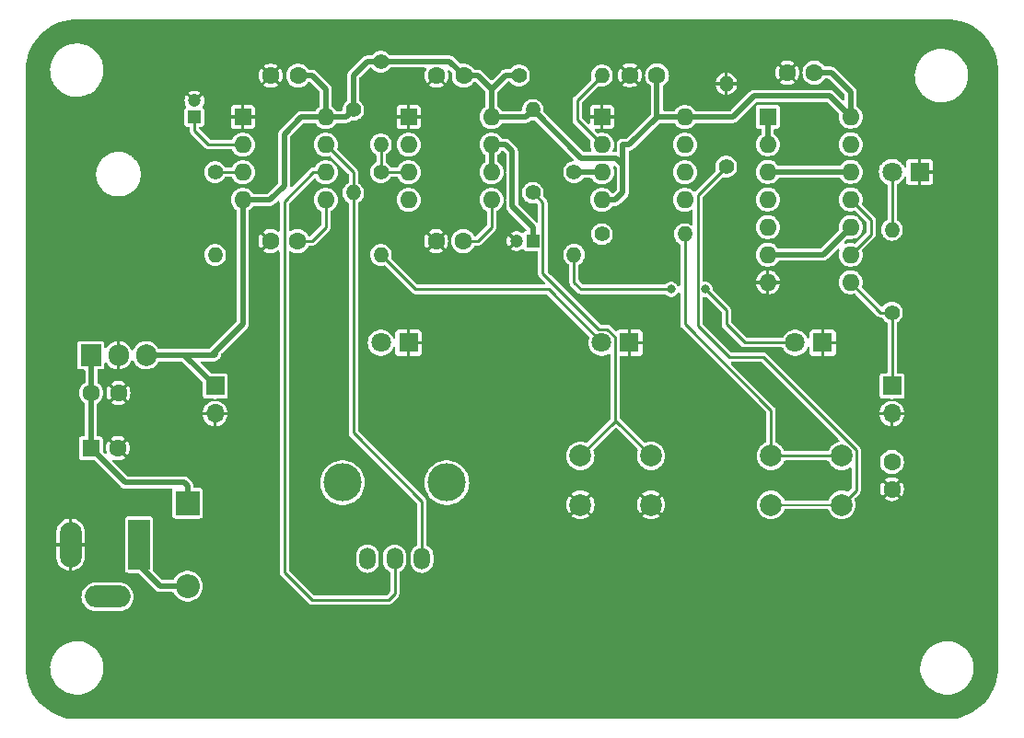
<source format=gtl>
%TF.GenerationSoftware,KiCad,Pcbnew,6.99.0-unknown-38bd612c01~148~ubuntu21.10.1*%
%TF.CreationDate,2022-03-28T19:56:38+02:00*%
%TF.ProjectId,clockmodule,636c6f63-6b6d-46f6-9475-6c652e6b6963,rev?*%
%TF.SameCoordinates,PX47868c0PY17d7840*%
%TF.FileFunction,Copper,L1,Top*%
%TF.FilePolarity,Positive*%
%FSLAX46Y46*%
G04 Gerber Fmt 4.6, Leading zero omitted, Abs format (unit mm)*
G04 Created by KiCad (PCBNEW 6.99.0-unknown-38bd612c01~148~ubuntu21.10.1) date 2022-03-28 19:56:38*
%MOMM*%
%LPD*%
G01*
G04 APERTURE LIST*
%TA.AperFunction,ComponentPad*%
%ADD10C,1.400000*%
%TD*%
%TA.AperFunction,ComponentPad*%
%ADD11O,1.400000X1.400000*%
%TD*%
%TA.AperFunction,ComponentPad*%
%ADD12C,2.000000*%
%TD*%
%TA.AperFunction,ComponentPad*%
%ADD13R,1.905000X2.000000*%
%TD*%
%TA.AperFunction,ComponentPad*%
%ADD14O,1.905000X2.000000*%
%TD*%
%TA.AperFunction,ComponentPad*%
%ADD15R,1.200000X1.200000*%
%TD*%
%TA.AperFunction,ComponentPad*%
%ADD16C,1.200000*%
%TD*%
%TA.AperFunction,ComponentPad*%
%ADD17R,1.800000X1.800000*%
%TD*%
%TA.AperFunction,ComponentPad*%
%ADD18C,1.800000*%
%TD*%
%TA.AperFunction,ComponentPad*%
%ADD19C,1.600000*%
%TD*%
%TA.AperFunction,ComponentPad*%
%ADD20R,2.000000X4.600000*%
%TD*%
%TA.AperFunction,ComponentPad*%
%ADD21O,2.000000X4.200000*%
%TD*%
%TA.AperFunction,ComponentPad*%
%ADD22O,4.200000X2.000000*%
%TD*%
%TA.AperFunction,ComponentPad*%
%ADD23R,1.600000X1.600000*%
%TD*%
%TA.AperFunction,ComponentPad*%
%ADD24O,1.600000X1.600000*%
%TD*%
%TA.AperFunction,ComponentPad*%
%ADD25R,1.700000X1.700000*%
%TD*%
%TA.AperFunction,ComponentPad*%
%ADD26O,1.700000X1.700000*%
%TD*%
%TA.AperFunction,ComponentPad*%
%ADD27C,3.500000*%
%TD*%
%TA.AperFunction,ComponentPad*%
%ADD28O,1.500000X2.000000*%
%TD*%
%TA.AperFunction,ComponentPad*%
%ADD29R,2.200000X2.200000*%
%TD*%
%TA.AperFunction,ComponentPad*%
%ADD30O,2.200000X2.200000*%
%TD*%
%TA.AperFunction,ViaPad*%
%ADD31C,0.800000*%
%TD*%
%TA.AperFunction,Conductor*%
%ADD32C,0.250000*%
%TD*%
%TA.AperFunction,Conductor*%
%ADD33C,0.500000*%
%TD*%
%TA.AperFunction,Conductor*%
%ADD34C,0.200000*%
%TD*%
G04 APERTURE END LIST*
D10*
%TO.P,R9,1*%
%TO.N,/select_pulse*%
X50720000Y-14360000D03*
D11*
%TO.P,R9,2*%
%TO.N,Net-(D5-A)*%
X50719999Y-21979999D03*
%TD*%
D12*
%TO.P,SW2,1,1*%
%TO.N,Net-(U7-THR)*%
X75316000Y-44980000D03*
X68816000Y-44980000D03*
%TO.P,SW2,2,2*%
%TO.N,Net-(C8-Pad1)*%
X75316000Y-40480000D03*
X68816000Y-40480000D03*
%TD*%
D13*
%TO.P,U3,1,IN*%
%TO.N,Net-(D1-K)*%
X6279999Y-31219999D03*
D14*
%TO.P,U3,2,GND*%
%TO.N,GND*%
X8819999Y-31219999D03*
%TO.P,U3,3,OUT*%
%TO.N,+5V*%
X11359999Y-31219999D03*
%TD*%
D15*
%TO.P,C2,1*%
%TO.N,Net-(U1-THR)*%
X15804999Y-9289999D03*
D16*
%TO.P,C2,2*%
%TO.N,GND*%
X15805000Y-7790000D03*
%TD*%
D17*
%TO.P,D2,1,K*%
%TO.N,GND*%
X35489999Y-30069999D03*
D18*
%TO.P,D2,2,A*%
%TO.N,Net-(D2-A)*%
X32950000Y-30070000D03*
%TD*%
D19*
%TO.P,C10,1*%
%TO.N,Net-(U6-CV)*%
X40530000Y-20720000D03*
%TO.P,C10,2*%
%TO.N,GND*%
X38030000Y-20720000D03*
%TD*%
D10*
%TO.P,R10,1*%
%TO.N,/select_pulse*%
X53270000Y-20085000D03*
D11*
%TO.P,R10,2*%
%TO.N,Net-(C8-Pad1)*%
X60889999Y-20084999D03*
%TD*%
D20*
%TO.P,J3,1*%
%TO.N,VCC*%
X10724999Y-48644999D03*
D21*
%TO.P,J3,2*%
%TO.N,GND*%
X4424999Y-48644999D03*
D22*
%TO.P,J3,3*%
%TO.N,unconnected-(J3-Pad3)*%
X7824999Y-53444999D03*
%TD*%
D19*
%TO.P,C5,1*%
%TO.N,+5V*%
X25340000Y-5490000D03*
%TO.P,C5,2*%
%TO.N,GND*%
X22840000Y-5490000D03*
%TD*%
D10*
%TO.P,R6,1*%
%TO.N,/manual_out*%
X32950000Y-14370000D03*
D11*
%TO.P,R6,2*%
%TO.N,Net-(D4-A)*%
X32949999Y-21989999D03*
%TD*%
D23*
%TO.P,C3,1*%
%TO.N,Net-(D1-K)*%
X6279999Y-39769999D03*
D19*
%TO.P,C3,2*%
%TO.N,GND*%
X8780000Y-39770000D03*
%TD*%
D23*
%TO.P,U6,1,GND*%
%TO.N,GND*%
X35499999Y-9299999D03*
D24*
%TO.P,U6,2,TR*%
%TO.N,Net-(U6-TR)*%
X35499999Y-11839999D03*
%TO.P,U6,3,Q*%
%TO.N,/manual_out*%
X35499999Y-14379999D03*
%TO.P,U6,4,R*%
%TO.N,+5V*%
X35499999Y-16919999D03*
%TO.P,U6,5,CV*%
%TO.N,Net-(U6-CV)*%
X43119999Y-16919999D03*
%TO.P,U6,6,THR*%
%TO.N,Net-(U6-DIS)*%
X43119999Y-14379999D03*
%TO.P,U6,7,DIS*%
X43119999Y-11839999D03*
%TO.P,U6,8,VCC*%
%TO.N,+5V*%
X43119999Y-9299999D03*
%TD*%
D10*
%TO.P,R7,1*%
%TO.N,+5V*%
X45650000Y-5480000D03*
D11*
%TO.P,R7,2*%
%TO.N,Net-(U7-THR)*%
X53269999Y-5479999D03*
%TD*%
D19*
%TO.P,C8,1*%
%TO.N,Net-(C8-Pad1)*%
X79940000Y-41040000D03*
%TO.P,C8,2*%
%TO.N,GND*%
X79940000Y-43540000D03*
%TD*%
D10*
%TO.P,R2,1*%
%TO.N,/clock_out*%
X17710000Y-14370000D03*
D11*
%TO.P,R2,2*%
%TO.N,Net-(D2-A)*%
X17709999Y-21989999D03*
%TD*%
D10*
%TO.P,R4,1*%
%TO.N,/output*%
X79940000Y-27295000D03*
D11*
%TO.P,R4,2*%
%TO.N,Net-(D3-A)*%
X79939999Y-19674999D03*
%TD*%
D25*
%TO.P,J1,1,Pin_1*%
%TO.N,+5V*%
X17709999Y-34054999D03*
D26*
%TO.P,J1,2,Pin_2*%
%TO.N,GND*%
X17709999Y-36594999D03*
%TD*%
D19*
%TO.P,C9,1*%
%TO.N,+5V*%
X72808000Y-5226000D03*
%TO.P,C9,2*%
%TO.N,GND*%
X70308000Y-5226000D03*
%TD*%
D23*
%TO.P,U7,1,GND*%
%TO.N,GND*%
X53279999Y-9299999D03*
D24*
%TO.P,U7,2,TR*%
%TO.N,Net-(U7-THR)*%
X53279999Y-11839999D03*
%TO.P,U7,3,Q*%
%TO.N,/select_pulse*%
X53279999Y-14379999D03*
%TO.P,U7,4,R*%
%TO.N,+5V*%
X53279999Y-16919999D03*
%TO.P,U7,5,CV*%
%TO.N,unconnected-(U7-CV)*%
X60899999Y-16919999D03*
%TO.P,U7,6,THR*%
%TO.N,Net-(U7-THR)*%
X60899999Y-14379999D03*
%TO.P,U7,7,DIS*%
%TO.N,unconnected-(U7-DIS)*%
X60899999Y-11839999D03*
%TO.P,U7,8,VCC*%
%TO.N,+5V*%
X60899999Y-9299999D03*
%TD*%
D10*
%TO.P,R5,1*%
%TO.N,+5V*%
X32950000Y-4210000D03*
D11*
%TO.P,R5,2*%
%TO.N,/manual_out*%
X32949999Y-11829999D03*
%TD*%
D27*
%TO.P,RV1,*%
%TO.N,*%
X29420000Y-42945000D03*
X39020000Y-42945000D03*
D28*
%TO.P,RV1,1,1*%
%TO.N,unconnected-(RV1-Pad1)*%
X31719999Y-49944999D03*
%TO.P,RV1,2,2*%
%TO.N,Net-(U1-THR)*%
X34219999Y-49944999D03*
%TO.P,RV1,3,3*%
%TO.N,Net-(U1-DIS)*%
X36719999Y-49944999D03*
%TD*%
D17*
%TO.P,D5,1,K*%
%TO.N,GND*%
X73579999Y-30069999D03*
D18*
%TO.P,D5,2,A*%
%TO.N,Net-(D5-A)*%
X71040000Y-30070000D03*
%TD*%
D12*
%TO.P,SW1,1,1*%
%TO.N,Net-(U6-TR)*%
X51290000Y-40480000D03*
X57790000Y-40480000D03*
%TO.P,SW1,2,2*%
%TO.N,GND*%
X51290000Y-44980000D03*
X57790000Y-44980000D03*
%TD*%
D29*
%TO.P,D1,1,K*%
%TO.N,Net-(D1-K)*%
X15169999Y-44849999D03*
D30*
%TO.P,D1,2,A*%
%TO.N,VCC*%
X15169999Y-52469999D03*
%TD*%
D23*
%TO.P,U8,1*%
%TO.N,/select_pulse*%
X68519999Y-9284999D03*
D24*
%TO.P,U8,2*%
X68519999Y-11824999D03*
%TO.P,U8,3*%
%TO.N,Net-(U8-Pad12)*%
X68519999Y-14364999D03*
%TO.P,U8,4*%
%TO.N,/select_pulse*%
X68519999Y-16904999D03*
%TO.P,U8,5*%
%TO.N,/manual_out*%
X68519999Y-19444999D03*
%TO.P,U8,6*%
%TO.N,Net-(U8-Pad10)*%
X68519999Y-21984999D03*
%TO.P,U8,7,GND*%
%TO.N,GND*%
X68519999Y-24524999D03*
%TO.P,U8,8*%
%TO.N,/output*%
X76139999Y-24524999D03*
%TO.P,U8,9*%
%TO.N,Net-(U8-Pad11)*%
X76139999Y-21984999D03*
%TO.P,U8,10*%
%TO.N,Net-(U8-Pad10)*%
X76139999Y-19444999D03*
%TO.P,U8,11*%
%TO.N,Net-(U8-Pad11)*%
X76139999Y-16904999D03*
%TO.P,U8,12*%
%TO.N,Net-(U8-Pad12)*%
X76139999Y-14364999D03*
%TO.P,U8,13*%
%TO.N,/clock_out*%
X76139999Y-11824999D03*
%TO.P,U8,14,VCC*%
%TO.N,+5V*%
X76139999Y-9284999D03*
%TD*%
D19*
%TO.P,C1,1*%
%TO.N,GND*%
X22790000Y-20720000D03*
%TO.P,C1,2*%
%TO.N,Net-(U1-CV)*%
X25290000Y-20720000D03*
%TD*%
D25*
%TO.P,J2,1,Pin_1*%
%TO.N,/output*%
X79939999Y-34054999D03*
D26*
%TO.P,J2,2,Pin_2*%
%TO.N,GND*%
X79939999Y-36594999D03*
%TD*%
D19*
%TO.P,C7,1*%
%TO.N,+5V*%
X58340000Y-5470000D03*
%TO.P,C7,2*%
%TO.N,GND*%
X55840000Y-5470000D03*
%TD*%
D23*
%TO.P,U1,1,GND*%
%TO.N,GND*%
X20259999Y-9299999D03*
D24*
%TO.P,U1,2,TR*%
%TO.N,Net-(U1-THR)*%
X20259999Y-11839999D03*
%TO.P,U1,3,Q*%
%TO.N,/clock_out*%
X20259999Y-14379999D03*
%TO.P,U1,4,R*%
%TO.N,+5V*%
X20259999Y-16919999D03*
%TO.P,U1,5,CV*%
%TO.N,Net-(U1-CV)*%
X27879999Y-16919999D03*
%TO.P,U1,6,THR*%
%TO.N,Net-(U1-THR)*%
X27879999Y-14379999D03*
%TO.P,U1,7,DIS*%
%TO.N,Net-(U1-DIS)*%
X27879999Y-11839999D03*
%TO.P,U1,8,VCC*%
%TO.N,+5V*%
X27879999Y-9299999D03*
%TD*%
D19*
%TO.P,C4,1*%
%TO.N,GND*%
X8820000Y-34690000D03*
%TO.P,C4,2*%
%TO.N,Net-(D1-K)*%
X6320000Y-34690000D03*
%TD*%
D15*
%TO.P,C12,1*%
%TO.N,Net-(U6-DIS)*%
X46919999Y-20719999D03*
D16*
%TO.P,C12,2*%
%TO.N,GND*%
X45420000Y-20720000D03*
%TD*%
D10*
%TO.P,R3,1*%
%TO.N,Net-(U6-TR)*%
X46920000Y-16275000D03*
D11*
%TO.P,R3,2*%
%TO.N,+5V*%
X46919999Y-8654999D03*
%TD*%
D17*
%TO.P,D3,1,K*%
%TO.N,GND*%
X82479999Y-14369999D03*
D18*
%TO.P,D3,2,A*%
%TO.N,Net-(D3-A)*%
X79940000Y-14370000D03*
%TD*%
D10*
%TO.P,R1,1*%
%TO.N,+5V*%
X30410000Y-8655000D03*
D11*
%TO.P,R1,2*%
%TO.N,Net-(U1-DIS)*%
X30409999Y-16274999D03*
%TD*%
D10*
%TO.P,R8,1*%
%TO.N,Net-(U7-THR)*%
X64700000Y-13862000D03*
D11*
%TO.P,R8,2*%
%TO.N,GND*%
X64699999Y-6241999D03*
%TD*%
D19*
%TO.P,C6,1*%
%TO.N,+5V*%
X40570000Y-5490000D03*
%TO.P,C6,2*%
%TO.N,GND*%
X38070000Y-5490000D03*
%TD*%
D17*
%TO.P,D4,1,K*%
%TO.N,GND*%
X55799999Y-30069999D03*
D18*
%TO.P,D4,2,A*%
%TO.N,Net-(D4-A)*%
X53260000Y-30070000D03*
%TD*%
D31*
%TO.N,Net-(D5-A)*%
X62795000Y-25165000D03*
X59620000Y-25165000D03*
%TD*%
D32*
%TO.N,Net-(U1-CV)*%
X26600000Y-20720000D02*
X27880000Y-19440000D01*
X25290000Y-20720000D02*
X26600000Y-20720000D01*
X27880000Y-19440000D02*
X27880000Y-16920000D01*
%TO.N,Net-(U1-THR)*%
X24060000Y-17068630D02*
X24060000Y-51200000D01*
X15805000Y-10560000D02*
X17085000Y-11840000D01*
X34220000Y-53165000D02*
X34220000Y-50050000D01*
X26600000Y-53740000D02*
X33645000Y-53740000D01*
X24060000Y-51200000D02*
X26600000Y-53740000D01*
X15805000Y-9290000D02*
X15805000Y-10560000D01*
X26748630Y-14380000D02*
X24060000Y-17068630D01*
X27880000Y-14380000D02*
X26748630Y-14380000D01*
X33645000Y-53740000D02*
X34220000Y-53165000D01*
X17085000Y-11840000D02*
X20260000Y-11840000D01*
%TO.N,Net-(D4-A)*%
X36125000Y-25165000D02*
X48355000Y-25165000D01*
X32950000Y-21990000D02*
X36125000Y-25165000D01*
X48355000Y-25165000D02*
X53260000Y-30070000D01*
D33*
%TO.N,+5V*%
X53280000Y-16920000D02*
X54530000Y-16920000D01*
X74352000Y-5226000D02*
X76140000Y-7014000D01*
X58340000Y-9300000D02*
X58340000Y-5470000D01*
X11360000Y-31220000D02*
X14875000Y-31220000D01*
X41850000Y-5490000D02*
X43120000Y-6760000D01*
X17370000Y-31220000D02*
X17710000Y-30880000D01*
X67240000Y-7385000D02*
X74240000Y-7385000D01*
X55185000Y-13725000D02*
X55185000Y-11840000D01*
X20260000Y-28330000D02*
X20260000Y-16920000D01*
X55185000Y-11840000D02*
X55800000Y-11840000D01*
X11360000Y-31220000D02*
X17624000Y-31220000D01*
X30410000Y-8655000D02*
X30410000Y-5480000D01*
X51365000Y-13100000D02*
X54560000Y-13100000D01*
X29765000Y-9300000D02*
X30410000Y-8655000D01*
X20260000Y-28330000D02*
X17710000Y-30880000D01*
X43120000Y-9300000D02*
X46275000Y-9300000D01*
X24060000Y-10877500D02*
X25637500Y-9300000D01*
X43120000Y-6760000D02*
X43120000Y-9300000D01*
X54530000Y-16920000D02*
X55185000Y-16265000D01*
X58340000Y-9300000D02*
X60900000Y-9300000D01*
X31680000Y-4210000D02*
X32950000Y-4210000D01*
X74240000Y-7385000D02*
X76140000Y-9285000D01*
X44400000Y-5480000D02*
X43120000Y-6760000D01*
X24060000Y-15640000D02*
X24060000Y-10877500D01*
X46920000Y-8655000D02*
X51365000Y-13100000D01*
X45650000Y-5480000D02*
X44400000Y-5480000D01*
X39290000Y-4210000D02*
X40570000Y-5490000D01*
X60900000Y-9300000D02*
X62805000Y-9300000D01*
X46275000Y-9300000D02*
X46920000Y-8655000D01*
X55185000Y-16265000D02*
X55185000Y-13725000D01*
X25637500Y-9300000D02*
X27880000Y-9300000D01*
X27880000Y-9300000D02*
X29765000Y-9300000D01*
X32950000Y-4210000D02*
X39290000Y-4210000D01*
X20260000Y-16920000D02*
X22780000Y-16920000D01*
X54560000Y-13100000D02*
X55185000Y-13725000D01*
X40570000Y-5490000D02*
X41850000Y-5490000D01*
X17624000Y-31220000D02*
X17710000Y-31134000D01*
X30410000Y-5480000D02*
X31680000Y-4210000D01*
X22780000Y-16920000D02*
X24060000Y-15640000D01*
X72808000Y-5226000D02*
X74352000Y-5226000D01*
X26610000Y-5490000D02*
X27880000Y-6760000D01*
X25340000Y-5490000D02*
X26610000Y-5490000D01*
X62805000Y-9300000D02*
X65325000Y-9300000D01*
X14875000Y-31220000D02*
X17710000Y-34055000D01*
X55800000Y-11840000D02*
X58350000Y-9290000D01*
X27880000Y-6760000D02*
X27880000Y-9300000D01*
X65325000Y-9300000D02*
X67240000Y-7385000D01*
X17710000Y-30880000D02*
X17710000Y-31134000D01*
X76140000Y-7014000D02*
X76140000Y-9285000D01*
D32*
%TO.N,/clock_out*%
X17710000Y-14370000D02*
X20250000Y-14370000D01*
X20250000Y-14370000D02*
X20260000Y-14380000D01*
%TO.N,/manual_out*%
X32950000Y-11830000D02*
X32950000Y-14370000D01*
X32960000Y-14380000D02*
X32950000Y-14370000D01*
X35500000Y-14380000D02*
X32960000Y-14380000D01*
D33*
%TO.N,/select_pulse*%
X53260000Y-14360000D02*
X53280000Y-14380000D01*
X50720000Y-14360000D02*
X53260000Y-14360000D01*
X68520000Y-9285000D02*
X68520000Y-11825000D01*
D32*
%TO.N,/output*%
X79940000Y-27295000D02*
X79940000Y-34055000D01*
X76140000Y-24525000D02*
X78910000Y-27295000D01*
X78910000Y-27295000D02*
X79940000Y-27295000D01*
D33*
%TO.N,VCC*%
X10725000Y-48645000D02*
X10725000Y-50565000D01*
X12630000Y-52470000D02*
X15170000Y-52470000D01*
X10725000Y-50565000D02*
X12630000Y-52470000D01*
D32*
%TO.N,Net-(U1-DIS)*%
X30410000Y-16275000D02*
X30410000Y-38359600D01*
X36720000Y-44669600D02*
X36720000Y-50050000D01*
X30410000Y-38359600D02*
X36720000Y-44669600D01*
X30410000Y-14370000D02*
X30410000Y-16275000D01*
X27880000Y-11840000D02*
X30410000Y-14370000D01*
%TO.N,Net-(C8-Pad1)*%
X60890000Y-28340000D02*
X60890000Y-20085000D01*
X60890000Y-28340000D02*
X68816000Y-36266000D01*
X68816000Y-40480000D02*
X75316000Y-40480000D01*
X68816000Y-36266000D02*
X68816000Y-40480000D01*
D33*
%TO.N,Net-(D1-K)*%
X9455000Y-42945000D02*
X6280000Y-39770000D01*
X14865000Y-42945000D02*
X9455000Y-42945000D01*
X15170000Y-43250000D02*
X14865000Y-42945000D01*
X6320000Y-34690000D02*
X6320000Y-31260000D01*
X6320000Y-31260000D02*
X6280000Y-31220000D01*
X6280000Y-39770000D02*
X6280000Y-34730000D01*
X15170000Y-44850000D02*
X15170000Y-43250000D01*
D32*
%TO.N,Net-(U6-CV)*%
X43120000Y-19440000D02*
X43120000Y-16920000D01*
X41840000Y-20720000D02*
X43120000Y-19440000D01*
X40530000Y-20720000D02*
X41840000Y-20720000D01*
D33*
%TO.N,Net-(U6-DIS)*%
X44390000Y-11840000D02*
X45015000Y-12465000D01*
X43120000Y-14380000D02*
X43120000Y-11840000D01*
X45015000Y-12465000D02*
X45015000Y-17545000D01*
X45015000Y-17545000D02*
X46920000Y-19450000D01*
X46920000Y-19450000D02*
X46920000Y-20720000D01*
X43120000Y-11840000D02*
X44390000Y-11840000D01*
D32*
%TO.N,Net-(U6-TR)*%
X54484511Y-37285489D02*
X54595489Y-37285489D01*
X47844511Y-23727005D02*
X48587027Y-24469520D01*
X54595489Y-37285489D02*
X57790000Y-40480000D01*
X52962996Y-28845489D02*
X53767210Y-28845489D01*
X47844511Y-17199511D02*
X47844511Y-23727005D01*
X53767210Y-28845489D02*
X54484511Y-29562790D01*
X48587027Y-24469520D02*
X52962996Y-28845489D01*
X54484511Y-37285489D02*
X51290000Y-40480000D01*
X54484511Y-29562790D02*
X54484511Y-37285489D01*
X46920000Y-16275000D02*
X47844511Y-17199511D01*
%TO.N,Net-(D5-A)*%
X64700000Y-28340000D02*
X66430000Y-30070000D01*
X58985000Y-25165000D02*
X59620000Y-25165000D01*
X66430000Y-30070000D02*
X71040000Y-30070000D01*
X50720000Y-21980000D02*
X50720000Y-24520000D01*
X62795000Y-25165000D02*
X64700000Y-27070000D01*
X51365000Y-25165000D02*
X58985000Y-25165000D01*
X50720000Y-24520000D02*
X51365000Y-25165000D01*
X64700000Y-27070000D02*
X64700000Y-28340000D01*
D33*
%TO.N,Net-(U8-Pad12)*%
X68520000Y-14365000D02*
X76140000Y-14365000D01*
%TO.N,Net-(U8-Pad10)*%
X68520000Y-21985000D02*
X73600000Y-21985000D01*
X73600000Y-21985000D02*
X76140000Y-19445000D01*
D32*
%TO.N,Net-(U8-Pad11)*%
X78035000Y-20090000D02*
X76140000Y-21985000D01*
X76140000Y-16905000D02*
X78035000Y-18800000D01*
X78035000Y-18800000D02*
X78035000Y-20090000D01*
%TO.N,Net-(D3-A)*%
X79940000Y-14370000D02*
X79940000Y-19675000D01*
%TO.N,Net-(U7-THR)*%
X62070489Y-28504489D02*
X64954000Y-31388000D01*
X62070489Y-16491511D02*
X62070489Y-28504489D01*
X50984000Y-9544000D02*
X53280000Y-11840000D01*
X53270000Y-5480000D02*
X50984000Y-7766000D01*
X50984000Y-7766000D02*
X50984000Y-9544000D01*
X76640511Y-43655489D02*
X75316000Y-44980000D01*
X64700000Y-13862000D02*
X62070489Y-16491511D01*
D34*
X68816000Y-44980000D02*
X75316000Y-44980000D01*
D32*
X68097143Y-31388000D02*
X76640511Y-39931368D01*
X64954000Y-31388000D02*
X68097143Y-31388000D01*
X76640511Y-39931368D02*
X76640511Y-43655489D01*
%TD*%
%TA.AperFunction,Conductor*%
%TO.N,GND*%
G36*
X85002703Y-300618D02*
G01*
X85404182Y-318147D01*
X85414959Y-319090D01*
X85810693Y-371189D01*
X85821332Y-373065D01*
X86211050Y-459464D01*
X86221478Y-462258D01*
X86602169Y-582290D01*
X86612315Y-585983D01*
X86981103Y-738739D01*
X86990894Y-743305D01*
X87344954Y-927617D01*
X87354300Y-933012D01*
X87690971Y-1147496D01*
X87699800Y-1153677D01*
X88016497Y-1396687D01*
X88024774Y-1403634D01*
X88319068Y-1673305D01*
X88326695Y-1680932D01*
X88543350Y-1917369D01*
X88596366Y-1975226D01*
X88603313Y-1983503D01*
X88846323Y-2300200D01*
X88852504Y-2309029D01*
X89066988Y-2645700D01*
X89072383Y-2655046D01*
X89256692Y-3009100D01*
X89261261Y-3018897D01*
X89409989Y-3377957D01*
X89414014Y-3387675D01*
X89417710Y-3397831D01*
X89536489Y-3774548D01*
X89537739Y-3778512D01*
X89540536Y-3788950D01*
X89624023Y-4165531D01*
X89626934Y-4178661D01*
X89628811Y-4189307D01*
X89666759Y-4477555D01*
X89680910Y-4585042D01*
X89681853Y-4595818D01*
X89687762Y-4731164D01*
X89696814Y-4938469D01*
X89699382Y-4997297D01*
X89699500Y-5002706D01*
X89699500Y-59946840D01*
X89698971Y-59958280D01*
X89698743Y-59960744D01*
X89695599Y-59971793D01*
X89698309Y-60001038D01*
X89698720Y-60017875D01*
X89689034Y-60239717D01*
X89681853Y-60404182D01*
X89680910Y-60414958D01*
X89644069Y-60694798D01*
X89628812Y-60810685D01*
X89626935Y-60821332D01*
X89558030Y-61132145D01*
X89540539Y-61211040D01*
X89537742Y-61221478D01*
X89439220Y-61533951D01*
X89417714Y-61602159D01*
X89414017Y-61612315D01*
X89261264Y-61981096D01*
X89256695Y-61990894D01*
X89072383Y-62344954D01*
X89066988Y-62354300D01*
X88852504Y-62690971D01*
X88846323Y-62699800D01*
X88603313Y-63016497D01*
X88596366Y-63024774D01*
X88326695Y-63319068D01*
X88319068Y-63326695D01*
X88207817Y-63428638D01*
X88024774Y-63596366D01*
X88016497Y-63603313D01*
X87699800Y-63846323D01*
X87690971Y-63852504D01*
X87354300Y-64066988D01*
X87344954Y-64072383D01*
X86990894Y-64256695D01*
X86981103Y-64261261D01*
X86612315Y-64414017D01*
X86602169Y-64417710D01*
X86221478Y-64537742D01*
X86211050Y-64540536D01*
X85821332Y-64626935D01*
X85810693Y-64628811D01*
X85441786Y-64677378D01*
X85414958Y-64680910D01*
X85404182Y-64681853D01*
X85002703Y-64699382D01*
X84997294Y-64699500D01*
X5002706Y-64699500D01*
X4997297Y-64699382D01*
X4595818Y-64681853D01*
X4585042Y-64680910D01*
X4558214Y-64677378D01*
X4189307Y-64628811D01*
X4178668Y-64626935D01*
X3788950Y-64540536D01*
X3778522Y-64537742D01*
X3397831Y-64417710D01*
X3387685Y-64414017D01*
X3018897Y-64261261D01*
X3009106Y-64256695D01*
X2655046Y-64072383D01*
X2645700Y-64066988D01*
X2309029Y-63852504D01*
X2300200Y-63846323D01*
X1983503Y-63603313D01*
X1975226Y-63596366D01*
X1792183Y-63428638D01*
X1680932Y-63326695D01*
X1673305Y-63319068D01*
X1403634Y-63024774D01*
X1396687Y-63016497D01*
X1153677Y-62699800D01*
X1147496Y-62690971D01*
X933012Y-62354300D01*
X927617Y-62344954D01*
X743305Y-61990894D01*
X738736Y-61981096D01*
X585983Y-61612315D01*
X582286Y-61602159D01*
X560781Y-61533951D01*
X462258Y-61221478D01*
X459461Y-61211040D01*
X441971Y-61132145D01*
X373065Y-60821332D01*
X371188Y-60810685D01*
X355932Y-60694798D01*
X319090Y-60414958D01*
X318147Y-60404182D01*
X304109Y-60082658D01*
X302276Y-60040672D01*
X302409Y-60035208D01*
X304401Y-60028207D01*
X301029Y-59991817D01*
X300500Y-59980376D01*
X300500Y-59921296D01*
X2545717Y-59921296D01*
X2545844Y-59925262D01*
X2545844Y-59925268D01*
X2550891Y-60082658D01*
X2555802Y-60235789D01*
X2606021Y-60546410D01*
X2607154Y-60550227D01*
X2687619Y-60821339D01*
X2695549Y-60848059D01*
X2822916Y-61135784D01*
X2986030Y-61404858D01*
X2988511Y-61407969D01*
X3179734Y-61647756D01*
X3179739Y-61647762D01*
X3182214Y-61650865D01*
X3408246Y-61869765D01*
X3660415Y-62057963D01*
X3934579Y-62212370D01*
X4086159Y-62273738D01*
X4222552Y-62328957D01*
X4222556Y-62328958D01*
X4226238Y-62330449D01*
X4530601Y-62410263D01*
X4842673Y-62450500D01*
X5078580Y-62450500D01*
X5080553Y-62450373D01*
X5080563Y-62450373D01*
X5219536Y-62441450D01*
X5314008Y-62435385D01*
X5622860Y-62375236D01*
X5759249Y-62329952D01*
X5917712Y-62277339D01*
X5917716Y-62277337D01*
X5921485Y-62276086D01*
X5925059Y-62274365D01*
X5925066Y-62274362D01*
X6068258Y-62205404D01*
X6204979Y-62139562D01*
X6468687Y-61967907D01*
X6708280Y-61763939D01*
X6919822Y-61531007D01*
X7099842Y-61272936D01*
X7245381Y-60993964D01*
X7354052Y-60698670D01*
X7387933Y-60550227D01*
X7423183Y-60395788D01*
X7423184Y-60395784D01*
X7424069Y-60391905D01*
X7439129Y-60235789D01*
X7453902Y-60082658D01*
X7453902Y-60082651D01*
X7454283Y-60078704D01*
X7453104Y-60041918D01*
X7449236Y-59921296D01*
X82545717Y-59921296D01*
X82545844Y-59925262D01*
X82545844Y-59925268D01*
X82550891Y-60082658D01*
X82555802Y-60235789D01*
X82606021Y-60546410D01*
X82607154Y-60550227D01*
X82687619Y-60821339D01*
X82695549Y-60848059D01*
X82822916Y-61135784D01*
X82986030Y-61404858D01*
X82988511Y-61407969D01*
X83179734Y-61647756D01*
X83179739Y-61647762D01*
X83182214Y-61650865D01*
X83408246Y-61869765D01*
X83660415Y-62057963D01*
X83934579Y-62212370D01*
X84086159Y-62273738D01*
X84222552Y-62328957D01*
X84222556Y-62328958D01*
X84226238Y-62330449D01*
X84530601Y-62410263D01*
X84842673Y-62450500D01*
X85078580Y-62450500D01*
X85080553Y-62450373D01*
X85080563Y-62450373D01*
X85219536Y-62441450D01*
X85314008Y-62435385D01*
X85622860Y-62375236D01*
X85759249Y-62329952D01*
X85917712Y-62277339D01*
X85917716Y-62277337D01*
X85921485Y-62276086D01*
X85925059Y-62274365D01*
X85925066Y-62274362D01*
X86068258Y-62205404D01*
X86204979Y-62139562D01*
X86468687Y-61967907D01*
X86708280Y-61763939D01*
X86919822Y-61531007D01*
X87099842Y-61272936D01*
X87245381Y-60993964D01*
X87354052Y-60698670D01*
X87387933Y-60550227D01*
X87423183Y-60395788D01*
X87423184Y-60395784D01*
X87424069Y-60391905D01*
X87439129Y-60235789D01*
X87453902Y-60082658D01*
X87453902Y-60082651D01*
X87454283Y-60078704D01*
X87453104Y-60041918D01*
X87444326Y-59768194D01*
X87444326Y-59768190D01*
X87444198Y-59764211D01*
X87393979Y-59453590D01*
X87348789Y-59301330D01*
X87305581Y-59155747D01*
X87305579Y-59155741D01*
X87304451Y-59151941D01*
X87177084Y-58864216D01*
X87013970Y-58595142D01*
X86911022Y-58466049D01*
X86820266Y-58352244D01*
X86820261Y-58352238D01*
X86817786Y-58349135D01*
X86591754Y-58130235D01*
X86339585Y-57942037D01*
X86065421Y-57787630D01*
X85904945Y-57722661D01*
X85777448Y-57671043D01*
X85777444Y-57671042D01*
X85773762Y-57669551D01*
X85469399Y-57589737D01*
X85157327Y-57549500D01*
X84921420Y-57549500D01*
X84919447Y-57549627D01*
X84919437Y-57549627D01*
X84780464Y-57558550D01*
X84685992Y-57564615D01*
X84377140Y-57624764D01*
X84373364Y-57626018D01*
X84373363Y-57626018D01*
X84082288Y-57722661D01*
X84082284Y-57722663D01*
X84078515Y-57723914D01*
X84074941Y-57725635D01*
X84074934Y-57725638D01*
X83949310Y-57786136D01*
X83795021Y-57860438D01*
X83531313Y-58032093D01*
X83291720Y-58236061D01*
X83080178Y-58468993D01*
X82900158Y-58727064D01*
X82754619Y-59006036D01*
X82645948Y-59301330D01*
X82645065Y-59305198D01*
X82645064Y-59305202D01*
X82611196Y-59453590D01*
X82575931Y-59608095D01*
X82575549Y-59612059D01*
X82560487Y-59768194D01*
X82545717Y-59921296D01*
X7449236Y-59921296D01*
X7444326Y-59768194D01*
X7444326Y-59768190D01*
X7444198Y-59764211D01*
X7393979Y-59453590D01*
X7348789Y-59301330D01*
X7305581Y-59155747D01*
X7305579Y-59155741D01*
X7304451Y-59151941D01*
X7177084Y-58864216D01*
X7013970Y-58595142D01*
X6911022Y-58466049D01*
X6820266Y-58352244D01*
X6820261Y-58352238D01*
X6817786Y-58349135D01*
X6591754Y-58130235D01*
X6339585Y-57942037D01*
X6065421Y-57787630D01*
X5904945Y-57722661D01*
X5777448Y-57671043D01*
X5777444Y-57671042D01*
X5773762Y-57669551D01*
X5469399Y-57589737D01*
X5157327Y-57549500D01*
X4921420Y-57549500D01*
X4919447Y-57549627D01*
X4919437Y-57549627D01*
X4780464Y-57558550D01*
X4685992Y-57564615D01*
X4377140Y-57624764D01*
X4373364Y-57626018D01*
X4373363Y-57626018D01*
X4082288Y-57722661D01*
X4082284Y-57722663D01*
X4078515Y-57723914D01*
X4074941Y-57725635D01*
X4074934Y-57725638D01*
X3949310Y-57786136D01*
X3795021Y-57860438D01*
X3531313Y-58032093D01*
X3291720Y-58236061D01*
X3080178Y-58468993D01*
X2900158Y-58727064D01*
X2754619Y-59006036D01*
X2645948Y-59301330D01*
X2645065Y-59305198D01*
X2645064Y-59305202D01*
X2611196Y-59453590D01*
X2575931Y-59608095D01*
X2575549Y-59612059D01*
X2560487Y-59768194D01*
X2545717Y-59921296D01*
X300500Y-59921296D01*
X300500Y-53445000D01*
X5419532Y-53445000D01*
X5420004Y-53450395D01*
X5437372Y-53648910D01*
X5439365Y-53671692D01*
X5498261Y-53891496D01*
X5500548Y-53896400D01*
X5500550Y-53896406D01*
X5584652Y-54076761D01*
X5594432Y-54097734D01*
X5597539Y-54102171D01*
X5597540Y-54102173D01*
X5721847Y-54279704D01*
X5721851Y-54279708D01*
X5724953Y-54284139D01*
X5885861Y-54445047D01*
X5890292Y-54448149D01*
X5890296Y-54448153D01*
X6067827Y-54572460D01*
X6072266Y-54575568D01*
X6077177Y-54577858D01*
X6273594Y-54669450D01*
X6273600Y-54669452D01*
X6278504Y-54671739D01*
X6498308Y-54730635D01*
X6503693Y-54731106D01*
X6503698Y-54731107D01*
X6665515Y-54745264D01*
X6665522Y-54745264D01*
X6668216Y-54745500D01*
X8981784Y-54745500D01*
X8984478Y-54745264D01*
X8984485Y-54745264D01*
X9146302Y-54731107D01*
X9146307Y-54731106D01*
X9151692Y-54730635D01*
X9371496Y-54671739D01*
X9376400Y-54669452D01*
X9376406Y-54669450D01*
X9572823Y-54577858D01*
X9577734Y-54575568D01*
X9582173Y-54572460D01*
X9759704Y-54448153D01*
X9759708Y-54448149D01*
X9764139Y-54445047D01*
X9925047Y-54284139D01*
X9928149Y-54279708D01*
X9928153Y-54279704D01*
X10052460Y-54102173D01*
X10052461Y-54102171D01*
X10055568Y-54097734D01*
X10065348Y-54076761D01*
X10149450Y-53896406D01*
X10149452Y-53896400D01*
X10151739Y-53891496D01*
X10210635Y-53671692D01*
X10212629Y-53648910D01*
X10229996Y-53450395D01*
X10230468Y-53445000D01*
X10221073Y-53337612D01*
X10211107Y-53223698D01*
X10211106Y-53223693D01*
X10210635Y-53218308D01*
X10151739Y-52998504D01*
X10149452Y-52993600D01*
X10149450Y-52993594D01*
X10057858Y-52797177D01*
X10055568Y-52792266D01*
X9988293Y-52696186D01*
X9928153Y-52610296D01*
X9928149Y-52610292D01*
X9925047Y-52605861D01*
X9764139Y-52444953D01*
X9759708Y-52441851D01*
X9759704Y-52441847D01*
X9582173Y-52317540D01*
X9582171Y-52317539D01*
X9577734Y-52314432D01*
X9556761Y-52304652D01*
X9376406Y-52220550D01*
X9376400Y-52220548D01*
X9371496Y-52218261D01*
X9151692Y-52159365D01*
X9146307Y-52158894D01*
X9146302Y-52158893D01*
X8984485Y-52144736D01*
X8984478Y-52144736D01*
X8981784Y-52144500D01*
X6668216Y-52144500D01*
X6665522Y-52144736D01*
X6665515Y-52144736D01*
X6503698Y-52158893D01*
X6503693Y-52158894D01*
X6498308Y-52159365D01*
X6278504Y-52218261D01*
X6273600Y-52220548D01*
X6273594Y-52220550D01*
X6093239Y-52304652D01*
X6072266Y-52314432D01*
X6067829Y-52317539D01*
X6067827Y-52317540D01*
X5890296Y-52441847D01*
X5890292Y-52441851D01*
X5885861Y-52444953D01*
X5724953Y-52605861D01*
X5721851Y-52610292D01*
X5721847Y-52610296D01*
X5661707Y-52696186D01*
X5594432Y-52792266D01*
X5592142Y-52797177D01*
X5500550Y-52993594D01*
X5500548Y-52993600D01*
X5498261Y-52998504D01*
X5439365Y-53218308D01*
X5438894Y-53223693D01*
X5438893Y-53223698D01*
X5428927Y-53337612D01*
X5419532Y-53445000D01*
X300500Y-53445000D01*
X300500Y-49799054D01*
X3125000Y-49799054D01*
X3125236Y-49804464D01*
X3139387Y-49966206D01*
X3141261Y-49976837D01*
X3197332Y-50186098D01*
X3201021Y-50196231D01*
X3292580Y-50392580D01*
X3297968Y-50401913D01*
X3422233Y-50579381D01*
X3429169Y-50587647D01*
X3582353Y-50740831D01*
X3590619Y-50747767D01*
X3768087Y-50872032D01*
X3777420Y-50877420D01*
X3973769Y-50968979D01*
X3983902Y-50972668D01*
X4193163Y-51028739D01*
X4203794Y-51030613D01*
X4257239Y-51035289D01*
X4271951Y-51032332D01*
X4275000Y-51020769D01*
X4275000Y-51019013D01*
X4575000Y-51019013D01*
X4579228Y-51033412D01*
X4591012Y-51035442D01*
X4646206Y-51030613D01*
X4656837Y-51028739D01*
X4866098Y-50972668D01*
X4876231Y-50968979D01*
X5072580Y-50877420D01*
X5081913Y-50872032D01*
X5259381Y-50747767D01*
X5267647Y-50740831D01*
X5420831Y-50587647D01*
X5427767Y-50579381D01*
X5552032Y-50401913D01*
X5557420Y-50392580D01*
X5648979Y-50196231D01*
X5652668Y-50186098D01*
X5708739Y-49976837D01*
X5710613Y-49966206D01*
X5724764Y-49804464D01*
X5725000Y-49799054D01*
X5725000Y-48812830D01*
X5720596Y-48797831D01*
X5719226Y-48796644D01*
X5711668Y-48795000D01*
X4592830Y-48795000D01*
X4577831Y-48799404D01*
X4576644Y-48800774D01*
X4575000Y-48808332D01*
X4575000Y-51019013D01*
X4275000Y-51019013D01*
X4275000Y-48812830D01*
X4270596Y-48797831D01*
X4269226Y-48796644D01*
X4261668Y-48795000D01*
X3142830Y-48795000D01*
X3127831Y-48799404D01*
X3126644Y-48800774D01*
X3125000Y-48808332D01*
X3125000Y-49799054D01*
X300500Y-49799054D01*
X300500Y-48477170D01*
X3125000Y-48477170D01*
X3129404Y-48492169D01*
X3130774Y-48493356D01*
X3138332Y-48495000D01*
X4257170Y-48495000D01*
X4272169Y-48490596D01*
X4273356Y-48489226D01*
X4275000Y-48481668D01*
X4275000Y-48477170D01*
X4575000Y-48477170D01*
X4579404Y-48492169D01*
X4580774Y-48493356D01*
X4588332Y-48495000D01*
X5707170Y-48495000D01*
X5722169Y-48490596D01*
X5723356Y-48489226D01*
X5725000Y-48481668D01*
X5725000Y-47490946D01*
X5724764Y-47485536D01*
X5710613Y-47323794D01*
X5708739Y-47313163D01*
X5652668Y-47103902D01*
X5648979Y-47093769D01*
X5557420Y-46897420D01*
X5552032Y-46888087D01*
X5427767Y-46710619D01*
X5420831Y-46702353D01*
X5267647Y-46549169D01*
X5259381Y-46542233D01*
X5081913Y-46417968D01*
X5072580Y-46412580D01*
X4876231Y-46321021D01*
X4866098Y-46317332D01*
X4801918Y-46300135D01*
X9424500Y-46300135D01*
X9424501Y-50989864D01*
X9427415Y-51014991D01*
X9472794Y-51117765D01*
X9552235Y-51197206D01*
X9655009Y-51242585D01*
X9664273Y-51243660D01*
X9664274Y-51243660D01*
X9669792Y-51244300D01*
X9680135Y-51245500D01*
X10575613Y-51245500D01*
X10642652Y-51265185D01*
X10663294Y-51281819D01*
X12232593Y-52851118D01*
X12235535Y-52854162D01*
X12279320Y-52901044D01*
X12286569Y-52905452D01*
X12314419Y-52922388D01*
X12324914Y-52929531D01*
X12357658Y-52954361D01*
X12365548Y-52957472D01*
X12365551Y-52957474D01*
X12374347Y-52960942D01*
X12393290Y-52970350D01*
X12408618Y-52979672D01*
X12416782Y-52981960D01*
X12416788Y-52981962D01*
X12448184Y-52990759D01*
X12460216Y-52994805D01*
X12482868Y-53003737D01*
X12498436Y-53009876D01*
X12506867Y-53010743D01*
X12506868Y-53010743D01*
X12516284Y-53011711D01*
X12537054Y-53015659D01*
X12546165Y-53018212D01*
X12546173Y-53018213D01*
X12554335Y-53020500D01*
X12595418Y-53020500D01*
X12608098Y-53021150D01*
X12648972Y-53025352D01*
X12657329Y-53023911D01*
X12657333Y-53023911D01*
X12666656Y-53022303D01*
X12687725Y-53020500D01*
X13801150Y-53020500D01*
X13868189Y-53040185D01*
X13914706Y-53094690D01*
X13934076Y-53138849D01*
X14061021Y-53333153D01*
X14064491Y-53336922D01*
X14214742Y-53500140D01*
X14214747Y-53500144D01*
X14218216Y-53503913D01*
X14401374Y-53646470D01*
X14405879Y-53648908D01*
X14405882Y-53648910D01*
X14438020Y-53666302D01*
X14605497Y-53756936D01*
X14825019Y-53832298D01*
X15053951Y-53870500D01*
X15286049Y-53870500D01*
X15514981Y-53832298D01*
X15734503Y-53756936D01*
X15901980Y-53666302D01*
X15934118Y-53648910D01*
X15934121Y-53648908D01*
X15938626Y-53646470D01*
X16121784Y-53503913D01*
X16125253Y-53500144D01*
X16125258Y-53500140D01*
X16275509Y-53336922D01*
X16278979Y-53333153D01*
X16405924Y-53138849D01*
X16479835Y-52970350D01*
X16497097Y-52930997D01*
X16497098Y-52930994D01*
X16499157Y-52926300D01*
X16504437Y-52905452D01*
X16554874Y-52706280D01*
X16556134Y-52701305D01*
X16575300Y-52470000D01*
X16556134Y-52238695D01*
X16499157Y-52013700D01*
X16405924Y-51801151D01*
X16278979Y-51606847D01*
X16221532Y-51544442D01*
X16125258Y-51439860D01*
X16125253Y-51439856D01*
X16121784Y-51436087D01*
X15938626Y-51293530D01*
X15934121Y-51291092D01*
X15934118Y-51291090D01*
X15826845Y-51233037D01*
X15734503Y-51183064D01*
X15514981Y-51107702D01*
X15286049Y-51069500D01*
X15053951Y-51069500D01*
X14825019Y-51107702D01*
X14605497Y-51183064D01*
X14513155Y-51233037D01*
X14405882Y-51291090D01*
X14405879Y-51291092D01*
X14401374Y-51293530D01*
X14218216Y-51436087D01*
X14214747Y-51439856D01*
X14214742Y-51439860D01*
X14118468Y-51544442D01*
X14061021Y-51606847D01*
X13934076Y-51801151D01*
X13932017Y-51805846D01*
X13914706Y-51845310D01*
X13869750Y-51898796D01*
X13801150Y-51919500D01*
X12909387Y-51919500D01*
X12842348Y-51899815D01*
X12821706Y-51883181D01*
X12057524Y-51118999D01*
X12024039Y-51057676D01*
X12025127Y-51015286D01*
X12022585Y-51014991D01*
X12025088Y-50993415D01*
X12025500Y-50989865D01*
X12025499Y-46300136D01*
X12022585Y-46275009D01*
X11977206Y-46172235D01*
X11897765Y-46092794D01*
X11794991Y-46047415D01*
X11785727Y-46046340D01*
X11785726Y-46046340D01*
X11780208Y-46045700D01*
X11769865Y-46044500D01*
X10725439Y-46044500D01*
X9680136Y-46044501D01*
X9668292Y-46045875D01*
X9664277Y-46046340D01*
X9664276Y-46046340D01*
X9655009Y-46047415D01*
X9552235Y-46092794D01*
X9472794Y-46172235D01*
X9427415Y-46275009D01*
X9426340Y-46284273D01*
X9426340Y-46284274D01*
X9426256Y-46284996D01*
X9424500Y-46300135D01*
X4801918Y-46300135D01*
X4656837Y-46261261D01*
X4646206Y-46259387D01*
X4592761Y-46254711D01*
X4578049Y-46257668D01*
X4575000Y-46269231D01*
X4575000Y-48477170D01*
X4275000Y-48477170D01*
X4275000Y-46270987D01*
X4270772Y-46256588D01*
X4258988Y-46254558D01*
X4203794Y-46259387D01*
X4193163Y-46261261D01*
X3983902Y-46317332D01*
X3973769Y-46321021D01*
X3777420Y-46412580D01*
X3768087Y-46417968D01*
X3590619Y-46542233D01*
X3582353Y-46549169D01*
X3429169Y-46702353D01*
X3422233Y-46710619D01*
X3297968Y-46888087D01*
X3292580Y-46897420D01*
X3201021Y-47093769D01*
X3197332Y-47103902D01*
X3141261Y-47313163D01*
X3139387Y-47323794D01*
X3125236Y-47485536D01*
X3125000Y-47490946D01*
X3125000Y-48477170D01*
X300500Y-48477170D01*
X300500Y-30175135D01*
X5027000Y-30175135D01*
X5027001Y-32264864D01*
X5029915Y-32289991D01*
X5075294Y-32392765D01*
X5154735Y-32472206D01*
X5257509Y-32517585D01*
X5266773Y-32518660D01*
X5266774Y-32518660D01*
X5272292Y-32519300D01*
X5282635Y-32520500D01*
X5645500Y-32520500D01*
X5712539Y-32540185D01*
X5758294Y-32592989D01*
X5769500Y-32644500D01*
X5769500Y-33667411D01*
X5749815Y-33734450D01*
X5710778Y-33772838D01*
X5653959Y-33808019D01*
X5503236Y-33945421D01*
X5380327Y-34108179D01*
X5289418Y-34290750D01*
X5233603Y-34486917D01*
X5233074Y-34492627D01*
X5233073Y-34492632D01*
X5215953Y-34677393D01*
X5214785Y-34690000D01*
X5215314Y-34695709D01*
X5233066Y-34887283D01*
X5233603Y-34893083D01*
X5289418Y-35089250D01*
X5380327Y-35271821D01*
X5503236Y-35434579D01*
X5653959Y-35571981D01*
X5667930Y-35580631D01*
X5670778Y-35582395D01*
X5717413Y-35634424D01*
X5729500Y-35687822D01*
X5729500Y-38545501D01*
X5709815Y-38612540D01*
X5657011Y-38658295D01*
X5605500Y-38669501D01*
X5435136Y-38669501D01*
X5423292Y-38670875D01*
X5419277Y-38671340D01*
X5419276Y-38671340D01*
X5410009Y-38672415D01*
X5307235Y-38717794D01*
X5227794Y-38797235D01*
X5182415Y-38900009D01*
X5179500Y-38925135D01*
X5179501Y-40614864D01*
X5182415Y-40639991D01*
X5227794Y-40742765D01*
X5307235Y-40822206D01*
X5410009Y-40867585D01*
X5419273Y-40868660D01*
X5419274Y-40868660D01*
X5421757Y-40868948D01*
X5435135Y-40870500D01*
X5511067Y-40870500D01*
X6550613Y-40870499D01*
X6617652Y-40890184D01*
X6638294Y-40906818D01*
X9057579Y-43326103D01*
X9060521Y-43329147D01*
X9104320Y-43376044D01*
X9111562Y-43380448D01*
X9111567Y-43380452D01*
X9139426Y-43397393D01*
X9149925Y-43404538D01*
X9182658Y-43429361D01*
X9190548Y-43432472D01*
X9190551Y-43432474D01*
X9199347Y-43435942D01*
X9218290Y-43445350D01*
X9233618Y-43454672D01*
X9241782Y-43456960D01*
X9241788Y-43456962D01*
X9273184Y-43465759D01*
X9285216Y-43469805D01*
X9309146Y-43479241D01*
X9323436Y-43484876D01*
X9331867Y-43485743D01*
X9331868Y-43485743D01*
X9341284Y-43486711D01*
X9362054Y-43490659D01*
X9371165Y-43493212D01*
X9371173Y-43493213D01*
X9379335Y-43495500D01*
X9420418Y-43495500D01*
X9433098Y-43496150D01*
X9473972Y-43500352D01*
X9482329Y-43498911D01*
X9482333Y-43498911D01*
X9491656Y-43497303D01*
X9512725Y-43495500D01*
X13663582Y-43495500D01*
X13730621Y-43515185D01*
X13776376Y-43567989D01*
X13786320Y-43637147D01*
X13777017Y-43669584D01*
X13776184Y-43671472D01*
X13772415Y-43680009D01*
X13769500Y-43705135D01*
X13769501Y-45994864D01*
X13772415Y-46019991D01*
X13817794Y-46122765D01*
X13897235Y-46202206D01*
X14000009Y-46247585D01*
X14009273Y-46248660D01*
X14009274Y-46248660D01*
X14014792Y-46249300D01*
X14025135Y-46250500D01*
X15169519Y-46250500D01*
X16314864Y-46250499D01*
X16326708Y-46249125D01*
X16330723Y-46248660D01*
X16330724Y-46248660D01*
X16339991Y-46247585D01*
X16442765Y-46202206D01*
X16522206Y-46122765D01*
X16567585Y-46019991D01*
X16570500Y-45994865D01*
X16570499Y-43705136D01*
X16567585Y-43680009D01*
X16522206Y-43577235D01*
X16442765Y-43497794D01*
X16339991Y-43452415D01*
X16330727Y-43451340D01*
X16330726Y-43451340D01*
X16325208Y-43450700D01*
X16314865Y-43449500D01*
X15844500Y-43449500D01*
X15777461Y-43429815D01*
X15731706Y-43377011D01*
X15720500Y-43325500D01*
X15720500Y-43261522D01*
X15720572Y-43257289D01*
X15722762Y-43193174D01*
X15713034Y-43153255D01*
X15710666Y-43140792D01*
X15706225Y-43108485D01*
X15705070Y-43100080D01*
X15697920Y-43083620D01*
X15691182Y-43063584D01*
X15686933Y-43046148D01*
X15682776Y-43038754D01*
X15666796Y-43010333D01*
X15661148Y-42998963D01*
X15644780Y-42961280D01*
X15633457Y-42947362D01*
X15621559Y-42929881D01*
X15616920Y-42921631D01*
X15612765Y-42914241D01*
X15583718Y-42885194D01*
X15575211Y-42875768D01*
X15554634Y-42850476D01*
X15549278Y-42843892D01*
X15534610Y-42833538D01*
X15518445Y-42819921D01*
X15262408Y-42563883D01*
X15259466Y-42560839D01*
X15221470Y-42520156D01*
X15215680Y-42513956D01*
X15180579Y-42492611D01*
X15170084Y-42485468D01*
X15144102Y-42465765D01*
X15144101Y-42465764D01*
X15137342Y-42460639D01*
X15129452Y-42457528D01*
X15129449Y-42457526D01*
X15120653Y-42454058D01*
X15101711Y-42444650D01*
X15095794Y-42441052D01*
X15086382Y-42435328D01*
X15078218Y-42433040D01*
X15078212Y-42433038D01*
X15046816Y-42424241D01*
X15034784Y-42420195D01*
X15004453Y-42408235D01*
X14996564Y-42405124D01*
X14988133Y-42404257D01*
X14988132Y-42404257D01*
X14978716Y-42403289D01*
X14957946Y-42399341D01*
X14948835Y-42396788D01*
X14948827Y-42396787D01*
X14940665Y-42394500D01*
X14899582Y-42394500D01*
X14886901Y-42393850D01*
X14846028Y-42389648D01*
X14837671Y-42391089D01*
X14837667Y-42391089D01*
X14828344Y-42392697D01*
X14807275Y-42394500D01*
X9734386Y-42394500D01*
X9667347Y-42374815D01*
X9646705Y-42358181D01*
X8311200Y-41022675D01*
X8277715Y-40961352D01*
X8282699Y-40891660D01*
X8324571Y-40835727D01*
X8390035Y-40811310D01*
X8443675Y-40819367D01*
X8472334Y-40830470D01*
X8483318Y-40833595D01*
X8672440Y-40868948D01*
X8683799Y-40870000D01*
X8876201Y-40870000D01*
X8887560Y-40868948D01*
X9076682Y-40833595D01*
X9087666Y-40830469D01*
X9267071Y-40760968D01*
X9277284Y-40755883D01*
X9437703Y-40656555D01*
X9442621Y-40648464D01*
X9442614Y-40648187D01*
X9437223Y-40639355D01*
X8568981Y-39771113D01*
X8997247Y-39771113D01*
X8997376Y-39772919D01*
X9001558Y-39779426D01*
X9644012Y-40421880D01*
X9656270Y-40428574D01*
X9667283Y-40420366D01*
X9715794Y-40356128D01*
X9721801Y-40346425D01*
X9807554Y-40174208D01*
X9811685Y-40163545D01*
X9864334Y-39978505D01*
X9866432Y-39967283D01*
X9884184Y-39775709D01*
X9884184Y-39764291D01*
X9866432Y-39572717D01*
X9864334Y-39561495D01*
X9811685Y-39376455D01*
X9807554Y-39365792D01*
X9721801Y-39193575D01*
X9715794Y-39183872D01*
X9667363Y-39119740D01*
X9656148Y-39111418D01*
X9644106Y-39118026D01*
X9004739Y-39757393D01*
X8997247Y-39771113D01*
X8568981Y-39771113D01*
X7915988Y-39118120D01*
X7903730Y-39111426D01*
X7892717Y-39119634D01*
X7844206Y-39183872D01*
X7838199Y-39193575D01*
X7752446Y-39365792D01*
X7748315Y-39376455D01*
X7695666Y-39561495D01*
X7693568Y-39572717D01*
X7675816Y-39764291D01*
X7675816Y-39775709D01*
X7693568Y-39967283D01*
X7695666Y-39978505D01*
X7735463Y-40118376D01*
X7734877Y-40188243D01*
X7696610Y-40246702D01*
X7632813Y-40275192D01*
X7563740Y-40264668D01*
X7528516Y-40239991D01*
X7416819Y-40128294D01*
X7383334Y-40066971D01*
X7380500Y-40040613D01*
X7380499Y-38928714D01*
X7380499Y-38925136D01*
X7377585Y-38900009D01*
X7373844Y-38891536D01*
X8117379Y-38891536D01*
X8117386Y-38891813D01*
X8122777Y-38900645D01*
X8767393Y-39545261D01*
X8781113Y-39552753D01*
X8782919Y-39552624D01*
X8789426Y-39548442D01*
X9435072Y-38902796D01*
X9442564Y-38889076D01*
X9442544Y-38888801D01*
X9439803Y-38884745D01*
X9277284Y-38784117D01*
X9267071Y-38779032D01*
X9087666Y-38709531D01*
X9076682Y-38706405D01*
X8887560Y-38671052D01*
X8876201Y-38670000D01*
X8683799Y-38670000D01*
X8672440Y-38671052D01*
X8483318Y-38706405D01*
X8472334Y-38709531D01*
X8292929Y-38779032D01*
X8282716Y-38784117D01*
X8122297Y-38883445D01*
X8117379Y-38891536D01*
X7373844Y-38891536D01*
X7332206Y-38797235D01*
X7252765Y-38717794D01*
X7149991Y-38672415D01*
X7140727Y-38671340D01*
X7140726Y-38671340D01*
X7135208Y-38670700D01*
X7124865Y-38669500D01*
X6954500Y-38669500D01*
X6887461Y-38649815D01*
X6841706Y-38597011D01*
X6830500Y-38545500D01*
X6830500Y-36761168D01*
X16570471Y-36761168D01*
X16574209Y-36801510D01*
X16576307Y-36812732D01*
X16631492Y-37006685D01*
X16635623Y-37017348D01*
X16725506Y-37197860D01*
X16731513Y-37207563D01*
X16853047Y-37368497D01*
X16860731Y-37376927D01*
X17009767Y-37512792D01*
X17018875Y-37519670D01*
X17190331Y-37625830D01*
X17200548Y-37630918D01*
X17388592Y-37703767D01*
X17399576Y-37706892D01*
X17542475Y-37733604D01*
X17555386Y-37732298D01*
X17559580Y-37719050D01*
X17860000Y-37719050D01*
X17863656Y-37731502D01*
X17878832Y-37733360D01*
X18020424Y-37706892D01*
X18031408Y-37703767D01*
X18219452Y-37630918D01*
X18229669Y-37625830D01*
X18401125Y-37519670D01*
X18410233Y-37512792D01*
X18559269Y-37376927D01*
X18566953Y-37368497D01*
X18688487Y-37207563D01*
X18694494Y-37197860D01*
X18784377Y-37017348D01*
X18788508Y-37006685D01*
X18843693Y-36812732D01*
X18845791Y-36801510D01*
X18849382Y-36762753D01*
X18846520Y-36748125D01*
X18834790Y-36745000D01*
X17877830Y-36745000D01*
X17862831Y-36749404D01*
X17861644Y-36750774D01*
X17860000Y-36758332D01*
X17860000Y-37719050D01*
X17559580Y-37719050D01*
X17560000Y-37717722D01*
X17560000Y-36762830D01*
X17555596Y-36747831D01*
X17554226Y-36746644D01*
X17546668Y-36745000D01*
X16586803Y-36745000D01*
X16572501Y-36749199D01*
X16570471Y-36761168D01*
X6830500Y-36761168D01*
X6830500Y-35737356D01*
X6850185Y-35670317D01*
X6889222Y-35631929D01*
X6916159Y-35615250D01*
X6986041Y-35571981D01*
X6987200Y-35570924D01*
X8157436Y-35570924D01*
X8157456Y-35571199D01*
X8160197Y-35575255D01*
X8322716Y-35675883D01*
X8332929Y-35680968D01*
X8512334Y-35750469D01*
X8523318Y-35753595D01*
X8712440Y-35788948D01*
X8723799Y-35790000D01*
X8916201Y-35790000D01*
X8927560Y-35788948D01*
X9116682Y-35753595D01*
X9127666Y-35750469D01*
X9307071Y-35680968D01*
X9317284Y-35675883D01*
X9477703Y-35576555D01*
X9482621Y-35568464D01*
X9482614Y-35568187D01*
X9477223Y-35559355D01*
X8832607Y-34914739D01*
X8818887Y-34907247D01*
X8817081Y-34907376D01*
X8810574Y-34911558D01*
X8164928Y-35557204D01*
X8157436Y-35570924D01*
X6987200Y-35570924D01*
X7136764Y-35434579D01*
X7259673Y-35271821D01*
X7350582Y-35089250D01*
X7406397Y-34893083D01*
X7406935Y-34887283D01*
X7424686Y-34695709D01*
X7715816Y-34695709D01*
X7733568Y-34887283D01*
X7735666Y-34898505D01*
X7788315Y-35083545D01*
X7792446Y-35094208D01*
X7878199Y-35266425D01*
X7884206Y-35276128D01*
X7932637Y-35340260D01*
X7943852Y-35348582D01*
X7955894Y-35341974D01*
X8595261Y-34702607D01*
X8601537Y-34691113D01*
X9037247Y-34691113D01*
X9037376Y-34692919D01*
X9041558Y-34699426D01*
X9684012Y-35341880D01*
X9696270Y-35348574D01*
X9707283Y-35340366D01*
X9755794Y-35276128D01*
X9761801Y-35266425D01*
X9847554Y-35094208D01*
X9851685Y-35083545D01*
X9904334Y-34898505D01*
X9906432Y-34887283D01*
X9924184Y-34695709D01*
X9924184Y-34684291D01*
X9906432Y-34492717D01*
X9904334Y-34481495D01*
X9851685Y-34296455D01*
X9847554Y-34285792D01*
X9761801Y-34113575D01*
X9755794Y-34103872D01*
X9707363Y-34039740D01*
X9696148Y-34031418D01*
X9684106Y-34038026D01*
X9044739Y-34677393D01*
X9037247Y-34691113D01*
X8601537Y-34691113D01*
X8602753Y-34688887D01*
X8602624Y-34687081D01*
X8598442Y-34680574D01*
X7955988Y-34038120D01*
X7943730Y-34031426D01*
X7932717Y-34039634D01*
X7884206Y-34103872D01*
X7878199Y-34113575D01*
X7792446Y-34285792D01*
X7788315Y-34296455D01*
X7735666Y-34481495D01*
X7733568Y-34492717D01*
X7715816Y-34684291D01*
X7715816Y-34695709D01*
X7424686Y-34695709D01*
X7425215Y-34690000D01*
X7424047Y-34677393D01*
X7406927Y-34492632D01*
X7406926Y-34492627D01*
X7406397Y-34486917D01*
X7350582Y-34290750D01*
X7259673Y-34108179D01*
X7136764Y-33945421D01*
X6989899Y-33811536D01*
X8157379Y-33811536D01*
X8157386Y-33811813D01*
X8162777Y-33820645D01*
X8807393Y-34465261D01*
X8821113Y-34472753D01*
X8822919Y-34472624D01*
X8829426Y-34468442D01*
X9475072Y-33822796D01*
X9482564Y-33809076D01*
X9482544Y-33808801D01*
X9479803Y-33804745D01*
X9317284Y-33704117D01*
X9307071Y-33699032D01*
X9127666Y-33629531D01*
X9116682Y-33626405D01*
X8927560Y-33591052D01*
X8916201Y-33590000D01*
X8723799Y-33590000D01*
X8712440Y-33591052D01*
X8523318Y-33626405D01*
X8512334Y-33629531D01*
X8332929Y-33699032D01*
X8322716Y-33704117D01*
X8162297Y-33803445D01*
X8157379Y-33811536D01*
X6989899Y-33811536D01*
X6986041Y-33808019D01*
X6929222Y-33772838D01*
X6882587Y-33720810D01*
X6870500Y-33667411D01*
X6870500Y-32644499D01*
X6890185Y-32577460D01*
X6942989Y-32531705D01*
X6994500Y-32520499D01*
X7277364Y-32520499D01*
X7289208Y-32519125D01*
X7293223Y-32518660D01*
X7293224Y-32518660D01*
X7302491Y-32517585D01*
X7405265Y-32472206D01*
X7484706Y-32392765D01*
X7530085Y-32289991D01*
X7533000Y-32264865D01*
X7533000Y-32008609D01*
X7552685Y-31941570D01*
X7605489Y-31895815D01*
X7674647Y-31885871D01*
X7738203Y-31914896D01*
X7757318Y-31935724D01*
X7869690Y-32090392D01*
X7876989Y-32098746D01*
X8031895Y-32246852D01*
X8040575Y-32253773D01*
X8219433Y-32371836D01*
X8229197Y-32377091D01*
X8426272Y-32461325D01*
X8436823Y-32464753D01*
X8645761Y-32512442D01*
X8653276Y-32513460D01*
X8667370Y-32510000D01*
X8667594Y-32509765D01*
X8670000Y-32499787D01*
X8670000Y-32493291D01*
X8970000Y-32493291D01*
X8973958Y-32506772D01*
X8987412Y-32508762D01*
X9094324Y-32494279D01*
X9105124Y-32491814D01*
X9308957Y-32425585D01*
X9319157Y-32421226D01*
X9507891Y-32319663D01*
X9517137Y-32313560D01*
X9684704Y-32179930D01*
X9692718Y-32172268D01*
X9833723Y-32010874D01*
X9840248Y-32001893D01*
X9950169Y-31817916D01*
X9954983Y-31807919D01*
X9973293Y-31759133D01*
X10015278Y-31703285D01*
X10080792Y-31679001D01*
X10149035Y-31693992D01*
X10201106Y-31748902D01*
X10280016Y-31912761D01*
X10283292Y-31917270D01*
X10361694Y-32025181D01*
X10412587Y-32095230D01*
X10575609Y-32251095D01*
X10763842Y-32375346D01*
X10971237Y-32463991D01*
X10976667Y-32465230D01*
X10976672Y-32465232D01*
X11185693Y-32512939D01*
X11191126Y-32514179D01*
X11416443Y-32524298D01*
X11466001Y-32517585D01*
X11634427Y-32494771D01*
X11634431Y-32494770D01*
X11639946Y-32494023D01*
X11854451Y-32424326D01*
X11859350Y-32421690D01*
X11859354Y-32421688D01*
X11951993Y-32371836D01*
X12053064Y-32317447D01*
X12229402Y-32176823D01*
X12377796Y-32006972D01*
X12482993Y-31830901D01*
X12534276Y-31783447D01*
X12589441Y-31770500D01*
X14595613Y-31770500D01*
X14662652Y-31790185D01*
X14683294Y-31806819D01*
X16523181Y-33646706D01*
X16556666Y-33708029D01*
X16559500Y-33734387D01*
X16559501Y-34949864D01*
X16562415Y-34974991D01*
X16607794Y-35077765D01*
X16687235Y-35157206D01*
X16790009Y-35202585D01*
X16799273Y-35203660D01*
X16799274Y-35203660D01*
X16804792Y-35204300D01*
X16815135Y-35205500D01*
X17546476Y-35205500D01*
X17613515Y-35225185D01*
X17659270Y-35277989D01*
X17669214Y-35347147D01*
X17640189Y-35410703D01*
X17581411Y-35448477D01*
X17569261Y-35451389D01*
X17399576Y-35483108D01*
X17388592Y-35486233D01*
X17200548Y-35559082D01*
X17190331Y-35564170D01*
X17018875Y-35670330D01*
X17009767Y-35677208D01*
X16860731Y-35813073D01*
X16853047Y-35821503D01*
X16731513Y-35982437D01*
X16725506Y-35992140D01*
X16635623Y-36172652D01*
X16631492Y-36183315D01*
X16576307Y-36377268D01*
X16574209Y-36388490D01*
X16570618Y-36427247D01*
X16573480Y-36441875D01*
X16585210Y-36445000D01*
X18833197Y-36445000D01*
X18847499Y-36440801D01*
X18849529Y-36428832D01*
X18845791Y-36388490D01*
X18843693Y-36377268D01*
X18788508Y-36183315D01*
X18784377Y-36172652D01*
X18694494Y-35992140D01*
X18688487Y-35982437D01*
X18566953Y-35821503D01*
X18559269Y-35813073D01*
X18410233Y-35677208D01*
X18401125Y-35670330D01*
X18229669Y-35564170D01*
X18219452Y-35559082D01*
X18031408Y-35486233D01*
X18020424Y-35483108D01*
X17850738Y-35451388D01*
X17788457Y-35419720D01*
X17753184Y-35359407D01*
X17756118Y-35289599D01*
X17796327Y-35232459D01*
X17861045Y-35206128D01*
X17873515Y-35205499D01*
X18604864Y-35205499D01*
X18616708Y-35204125D01*
X18620723Y-35203660D01*
X18620724Y-35203660D01*
X18629991Y-35202585D01*
X18732765Y-35157206D01*
X18812206Y-35077765D01*
X18857585Y-34974991D01*
X18860500Y-34949865D01*
X18860499Y-33160136D01*
X18857585Y-33135009D01*
X18812206Y-33032235D01*
X18732765Y-32952794D01*
X18629991Y-32907415D01*
X18620727Y-32906340D01*
X18620726Y-32906340D01*
X18615208Y-32905700D01*
X18604865Y-32904500D01*
X18522426Y-32904500D01*
X17389387Y-32904501D01*
X17322348Y-32884816D01*
X17301706Y-32868182D01*
X16415706Y-31982181D01*
X16382221Y-31920858D01*
X16387205Y-31851166D01*
X16429077Y-31795233D01*
X16494541Y-31770816D01*
X16503387Y-31770500D01*
X17358478Y-31770500D01*
X17362711Y-31770572D01*
X17426826Y-31772762D01*
X17434035Y-31771005D01*
X17443892Y-31770500D01*
X17612478Y-31770500D01*
X17616711Y-31770572D01*
X17680826Y-31772762D01*
X17720745Y-31763034D01*
X17733208Y-31760666D01*
X17748875Y-31758512D01*
X17773920Y-31755070D01*
X17781700Y-31751690D01*
X17781702Y-31751690D01*
X17790378Y-31747921D01*
X17810416Y-31741182D01*
X17827852Y-31736933D01*
X17863665Y-31716796D01*
X17875035Y-31711149D01*
X17878712Y-31709552D01*
X17912720Y-31694780D01*
X17926641Y-31683455D01*
X17944117Y-31671562D01*
X17952360Y-31666927D01*
X17952363Y-31666925D01*
X17959759Y-31662766D01*
X17988810Y-31633715D01*
X17998236Y-31625208D01*
X18023530Y-31604630D01*
X18023531Y-31604628D01*
X18030108Y-31599278D01*
X18034997Y-31592352D01*
X18034999Y-31592350D01*
X18040458Y-31584616D01*
X18054079Y-31568446D01*
X18091090Y-31531434D01*
X18094135Y-31528490D01*
X18134848Y-31490467D01*
X18134849Y-31490466D01*
X18141044Y-31484680D01*
X18162393Y-31449574D01*
X18169538Y-31439076D01*
X18189234Y-31413103D01*
X18194361Y-31406342D01*
X18197472Y-31398452D01*
X18197474Y-31398449D01*
X18200942Y-31389653D01*
X18210350Y-31370711D01*
X18215265Y-31362630D01*
X18215267Y-31362626D01*
X18219672Y-31355382D01*
X18230756Y-31315823D01*
X18234802Y-31303793D01*
X18246763Y-31273461D01*
X18246764Y-31273457D01*
X18249876Y-31265565D01*
X18251711Y-31247713D01*
X18255658Y-31226947D01*
X18260500Y-31209665D01*
X18260500Y-31168583D01*
X18261150Y-31155899D01*
X18261695Y-31150604D01*
X18262204Y-31145649D01*
X18288643Y-31080975D01*
X18297873Y-31070652D01*
X20641118Y-28727407D01*
X20644162Y-28724465D01*
X20684844Y-28686470D01*
X20691044Y-28680680D01*
X20712389Y-28645579D01*
X20719532Y-28635084D01*
X20739235Y-28609102D01*
X20739236Y-28609101D01*
X20744361Y-28602342D01*
X20747472Y-28594452D01*
X20747474Y-28594449D01*
X20750942Y-28585653D01*
X20760350Y-28566711D01*
X20760927Y-28565762D01*
X20769672Y-28551382D01*
X20771960Y-28543218D01*
X20771962Y-28543212D01*
X20780759Y-28511816D01*
X20784805Y-28499784D01*
X20796765Y-28469453D01*
X20799876Y-28461564D01*
X20801711Y-28443716D01*
X20805659Y-28422946D01*
X20808212Y-28413835D01*
X20808213Y-28413827D01*
X20810500Y-28405665D01*
X20810500Y-28364582D01*
X20811150Y-28351901D01*
X20814484Y-28319467D01*
X20815352Y-28311028D01*
X20813911Y-28302671D01*
X20813911Y-28302667D01*
X20812303Y-28293344D01*
X20810500Y-28272275D01*
X20810500Y-20725709D01*
X21685816Y-20725709D01*
X21703568Y-20917283D01*
X21705666Y-20928505D01*
X21758315Y-21113545D01*
X21762446Y-21124208D01*
X21848199Y-21296425D01*
X21854206Y-21306128D01*
X21902637Y-21370260D01*
X21913852Y-21378582D01*
X21925894Y-21371974D01*
X22565261Y-20732607D01*
X22572753Y-20718887D01*
X22572624Y-20717081D01*
X22568442Y-20710574D01*
X21925988Y-20068120D01*
X21913730Y-20061426D01*
X21902717Y-20069634D01*
X21854206Y-20133872D01*
X21848199Y-20143575D01*
X21762446Y-20315792D01*
X21758315Y-20326455D01*
X21705666Y-20511495D01*
X21703568Y-20522717D01*
X21685816Y-20714291D01*
X21685816Y-20725709D01*
X20810500Y-20725709D01*
X20810500Y-17942589D01*
X20830185Y-17875550D01*
X20869222Y-17837162D01*
X20921168Y-17804998D01*
X20926041Y-17801981D01*
X21076764Y-17664579D01*
X21186117Y-17519773D01*
X21242225Y-17478137D01*
X21285070Y-17470500D01*
X22768478Y-17470500D01*
X22772711Y-17470572D01*
X22836826Y-17472762D01*
X22876745Y-17463034D01*
X22889208Y-17460666D01*
X22904875Y-17458512D01*
X22929920Y-17455070D01*
X22937700Y-17451690D01*
X22937702Y-17451690D01*
X22946378Y-17447921D01*
X22966416Y-17441182D01*
X22983852Y-17436933D01*
X23019665Y-17416796D01*
X23031035Y-17411149D01*
X23068720Y-17394780D01*
X23082641Y-17383455D01*
X23100117Y-17371562D01*
X23108360Y-17366927D01*
X23108363Y-17366925D01*
X23115759Y-17362766D01*
X23144811Y-17333714D01*
X23154237Y-17325207D01*
X23179530Y-17304630D01*
X23179532Y-17304628D01*
X23186108Y-17299278D01*
X23191004Y-17292343D01*
X23196457Y-17284617D01*
X23210080Y-17268445D01*
X23422819Y-17055706D01*
X23484142Y-17022221D01*
X23553834Y-17027205D01*
X23609767Y-17069077D01*
X23634184Y-17134541D01*
X23634500Y-17143387D01*
X23634500Y-19726482D01*
X23614815Y-19793521D01*
X23562011Y-19839276D01*
X23492853Y-19849220D01*
X23445222Y-19831909D01*
X23287284Y-19734117D01*
X23277071Y-19729032D01*
X23097666Y-19659531D01*
X23086682Y-19656405D01*
X22897560Y-19621052D01*
X22886201Y-19620000D01*
X22693799Y-19620000D01*
X22682440Y-19621052D01*
X22493318Y-19656405D01*
X22482334Y-19659531D01*
X22302929Y-19729032D01*
X22292716Y-19734117D01*
X22132297Y-19833445D01*
X22127379Y-19841536D01*
X22127386Y-19841813D01*
X22132777Y-19850645D01*
X22914451Y-20632319D01*
X22947936Y-20693642D01*
X22942952Y-20763334D01*
X22914451Y-20807681D01*
X22134928Y-21587204D01*
X22127436Y-21600924D01*
X22127456Y-21601199D01*
X22130197Y-21605255D01*
X22292716Y-21705883D01*
X22302929Y-21710968D01*
X22482334Y-21780469D01*
X22493318Y-21783595D01*
X22682440Y-21818948D01*
X22693799Y-21820000D01*
X22886201Y-21820000D01*
X22897560Y-21818948D01*
X23086682Y-21783595D01*
X23097666Y-21780469D01*
X23277071Y-21710968D01*
X23287284Y-21705883D01*
X23445222Y-21608091D01*
X23512583Y-21589535D01*
X23579282Y-21610343D01*
X23624144Y-21663908D01*
X23634500Y-21713518D01*
X23634500Y-51267393D01*
X23641964Y-51290364D01*
X23646504Y-51309279D01*
X23650281Y-51333126D01*
X23661246Y-51354647D01*
X23668689Y-51372616D01*
X23676151Y-51395581D01*
X23681882Y-51403469D01*
X23681884Y-51403473D01*
X23690346Y-51415119D01*
X23700509Y-51431703D01*
X23711472Y-51453220D01*
X26346780Y-54088528D01*
X26368297Y-54099491D01*
X26384881Y-54109654D01*
X26396527Y-54118116D01*
X26396531Y-54118118D01*
X26404419Y-54123849D01*
X26413698Y-54126864D01*
X26427384Y-54131311D01*
X26445353Y-54138754D01*
X26466874Y-54149719D01*
X26476511Y-54151245D01*
X26476513Y-54151246D01*
X26490721Y-54153496D01*
X26509636Y-54158036D01*
X26532607Y-54165500D01*
X33712393Y-54165500D01*
X33735364Y-54158036D01*
X33754279Y-54153496D01*
X33768487Y-54151246D01*
X33768489Y-54151245D01*
X33778126Y-54149719D01*
X33799647Y-54138754D01*
X33817616Y-54131311D01*
X33831302Y-54126864D01*
X33840581Y-54123849D01*
X33848469Y-54118118D01*
X33848473Y-54118116D01*
X33860119Y-54109654D01*
X33876703Y-54099491D01*
X33898220Y-54088528D01*
X34568528Y-53418220D01*
X34579490Y-53396705D01*
X34589655Y-53380118D01*
X34598113Y-53368478D01*
X34598115Y-53368475D01*
X34603850Y-53360581D01*
X34611313Y-53337611D01*
X34618758Y-53319638D01*
X34625289Y-53306820D01*
X34629719Y-53298126D01*
X34633497Y-53274274D01*
X34638038Y-53255358D01*
X34645500Y-53232393D01*
X34645500Y-51233037D01*
X34665185Y-51165998D01*
X34711047Y-51123679D01*
X34722112Y-51117765D01*
X34806450Y-51072685D01*
X34966410Y-50941410D01*
X35097685Y-50781450D01*
X35100553Y-50776085D01*
X35100556Y-50776080D01*
X35192359Y-50604329D01*
X35195232Y-50598954D01*
X35201170Y-50579381D01*
X35253531Y-50406765D01*
X35255300Y-50400934D01*
X35270500Y-50246608D01*
X35270500Y-49643392D01*
X35255300Y-49489066D01*
X35195232Y-49291046D01*
X35192359Y-49285671D01*
X35100556Y-49113920D01*
X35100553Y-49113915D01*
X35097685Y-49108550D01*
X34966410Y-48948590D01*
X34806450Y-48817315D01*
X34801085Y-48814447D01*
X34801080Y-48814444D01*
X34629329Y-48722641D01*
X34623954Y-48719768D01*
X34618125Y-48718000D01*
X34618123Y-48717999D01*
X34524944Y-48689734D01*
X34425934Y-48659700D01*
X34220000Y-48639417D01*
X34014066Y-48659700D01*
X33915056Y-48689734D01*
X33821877Y-48717999D01*
X33821875Y-48718000D01*
X33816046Y-48719768D01*
X33810671Y-48722641D01*
X33638920Y-48814444D01*
X33638915Y-48814447D01*
X33633550Y-48817315D01*
X33473590Y-48948590D01*
X33342315Y-49108550D01*
X33339447Y-49113915D01*
X33339444Y-49113920D01*
X33247641Y-49285671D01*
X33244768Y-49291046D01*
X33184700Y-49489066D01*
X33169500Y-49643392D01*
X33169500Y-50246608D01*
X33184700Y-50400934D01*
X33186469Y-50406765D01*
X33238831Y-50579381D01*
X33244768Y-50598954D01*
X33247641Y-50604329D01*
X33339444Y-50776080D01*
X33339447Y-50776085D01*
X33342315Y-50781450D01*
X33473590Y-50941410D01*
X33633550Y-51072685D01*
X33717889Y-51117765D01*
X33728953Y-51123679D01*
X33778798Y-51172641D01*
X33794500Y-51233037D01*
X33794500Y-52937390D01*
X33774815Y-53004429D01*
X33758181Y-53025071D01*
X33505071Y-53278181D01*
X33443748Y-53311666D01*
X33417390Y-53314500D01*
X26827610Y-53314500D01*
X26760571Y-53294815D01*
X26739929Y-53278181D01*
X24521819Y-51060071D01*
X24488334Y-50998748D01*
X24485500Y-50972390D01*
X24485500Y-50246608D01*
X30669500Y-50246608D01*
X30684700Y-50400934D01*
X30686469Y-50406765D01*
X30738831Y-50579381D01*
X30744768Y-50598954D01*
X30747641Y-50604329D01*
X30839444Y-50776080D01*
X30839447Y-50776085D01*
X30842315Y-50781450D01*
X30973590Y-50941410D01*
X31133550Y-51072685D01*
X31138915Y-51075553D01*
X31138920Y-51075556D01*
X31294499Y-51158715D01*
X31316046Y-51170232D01*
X31321875Y-51172000D01*
X31321877Y-51172001D01*
X31352862Y-51181400D01*
X31514066Y-51230300D01*
X31720000Y-51250583D01*
X31925934Y-51230300D01*
X32087138Y-51181400D01*
X32118123Y-51172001D01*
X32118125Y-51172000D01*
X32123954Y-51170232D01*
X32145501Y-51158715D01*
X32301080Y-51075556D01*
X32301085Y-51075553D01*
X32306450Y-51072685D01*
X32466410Y-50941410D01*
X32597685Y-50781450D01*
X32600553Y-50776085D01*
X32600556Y-50776080D01*
X32692359Y-50604329D01*
X32695232Y-50598954D01*
X32701170Y-50579381D01*
X32753531Y-50406765D01*
X32755300Y-50400934D01*
X32770500Y-50246608D01*
X32770500Y-49643392D01*
X32755300Y-49489066D01*
X32695232Y-49291046D01*
X32692359Y-49285671D01*
X32600556Y-49113920D01*
X32600553Y-49113915D01*
X32597685Y-49108550D01*
X32466410Y-48948590D01*
X32306450Y-48817315D01*
X32301085Y-48814447D01*
X32301080Y-48814444D01*
X32129329Y-48722641D01*
X32123954Y-48719768D01*
X32118125Y-48718000D01*
X32118123Y-48717999D01*
X32024944Y-48689734D01*
X31925934Y-48659700D01*
X31720000Y-48639417D01*
X31514066Y-48659700D01*
X31415056Y-48689734D01*
X31321877Y-48717999D01*
X31321875Y-48718000D01*
X31316046Y-48719768D01*
X31310671Y-48722641D01*
X31138920Y-48814444D01*
X31138915Y-48814447D01*
X31133550Y-48817315D01*
X30973590Y-48948590D01*
X30842315Y-49108550D01*
X30839447Y-49113915D01*
X30839444Y-49113920D01*
X30747641Y-49285671D01*
X30744768Y-49291046D01*
X30684700Y-49489066D01*
X30669500Y-49643392D01*
X30669500Y-50246608D01*
X24485500Y-50246608D01*
X24485500Y-42945000D01*
X27364709Y-42945000D01*
X27364998Y-42949225D01*
X27378955Y-43153265D01*
X27383852Y-43224862D01*
X27391470Y-43261522D01*
X27439971Y-43494918D01*
X27440925Y-43499511D01*
X27534864Y-43763830D01*
X27663919Y-44012896D01*
X27825688Y-44242069D01*
X27901354Y-44323088D01*
X27993159Y-44421387D01*
X28017155Y-44447081D01*
X28234754Y-44624111D01*
X28426045Y-44740438D01*
X28462530Y-44762624D01*
X28474432Y-44769862D01*
X28478311Y-44771547D01*
X28478315Y-44771549D01*
X28629389Y-44837169D01*
X28731725Y-44881620D01*
X29001839Y-44957303D01*
X29279742Y-44995500D01*
X29560258Y-44995500D01*
X29838161Y-44957303D01*
X30108275Y-44881620D01*
X30210611Y-44837169D01*
X30361685Y-44771549D01*
X30361689Y-44771547D01*
X30365568Y-44769862D01*
X30377471Y-44762624D01*
X30413955Y-44740438D01*
X30605246Y-44624111D01*
X30822845Y-44447081D01*
X30846842Y-44421387D01*
X30938646Y-44323088D01*
X31014312Y-44242069D01*
X31176081Y-44012896D01*
X31305136Y-43763830D01*
X31399075Y-43499511D01*
X31400030Y-43494918D01*
X31448530Y-43261522D01*
X31456148Y-43224862D01*
X31461046Y-43153265D01*
X31475002Y-42949225D01*
X31475291Y-42945000D01*
X31471200Y-42885194D01*
X31456438Y-42669371D01*
X31456437Y-42669364D01*
X31456148Y-42665138D01*
X31434474Y-42560839D01*
X31399939Y-42394645D01*
X31399938Y-42394640D01*
X31399075Y-42390489D01*
X31305136Y-42126170D01*
X31176081Y-41877104D01*
X31110770Y-41784579D01*
X31016757Y-41651395D01*
X31014312Y-41647931D01*
X30822845Y-41442919D01*
X30605246Y-41265889D01*
X30386281Y-41132734D01*
X30369186Y-41122338D01*
X30369184Y-41122337D01*
X30365568Y-41120138D01*
X30361689Y-41118453D01*
X30361685Y-41118451D01*
X30194215Y-41045709D01*
X30108275Y-41008380D01*
X29838161Y-40932697D01*
X29560258Y-40894500D01*
X29279742Y-40894500D01*
X29001839Y-40932697D01*
X28731725Y-41008380D01*
X28645785Y-41045709D01*
X28478315Y-41118451D01*
X28478311Y-41118453D01*
X28474432Y-41120138D01*
X28470816Y-41122337D01*
X28470814Y-41122338D01*
X28453719Y-41132734D01*
X28234754Y-41265889D01*
X28017155Y-41442919D01*
X27825688Y-41647931D01*
X27823243Y-41651395D01*
X27729231Y-41784579D01*
X27663919Y-41877104D01*
X27534864Y-42126170D01*
X27440925Y-42390489D01*
X27440062Y-42394640D01*
X27440061Y-42394645D01*
X27405526Y-42560839D01*
X27383852Y-42665138D01*
X27383563Y-42669364D01*
X27383562Y-42669371D01*
X27368800Y-42885194D01*
X27364709Y-42945000D01*
X24485500Y-42945000D01*
X24485500Y-21738873D01*
X24505185Y-21671834D01*
X24557989Y-21626079D01*
X24627147Y-21616135D01*
X24674775Y-21633445D01*
X24797363Y-21709348D01*
X24802705Y-21711417D01*
X24802706Y-21711418D01*
X24982197Y-21780953D01*
X24982201Y-21780954D01*
X24987544Y-21783024D01*
X24993178Y-21784077D01*
X24993181Y-21784078D01*
X25182394Y-21819448D01*
X25182398Y-21819448D01*
X25188024Y-21820500D01*
X25391976Y-21820500D01*
X25397602Y-21819448D01*
X25397606Y-21819448D01*
X25586819Y-21784078D01*
X25586822Y-21784077D01*
X25592456Y-21783024D01*
X25597799Y-21780954D01*
X25597803Y-21780953D01*
X25777294Y-21711418D01*
X25777295Y-21711417D01*
X25782637Y-21709348D01*
X25894343Y-21640183D01*
X25951169Y-21604998D01*
X25951172Y-21604996D01*
X25956041Y-21601981D01*
X26106764Y-21464579D01*
X26229673Y-21301821D01*
X26273290Y-21214226D01*
X26320790Y-21162992D01*
X26384288Y-21145500D01*
X26667393Y-21145500D01*
X26690364Y-21138036D01*
X26709279Y-21133496D01*
X26723487Y-21131246D01*
X26723489Y-21131245D01*
X26733126Y-21129719D01*
X26754647Y-21118754D01*
X26772616Y-21111311D01*
X26786302Y-21106864D01*
X26795581Y-21103849D01*
X26803469Y-21098118D01*
X26803473Y-21098116D01*
X26815119Y-21089654D01*
X26831703Y-21079491D01*
X26853220Y-21068528D01*
X28228528Y-19693220D01*
X28239491Y-19671703D01*
X28249654Y-19655119D01*
X28258116Y-19643473D01*
X28258118Y-19643469D01*
X28263849Y-19635581D01*
X28271311Y-19612616D01*
X28278754Y-19594647D01*
X28289719Y-19573126D01*
X28293496Y-19549279D01*
X28298036Y-19530364D01*
X28305500Y-19507393D01*
X28305500Y-18018965D01*
X28325185Y-17951926D01*
X28372654Y-17909375D01*
X28372637Y-17909348D01*
X28372787Y-17909255D01*
X28377512Y-17906329D01*
X28377515Y-17906328D01*
X28541169Y-17804998D01*
X28541172Y-17804996D01*
X28546041Y-17801981D01*
X28696764Y-17664579D01*
X28819673Y-17501821D01*
X28824866Y-17491393D01*
X28908024Y-17324387D01*
X28910582Y-17319250D01*
X28966397Y-17123083D01*
X28967276Y-17113604D01*
X28984686Y-16925709D01*
X28985215Y-16920000D01*
X28982181Y-16887255D01*
X28966927Y-16722632D01*
X28966926Y-16722627D01*
X28966397Y-16716917D01*
X28910582Y-16520750D01*
X28848745Y-16396564D01*
X28822228Y-16343310D01*
X28822228Y-16343309D01*
X28819673Y-16338179D01*
X28696764Y-16175421D01*
X28546041Y-16038019D01*
X28541172Y-16035004D01*
X28541169Y-16035002D01*
X28377511Y-15933670D01*
X28372637Y-15930652D01*
X28341708Y-15918670D01*
X28187803Y-15859047D01*
X28187799Y-15859046D01*
X28182456Y-15856976D01*
X28176822Y-15855923D01*
X28176819Y-15855922D01*
X27987606Y-15820552D01*
X27987602Y-15820552D01*
X27981976Y-15819500D01*
X27778024Y-15819500D01*
X27772398Y-15820552D01*
X27772394Y-15820552D01*
X27583181Y-15855922D01*
X27583178Y-15855923D01*
X27577544Y-15856976D01*
X27572201Y-15859046D01*
X27572197Y-15859047D01*
X27418292Y-15918670D01*
X27387363Y-15930652D01*
X27382489Y-15933670D01*
X27218831Y-16035002D01*
X27218828Y-16035004D01*
X27213959Y-16038019D01*
X27063236Y-16175421D01*
X26940327Y-16338179D01*
X26937772Y-16343309D01*
X26937772Y-16343310D01*
X26911255Y-16396564D01*
X26849418Y-16520750D01*
X26793603Y-16716917D01*
X26793074Y-16722627D01*
X26793073Y-16722632D01*
X26777819Y-16887255D01*
X26774785Y-16920000D01*
X26775314Y-16925709D01*
X26792725Y-17113604D01*
X26793603Y-17123083D01*
X26849418Y-17319250D01*
X26851976Y-17324387D01*
X26935135Y-17491393D01*
X26940327Y-17501821D01*
X27063236Y-17664579D01*
X27213959Y-17801981D01*
X27218828Y-17804996D01*
X27218831Y-17804998D01*
X27382485Y-17906328D01*
X27382488Y-17906329D01*
X27387213Y-17909255D01*
X27387363Y-17909348D01*
X27387327Y-17909405D01*
X27437011Y-17955471D01*
X27454500Y-18018965D01*
X27454500Y-19212390D01*
X27434815Y-19279429D01*
X27418181Y-19300071D01*
X26468014Y-20250238D01*
X26406691Y-20283723D01*
X26336999Y-20278739D01*
X26281066Y-20236867D01*
X26269338Y-20217838D01*
X26229673Y-20138179D01*
X26106764Y-19975421D01*
X25956041Y-19838019D01*
X25951172Y-19835004D01*
X25951169Y-19835002D01*
X25815074Y-19750736D01*
X25782637Y-19730652D01*
X25706424Y-19701127D01*
X25597803Y-19659047D01*
X25597799Y-19659046D01*
X25592456Y-19656976D01*
X25586822Y-19655923D01*
X25586819Y-19655922D01*
X25397606Y-19620552D01*
X25397602Y-19620552D01*
X25391976Y-19619500D01*
X25188024Y-19619500D01*
X25182398Y-19620552D01*
X25182394Y-19620552D01*
X24993181Y-19655922D01*
X24993178Y-19655923D01*
X24987544Y-19656976D01*
X24982201Y-19659046D01*
X24982197Y-19659047D01*
X24873576Y-19701127D01*
X24797363Y-19730652D01*
X24674776Y-19806555D01*
X24607417Y-19825110D01*
X24540718Y-19804301D01*
X24495856Y-19750736D01*
X24485500Y-19701127D01*
X24485500Y-17296240D01*
X24505185Y-17229201D01*
X24521819Y-17208559D01*
X26765661Y-14964717D01*
X26826984Y-14931232D01*
X26896676Y-14936216D01*
X26952296Y-14977671D01*
X26980065Y-15014443D01*
X27063236Y-15124579D01*
X27213959Y-15261981D01*
X27218828Y-15264996D01*
X27218831Y-15264998D01*
X27327244Y-15332124D01*
X27387363Y-15369348D01*
X27392705Y-15371417D01*
X27392706Y-15371418D01*
X27572197Y-15440953D01*
X27572201Y-15440954D01*
X27577544Y-15443024D01*
X27583178Y-15444077D01*
X27583181Y-15444078D01*
X27772394Y-15479448D01*
X27772398Y-15479448D01*
X27778024Y-15480500D01*
X27981976Y-15480500D01*
X27987602Y-15479448D01*
X27987606Y-15479448D01*
X28176819Y-15444078D01*
X28176822Y-15444077D01*
X28182456Y-15443024D01*
X28187799Y-15440954D01*
X28187803Y-15440953D01*
X28367294Y-15371418D01*
X28367295Y-15371417D01*
X28372637Y-15369348D01*
X28432756Y-15332124D01*
X28541169Y-15264998D01*
X28541172Y-15264996D01*
X28546041Y-15261981D01*
X28696764Y-15124579D01*
X28819673Y-14961821D01*
X28824866Y-14951393D01*
X28882508Y-14835630D01*
X28910582Y-14779250D01*
X28966397Y-14583083D01*
X28966985Y-14576746D01*
X28984686Y-14385709D01*
X28985215Y-14380000D01*
X28984288Y-14370000D01*
X28966927Y-14182632D01*
X28966926Y-14182627D01*
X28966397Y-14176917D01*
X28910582Y-13980750D01*
X28819673Y-13798179D01*
X28696764Y-13635421D01*
X28546041Y-13498019D01*
X28541172Y-13495004D01*
X28541169Y-13495002D01*
X28377511Y-13393670D01*
X28372637Y-13390652D01*
X28367294Y-13388582D01*
X28187803Y-13319047D01*
X28187799Y-13319046D01*
X28182456Y-13316976D01*
X28176822Y-13315923D01*
X28176819Y-13315922D01*
X27987606Y-13280552D01*
X27987602Y-13280552D01*
X27981976Y-13279500D01*
X27778024Y-13279500D01*
X27772398Y-13280552D01*
X27772394Y-13280552D01*
X27583181Y-13315922D01*
X27583178Y-13315923D01*
X27577544Y-13316976D01*
X27572201Y-13319046D01*
X27572197Y-13319047D01*
X27392706Y-13388582D01*
X27387363Y-13390652D01*
X27382489Y-13393670D01*
X27218831Y-13495002D01*
X27218828Y-13495004D01*
X27213959Y-13498019D01*
X27063236Y-13635421D01*
X26940327Y-13798179D01*
X26896710Y-13885774D01*
X26849210Y-13937008D01*
X26785712Y-13954500D01*
X26681237Y-13954500D01*
X26658266Y-13961964D01*
X26639351Y-13966504D01*
X26625143Y-13968754D01*
X26625141Y-13968755D01*
X26615504Y-13970281D01*
X26593983Y-13981246D01*
X26576014Y-13988689D01*
X26553049Y-13996151D01*
X26545161Y-14001882D01*
X26545157Y-14001884D01*
X26533511Y-14010346D01*
X26516927Y-14020509D01*
X26495410Y-14031472D01*
X24825693Y-15701189D01*
X24764370Y-15734674D01*
X24694678Y-15729690D01*
X24638745Y-15687818D01*
X24615327Y-15621274D01*
X24615352Y-15621029D01*
X24613188Y-15608474D01*
X24612303Y-15603345D01*
X24610500Y-15582276D01*
X24610500Y-11840000D01*
X26774785Y-11840000D01*
X26775314Y-11845709D01*
X26792847Y-12034921D01*
X26793603Y-12043083D01*
X26849418Y-12239250D01*
X26851976Y-12244387D01*
X26935974Y-12413078D01*
X26940327Y-12421821D01*
X27063236Y-12584579D01*
X27213959Y-12721981D01*
X27218828Y-12724996D01*
X27218831Y-12724998D01*
X27250144Y-12744386D01*
X27387363Y-12829348D01*
X27392705Y-12831417D01*
X27392706Y-12831418D01*
X27572197Y-12900953D01*
X27572201Y-12900954D01*
X27577544Y-12903024D01*
X27583178Y-12904077D01*
X27583181Y-12904078D01*
X27772394Y-12939448D01*
X27772398Y-12939448D01*
X27778024Y-12940500D01*
X27981976Y-12940500D01*
X27987602Y-12939448D01*
X27987606Y-12939448D01*
X28176819Y-12904078D01*
X28176822Y-12904077D01*
X28182456Y-12903024D01*
X28187804Y-12900952D01*
X28187808Y-12900951D01*
X28221586Y-12887865D01*
X28291209Y-12882002D01*
X28354062Y-12915810D01*
X29948181Y-14509929D01*
X29981666Y-14571252D01*
X29984500Y-14597610D01*
X29984500Y-15293657D01*
X29964815Y-15360696D01*
X29918954Y-15403015D01*
X29851462Y-15439090D01*
X29846750Y-15442957D01*
X29713676Y-15552169D01*
X29699117Y-15564117D01*
X29695254Y-15568824D01*
X29667586Y-15602538D01*
X29574090Y-15716462D01*
X29481186Y-15890273D01*
X29479419Y-15896096D01*
X29479418Y-15896100D01*
X29467496Y-15935403D01*
X29423976Y-16078868D01*
X29404659Y-16275000D01*
X29423976Y-16471132D01*
X29442672Y-16532765D01*
X29467766Y-16615486D01*
X29481186Y-16659727D01*
X29574090Y-16833538D01*
X29577957Y-16838250D01*
X29673757Y-16954982D01*
X29699117Y-16985883D01*
X29703824Y-16989746D01*
X29808954Y-17076024D01*
X29851462Y-17110910D01*
X29918954Y-17146985D01*
X29968798Y-17195948D01*
X29984500Y-17256343D01*
X29984500Y-38426993D01*
X29991964Y-38449964D01*
X29996504Y-38468879D01*
X30000281Y-38492726D01*
X30011246Y-38514247D01*
X30018689Y-38532216D01*
X30026151Y-38555181D01*
X30031882Y-38563069D01*
X30031884Y-38563073D01*
X30040346Y-38574719D01*
X30050509Y-38591303D01*
X30061472Y-38612820D01*
X36258181Y-44809529D01*
X36291666Y-44870852D01*
X36294500Y-44897210D01*
X36294500Y-48656963D01*
X36274815Y-48724002D01*
X36228954Y-48766320D01*
X36133550Y-48817315D01*
X35973590Y-48948590D01*
X35842315Y-49108550D01*
X35839447Y-49113915D01*
X35839444Y-49113920D01*
X35747641Y-49285671D01*
X35744768Y-49291046D01*
X35684700Y-49489066D01*
X35669500Y-49643392D01*
X35669500Y-50246608D01*
X35684700Y-50400934D01*
X35686469Y-50406765D01*
X35738831Y-50579381D01*
X35744768Y-50598954D01*
X35747641Y-50604329D01*
X35839444Y-50776080D01*
X35839447Y-50776085D01*
X35842315Y-50781450D01*
X35973590Y-50941410D01*
X36133550Y-51072685D01*
X36138915Y-51075553D01*
X36138920Y-51075556D01*
X36294499Y-51158715D01*
X36316046Y-51170232D01*
X36321875Y-51172000D01*
X36321877Y-51172001D01*
X36352862Y-51181400D01*
X36514066Y-51230300D01*
X36720000Y-51250583D01*
X36925934Y-51230300D01*
X37087138Y-51181400D01*
X37118123Y-51172001D01*
X37118125Y-51172000D01*
X37123954Y-51170232D01*
X37145501Y-51158715D01*
X37301080Y-51075556D01*
X37301085Y-51075553D01*
X37306450Y-51072685D01*
X37466410Y-50941410D01*
X37597685Y-50781450D01*
X37600553Y-50776085D01*
X37600556Y-50776080D01*
X37692359Y-50604329D01*
X37695232Y-50598954D01*
X37701170Y-50579381D01*
X37753531Y-50406765D01*
X37755300Y-50400934D01*
X37770500Y-50246608D01*
X37770500Y-49643392D01*
X37755300Y-49489066D01*
X37695232Y-49291046D01*
X37692359Y-49285671D01*
X37600556Y-49113920D01*
X37600553Y-49113915D01*
X37597685Y-49108550D01*
X37466410Y-48948590D01*
X37306450Y-48817315D01*
X37211047Y-48766321D01*
X37161202Y-48717359D01*
X37145500Y-48656963D01*
X37145500Y-45999762D01*
X50487629Y-45999762D01*
X50496776Y-46011585D01*
X50633088Y-46107033D01*
X50642420Y-46112420D01*
X50838769Y-46203979D01*
X50848902Y-46207668D01*
X51058163Y-46263739D01*
X51068794Y-46265613D01*
X51284605Y-46284494D01*
X51295395Y-46284494D01*
X51511206Y-46265613D01*
X51521837Y-46263739D01*
X51731098Y-46207668D01*
X51741231Y-46203979D01*
X51937580Y-46112420D01*
X51946912Y-46107033D01*
X52084047Y-46011009D01*
X52092289Y-46000698D01*
X52091797Y-45999762D01*
X56987629Y-45999762D01*
X56996776Y-46011585D01*
X57133088Y-46107033D01*
X57142420Y-46112420D01*
X57338769Y-46203979D01*
X57348902Y-46207668D01*
X57558163Y-46263739D01*
X57568794Y-46265613D01*
X57784605Y-46284494D01*
X57795395Y-46284494D01*
X58011206Y-46265613D01*
X58021837Y-46263739D01*
X58231098Y-46207668D01*
X58241231Y-46203979D01*
X58437580Y-46112420D01*
X58446912Y-46107033D01*
X58584047Y-46011009D01*
X58592289Y-46000698D01*
X58585333Y-45987465D01*
X57802607Y-45204739D01*
X57788887Y-45197247D01*
X57787081Y-45197376D01*
X57780574Y-45201558D01*
X56993956Y-45988176D01*
X56987629Y-45999762D01*
X52091797Y-45999762D01*
X52085333Y-45987465D01*
X51302607Y-45204739D01*
X51288887Y-45197247D01*
X51287081Y-45197376D01*
X51280574Y-45201558D01*
X50493956Y-45988176D01*
X50487629Y-45999762D01*
X37145500Y-45999762D01*
X37145500Y-44602207D01*
X37138037Y-44579236D01*
X37133497Y-44560326D01*
X37131246Y-44546115D01*
X37129719Y-44536474D01*
X37118755Y-44514957D01*
X37111311Y-44496983D01*
X37106867Y-44483305D01*
X37106866Y-44483304D01*
X37103850Y-44474020D01*
X37089654Y-44454481D01*
X37079488Y-44437891D01*
X37072957Y-44425073D01*
X37068528Y-44416380D01*
X35597148Y-42945000D01*
X36964709Y-42945000D01*
X36964998Y-42949225D01*
X36978955Y-43153265D01*
X36983852Y-43224862D01*
X36991470Y-43261522D01*
X37039971Y-43494918D01*
X37040925Y-43499511D01*
X37134864Y-43763830D01*
X37263919Y-44012896D01*
X37425688Y-44242069D01*
X37501354Y-44323088D01*
X37593159Y-44421387D01*
X37617155Y-44447081D01*
X37834754Y-44624111D01*
X38026045Y-44740438D01*
X38062530Y-44762624D01*
X38074432Y-44769862D01*
X38078311Y-44771547D01*
X38078315Y-44771549D01*
X38229389Y-44837169D01*
X38331725Y-44881620D01*
X38601839Y-44957303D01*
X38879742Y-44995500D01*
X39160258Y-44995500D01*
X39233777Y-44985395D01*
X49985506Y-44985395D01*
X50004387Y-45201206D01*
X50006261Y-45211837D01*
X50062332Y-45421098D01*
X50066021Y-45431231D01*
X50157580Y-45627580D01*
X50162967Y-45636912D01*
X50258991Y-45774047D01*
X50269302Y-45782289D01*
X50282535Y-45775333D01*
X51065261Y-44992607D01*
X51071537Y-44981113D01*
X51507247Y-44981113D01*
X51507376Y-44982919D01*
X51511558Y-44989426D01*
X52298176Y-45776044D01*
X52309762Y-45782371D01*
X52321585Y-45773224D01*
X52417033Y-45636912D01*
X52422420Y-45627580D01*
X52513979Y-45431231D01*
X52517668Y-45421098D01*
X52573739Y-45211837D01*
X52575613Y-45201206D01*
X52594494Y-44985395D01*
X56485506Y-44985395D01*
X56504387Y-45201206D01*
X56506261Y-45211837D01*
X56562332Y-45421098D01*
X56566021Y-45431231D01*
X56657580Y-45627580D01*
X56662967Y-45636912D01*
X56758991Y-45774047D01*
X56769302Y-45782289D01*
X56782535Y-45775333D01*
X57565261Y-44992607D01*
X57571537Y-44981113D01*
X58007247Y-44981113D01*
X58007376Y-44982919D01*
X58011558Y-44989426D01*
X58798176Y-45776044D01*
X58809762Y-45782371D01*
X58821585Y-45773224D01*
X58917033Y-45636912D01*
X58922420Y-45627580D01*
X59013979Y-45431231D01*
X59017668Y-45421098D01*
X59073739Y-45211837D01*
X59075613Y-45201206D01*
X59094494Y-44985395D01*
X59094494Y-44974605D01*
X59075613Y-44758794D01*
X59073739Y-44748163D01*
X59017668Y-44538902D01*
X59013979Y-44528769D01*
X58922420Y-44332420D01*
X58917033Y-44323088D01*
X58821009Y-44185953D01*
X58810698Y-44177711D01*
X58797465Y-44184667D01*
X58014739Y-44967393D01*
X58007247Y-44981113D01*
X57571537Y-44981113D01*
X57572753Y-44978887D01*
X57572624Y-44977081D01*
X57568442Y-44970574D01*
X56781824Y-44183956D01*
X56770238Y-44177629D01*
X56758415Y-44186776D01*
X56662967Y-44323088D01*
X56657580Y-44332420D01*
X56566021Y-44528769D01*
X56562332Y-44538902D01*
X56506261Y-44748163D01*
X56504387Y-44758794D01*
X56485506Y-44974605D01*
X56485506Y-44985395D01*
X52594494Y-44985395D01*
X52594494Y-44974605D01*
X52575613Y-44758794D01*
X52573739Y-44748163D01*
X52517668Y-44538902D01*
X52513979Y-44528769D01*
X52422420Y-44332420D01*
X52417033Y-44323088D01*
X52321009Y-44185953D01*
X52310698Y-44177711D01*
X52297465Y-44184667D01*
X51514739Y-44967393D01*
X51507247Y-44981113D01*
X51071537Y-44981113D01*
X51072753Y-44978887D01*
X51072624Y-44977081D01*
X51068442Y-44970574D01*
X50281824Y-44183956D01*
X50270238Y-44177629D01*
X50258415Y-44186776D01*
X50162967Y-44323088D01*
X50157580Y-44332420D01*
X50066021Y-44528769D01*
X50062332Y-44538902D01*
X50006261Y-44748163D01*
X50004387Y-44758794D01*
X49985506Y-44974605D01*
X49985506Y-44985395D01*
X39233777Y-44985395D01*
X39438161Y-44957303D01*
X39708275Y-44881620D01*
X39810611Y-44837169D01*
X39961685Y-44771549D01*
X39961689Y-44771547D01*
X39965568Y-44769862D01*
X39977471Y-44762624D01*
X40013955Y-44740438D01*
X40205246Y-44624111D01*
X40422845Y-44447081D01*
X40446842Y-44421387D01*
X40538646Y-44323088D01*
X40614312Y-44242069D01*
X40776081Y-44012896D01*
X40803851Y-43959302D01*
X50487711Y-43959302D01*
X50494667Y-43972535D01*
X51277393Y-44755261D01*
X51291113Y-44762753D01*
X51292919Y-44762624D01*
X51299426Y-44758442D01*
X52086044Y-43971824D01*
X52092371Y-43960238D01*
X52091647Y-43959302D01*
X56987711Y-43959302D01*
X56994667Y-43972535D01*
X57777393Y-44755261D01*
X57791113Y-44762753D01*
X57792919Y-44762624D01*
X57799426Y-44758442D01*
X58586044Y-43971824D01*
X58592371Y-43960238D01*
X58583224Y-43948415D01*
X58446912Y-43852967D01*
X58437580Y-43847580D01*
X58241231Y-43756021D01*
X58231098Y-43752332D01*
X58021837Y-43696261D01*
X58011206Y-43694387D01*
X57795395Y-43675506D01*
X57784605Y-43675506D01*
X57568794Y-43694387D01*
X57558163Y-43696261D01*
X57348902Y-43752332D01*
X57338769Y-43756021D01*
X57142420Y-43847580D01*
X57133088Y-43852967D01*
X56995953Y-43948991D01*
X56987711Y-43959302D01*
X52091647Y-43959302D01*
X52083224Y-43948415D01*
X51946912Y-43852967D01*
X51937580Y-43847580D01*
X51741231Y-43756021D01*
X51731098Y-43752332D01*
X51521837Y-43696261D01*
X51511206Y-43694387D01*
X51295395Y-43675506D01*
X51284605Y-43675506D01*
X51068794Y-43694387D01*
X51058163Y-43696261D01*
X50848902Y-43752332D01*
X50838769Y-43756021D01*
X50642420Y-43847580D01*
X50633088Y-43852967D01*
X50495953Y-43948991D01*
X50487711Y-43959302D01*
X40803851Y-43959302D01*
X40905136Y-43763830D01*
X40999075Y-43499511D01*
X41000030Y-43494918D01*
X41048530Y-43261522D01*
X41056148Y-43224862D01*
X41061046Y-43153265D01*
X41075002Y-42949225D01*
X41075291Y-42945000D01*
X41071200Y-42885194D01*
X41056438Y-42669371D01*
X41056437Y-42669364D01*
X41056148Y-42665138D01*
X41034474Y-42560839D01*
X40999939Y-42394645D01*
X40999938Y-42394640D01*
X40999075Y-42390489D01*
X40905136Y-42126170D01*
X40776081Y-41877104D01*
X40710770Y-41784579D01*
X40616757Y-41651395D01*
X40614312Y-41647931D01*
X40422845Y-41442919D01*
X40205246Y-41265889D01*
X39986281Y-41132734D01*
X39969186Y-41122338D01*
X39969184Y-41122337D01*
X39965568Y-41120138D01*
X39961689Y-41118453D01*
X39961685Y-41118451D01*
X39794215Y-41045709D01*
X39708275Y-41008380D01*
X39438161Y-40932697D01*
X39160258Y-40894500D01*
X38879742Y-40894500D01*
X38601839Y-40932697D01*
X38331725Y-41008380D01*
X38245785Y-41045709D01*
X38078315Y-41118451D01*
X38078311Y-41118453D01*
X38074432Y-41120138D01*
X38070816Y-41122337D01*
X38070814Y-41122338D01*
X38053719Y-41132734D01*
X37834754Y-41265889D01*
X37617155Y-41442919D01*
X37425688Y-41647931D01*
X37423243Y-41651395D01*
X37329231Y-41784579D01*
X37263919Y-41877104D01*
X37134864Y-42126170D01*
X37040925Y-42390489D01*
X37040062Y-42394640D01*
X37040061Y-42394645D01*
X37005526Y-42560839D01*
X36983852Y-42665138D01*
X36983563Y-42669364D01*
X36983562Y-42669371D01*
X36968800Y-42885194D01*
X36964709Y-42945000D01*
X35597148Y-42945000D01*
X30871819Y-38219671D01*
X30838334Y-38158348D01*
X30835500Y-38131990D01*
X30835500Y-30070000D01*
X31744357Y-30070000D01*
X31764885Y-30291536D01*
X31766454Y-30297049D01*
X31766454Y-30297051D01*
X31823877Y-30498871D01*
X31825771Y-30505528D01*
X31924942Y-30704689D01*
X31928393Y-30709259D01*
X31928395Y-30709262D01*
X31967483Y-30761023D01*
X32059019Y-30882236D01*
X32223438Y-31032124D01*
X32412599Y-31149247D01*
X32417941Y-31151317D01*
X32417942Y-31151317D01*
X32614713Y-31227547D01*
X32614717Y-31227548D01*
X32620060Y-31229618D01*
X32625694Y-31230671D01*
X32625697Y-31230672D01*
X32833127Y-31269448D01*
X32833132Y-31269448D01*
X32838757Y-31270500D01*
X33061243Y-31270500D01*
X33066868Y-31269448D01*
X33066873Y-31269448D01*
X33274303Y-31230672D01*
X33274306Y-31230671D01*
X33279940Y-31229618D01*
X33285283Y-31227548D01*
X33285287Y-31227547D01*
X33482058Y-31151317D01*
X33482059Y-31151317D01*
X33487401Y-31149247D01*
X33676562Y-31032124D01*
X33840981Y-30882236D01*
X33932517Y-30761023D01*
X33971605Y-30709262D01*
X33971607Y-30709259D01*
X33975058Y-30704689D01*
X34055001Y-30544143D01*
X34102504Y-30492906D01*
X34170167Y-30475485D01*
X34236507Y-30497411D01*
X34280462Y-30551722D01*
X34290001Y-30599415D01*
X34290001Y-31011214D01*
X34290413Y-31018346D01*
X34291835Y-31030607D01*
X34296678Y-31048408D01*
X34333572Y-31131968D01*
X34346339Y-31150604D01*
X34409396Y-31213661D01*
X34428032Y-31226428D01*
X34511598Y-31263325D01*
X34529384Y-31268164D01*
X34541659Y-31269588D01*
X34548781Y-31270000D01*
X35322170Y-31270000D01*
X35337169Y-31265596D01*
X35338356Y-31264226D01*
X35340000Y-31256668D01*
X35340000Y-31252169D01*
X35640000Y-31252169D01*
X35644404Y-31267168D01*
X35645774Y-31268355D01*
X35653332Y-31269999D01*
X36431214Y-31269999D01*
X36438350Y-31269586D01*
X36450607Y-31268165D01*
X36468408Y-31263322D01*
X36551968Y-31226428D01*
X36570604Y-31213661D01*
X36633661Y-31150604D01*
X36646428Y-31131968D01*
X36683325Y-31048402D01*
X36688164Y-31030616D01*
X36689588Y-31018341D01*
X36690000Y-31011219D01*
X36690000Y-30237830D01*
X36685596Y-30222831D01*
X36684226Y-30221644D01*
X36676668Y-30220000D01*
X35657830Y-30220000D01*
X35642831Y-30224404D01*
X35641644Y-30225774D01*
X35640000Y-30233332D01*
X35640000Y-31252169D01*
X35340000Y-31252169D01*
X35340000Y-29902170D01*
X35640000Y-29902170D01*
X35644404Y-29917169D01*
X35645774Y-29918356D01*
X35653332Y-29920000D01*
X36672169Y-29920000D01*
X36687168Y-29915596D01*
X36688355Y-29914226D01*
X36689999Y-29906668D01*
X36689999Y-29128786D01*
X36689586Y-29121650D01*
X36688165Y-29109393D01*
X36683322Y-29091592D01*
X36646428Y-29008032D01*
X36633661Y-28989396D01*
X36570604Y-28926339D01*
X36551968Y-28913572D01*
X36468402Y-28876675D01*
X36450616Y-28871836D01*
X36438341Y-28870412D01*
X36431219Y-28870000D01*
X35657830Y-28870000D01*
X35642831Y-28874404D01*
X35641644Y-28875774D01*
X35640000Y-28883332D01*
X35640000Y-29902170D01*
X35340000Y-29902170D01*
X35340000Y-28887831D01*
X35335596Y-28872832D01*
X35334226Y-28871645D01*
X35326668Y-28870001D01*
X34548786Y-28870001D01*
X34541650Y-28870414D01*
X34529393Y-28871835D01*
X34511592Y-28876678D01*
X34428032Y-28913572D01*
X34409396Y-28926339D01*
X34346339Y-28989396D01*
X34333572Y-29008032D01*
X34296675Y-29091598D01*
X34291836Y-29109384D01*
X34290412Y-29121659D01*
X34290000Y-29128781D01*
X34290000Y-29540584D01*
X34270315Y-29607623D01*
X34217511Y-29653378D01*
X34148353Y-29663322D01*
X34084797Y-29634297D01*
X34055000Y-29595856D01*
X34045400Y-29576575D01*
X33975058Y-29435311D01*
X33947983Y-29399457D01*
X33844438Y-29262342D01*
X33840981Y-29257764D01*
X33676562Y-29107876D01*
X33487401Y-28990753D01*
X33482058Y-28988683D01*
X33285287Y-28912453D01*
X33285283Y-28912452D01*
X33279940Y-28910382D01*
X33274306Y-28909329D01*
X33274303Y-28909328D01*
X33066873Y-28870552D01*
X33066868Y-28870552D01*
X33061243Y-28869500D01*
X32838757Y-28869500D01*
X32833132Y-28870552D01*
X32833127Y-28870552D01*
X32625697Y-28909328D01*
X32625694Y-28909329D01*
X32620060Y-28910382D01*
X32614717Y-28912452D01*
X32614713Y-28912453D01*
X32417942Y-28988683D01*
X32412599Y-28990753D01*
X32223438Y-29107876D01*
X32059019Y-29257764D01*
X32055562Y-29262342D01*
X31952018Y-29399457D01*
X31924942Y-29435311D01*
X31825771Y-29634472D01*
X31764885Y-29848464D01*
X31764356Y-29854169D01*
X31764356Y-29854171D01*
X31749104Y-30018774D01*
X31744357Y-30070000D01*
X30835500Y-30070000D01*
X30835500Y-21990000D01*
X31944659Y-21990000D01*
X31963976Y-22186132D01*
X31965745Y-22191962D01*
X32018153Y-22364727D01*
X32021186Y-22374727D01*
X32114090Y-22548538D01*
X32117957Y-22553250D01*
X32132847Y-22571393D01*
X32239117Y-22700883D01*
X32391462Y-22825910D01*
X32565273Y-22918814D01*
X32571096Y-22920581D01*
X32571100Y-22920582D01*
X32650392Y-22944635D01*
X32753868Y-22976024D01*
X32950000Y-22995341D01*
X33146132Y-22976024D01*
X33219364Y-22953809D01*
X33289230Y-22953185D01*
X33343040Y-22984788D01*
X35776471Y-25418218D01*
X35776472Y-25418220D01*
X35871780Y-25513528D01*
X35893299Y-25524492D01*
X35909880Y-25534654D01*
X35921521Y-25543111D01*
X35929419Y-25548849D01*
X35938701Y-25551865D01*
X35952384Y-25556311D01*
X35970353Y-25563754D01*
X35991874Y-25574719D01*
X36001511Y-25576245D01*
X36001513Y-25576246D01*
X36015721Y-25578496D01*
X36034636Y-25583036D01*
X36057607Y-25590500D01*
X48127390Y-25590500D01*
X48194429Y-25610185D01*
X48215071Y-25626819D01*
X52103504Y-29515252D01*
X52136989Y-29576575D01*
X52135089Y-29636867D01*
X52127562Y-29663322D01*
X52074885Y-29848464D01*
X52074356Y-29854169D01*
X52074356Y-29854171D01*
X52059104Y-30018774D01*
X52054357Y-30070000D01*
X52074885Y-30291536D01*
X52076454Y-30297049D01*
X52076454Y-30297051D01*
X52133877Y-30498871D01*
X52135771Y-30505528D01*
X52234942Y-30704689D01*
X52238393Y-30709259D01*
X52238395Y-30709262D01*
X52277483Y-30761023D01*
X52369019Y-30882236D01*
X52533438Y-31032124D01*
X52722599Y-31149247D01*
X52727941Y-31151317D01*
X52727942Y-31151317D01*
X52924713Y-31227547D01*
X52924717Y-31227548D01*
X52930060Y-31229618D01*
X52935694Y-31230671D01*
X52935697Y-31230672D01*
X53143127Y-31269448D01*
X53143132Y-31269448D01*
X53148757Y-31270500D01*
X53371243Y-31270500D01*
X53376868Y-31269448D01*
X53376873Y-31269448D01*
X53584303Y-31230672D01*
X53584306Y-31230671D01*
X53589940Y-31229618D01*
X53595283Y-31227548D01*
X53595287Y-31227547D01*
X53792058Y-31151317D01*
X53792059Y-31151317D01*
X53797401Y-31149247D01*
X53802272Y-31146231D01*
X53802276Y-31146229D01*
X53869734Y-31104461D01*
X53937095Y-31085906D01*
X54003794Y-31106714D01*
X54048655Y-31160279D01*
X54059011Y-31209888D01*
X54059011Y-37057879D01*
X54039326Y-37124918D01*
X54022692Y-37145560D01*
X51919622Y-39248630D01*
X51858299Y-39282115D01*
X51788607Y-39277131D01*
X51779536Y-39273331D01*
X51736496Y-39253261D01*
X51516692Y-39194365D01*
X51511307Y-39193894D01*
X51511302Y-39193893D01*
X51295395Y-39175004D01*
X51290000Y-39174532D01*
X51284605Y-39175004D01*
X51068698Y-39193893D01*
X51068693Y-39193894D01*
X51063308Y-39194365D01*
X50843504Y-39253261D01*
X50838600Y-39255548D01*
X50838594Y-39255550D01*
X50721774Y-39310025D01*
X50637266Y-39349432D01*
X50632829Y-39352539D01*
X50632827Y-39352540D01*
X50455296Y-39476847D01*
X50455292Y-39476851D01*
X50450861Y-39479953D01*
X50289953Y-39640861D01*
X50286851Y-39645292D01*
X50286847Y-39645296D01*
X50173005Y-39807881D01*
X50159432Y-39827266D01*
X50157142Y-39832177D01*
X50065550Y-40028594D01*
X50065548Y-40028600D01*
X50063261Y-40033504D01*
X50004365Y-40253308D01*
X50003894Y-40258693D01*
X50003893Y-40258698D01*
X50000280Y-40299999D01*
X49984532Y-40480000D01*
X49985004Y-40485395D01*
X49999979Y-40656555D01*
X50004365Y-40706692D01*
X50063261Y-40926496D01*
X50065548Y-40931400D01*
X50065550Y-40931406D01*
X50108110Y-41022675D01*
X50159432Y-41132734D01*
X50162539Y-41137171D01*
X50162540Y-41137173D01*
X50286847Y-41314704D01*
X50286851Y-41314708D01*
X50289953Y-41319139D01*
X50450861Y-41480047D01*
X50455292Y-41483149D01*
X50455296Y-41483153D01*
X50586112Y-41574750D01*
X50637266Y-41610568D01*
X50642177Y-41612858D01*
X50838594Y-41704450D01*
X50838600Y-41704452D01*
X50843504Y-41706739D01*
X51063308Y-41765635D01*
X51068693Y-41766106D01*
X51068698Y-41766107D01*
X51284605Y-41784996D01*
X51290000Y-41785468D01*
X51295395Y-41784996D01*
X51511302Y-41766107D01*
X51511307Y-41766106D01*
X51516692Y-41765635D01*
X51736496Y-41706739D01*
X51741400Y-41704452D01*
X51741406Y-41704450D01*
X51937823Y-41612858D01*
X51942734Y-41610568D01*
X51993888Y-41574750D01*
X52124704Y-41483153D01*
X52124708Y-41483149D01*
X52129139Y-41480047D01*
X52290047Y-41319139D01*
X52293149Y-41314708D01*
X52293153Y-41314704D01*
X52417460Y-41137173D01*
X52417461Y-41137171D01*
X52420568Y-41132734D01*
X52471890Y-41022675D01*
X52514450Y-40931406D01*
X52514452Y-40931400D01*
X52516739Y-40926496D01*
X52575635Y-40706692D01*
X52580022Y-40656555D01*
X52594996Y-40485395D01*
X52595468Y-40480000D01*
X52579720Y-40299999D01*
X52576107Y-40258698D01*
X52576106Y-40258693D01*
X52575635Y-40253308D01*
X52516739Y-40033504D01*
X52496669Y-39990464D01*
X52486177Y-39921387D01*
X52514697Y-39857602D01*
X52521370Y-39850378D01*
X54452319Y-37919429D01*
X54513642Y-37885944D01*
X54583334Y-37890928D01*
X54627681Y-37919429D01*
X56558630Y-39850378D01*
X56592115Y-39911701D01*
X56587131Y-39981393D01*
X56583332Y-39990461D01*
X56563261Y-40033504D01*
X56504365Y-40253308D01*
X56503894Y-40258693D01*
X56503893Y-40258698D01*
X56500280Y-40299999D01*
X56484532Y-40480000D01*
X56485004Y-40485395D01*
X56499979Y-40656555D01*
X56504365Y-40706692D01*
X56563261Y-40926496D01*
X56565548Y-40931400D01*
X56565550Y-40931406D01*
X56608110Y-41022675D01*
X56659432Y-41132734D01*
X56662539Y-41137171D01*
X56662540Y-41137173D01*
X56786847Y-41314704D01*
X56786851Y-41314708D01*
X56789953Y-41319139D01*
X56950861Y-41480047D01*
X56955292Y-41483149D01*
X56955296Y-41483153D01*
X57086112Y-41574750D01*
X57137266Y-41610568D01*
X57142177Y-41612858D01*
X57338594Y-41704450D01*
X57338600Y-41704452D01*
X57343504Y-41706739D01*
X57563308Y-41765635D01*
X57568693Y-41766106D01*
X57568698Y-41766107D01*
X57784605Y-41784996D01*
X57790000Y-41785468D01*
X57795395Y-41784996D01*
X58011302Y-41766107D01*
X58011307Y-41766106D01*
X58016692Y-41765635D01*
X58236496Y-41706739D01*
X58241400Y-41704452D01*
X58241406Y-41704450D01*
X58437823Y-41612858D01*
X58442734Y-41610568D01*
X58493888Y-41574750D01*
X58624704Y-41483153D01*
X58624708Y-41483149D01*
X58629139Y-41480047D01*
X58790047Y-41319139D01*
X58793149Y-41314708D01*
X58793153Y-41314704D01*
X58917460Y-41137173D01*
X58917461Y-41137171D01*
X58920568Y-41132734D01*
X58971890Y-41022675D01*
X59014450Y-40931406D01*
X59014452Y-40931400D01*
X59016739Y-40926496D01*
X59075635Y-40706692D01*
X59080022Y-40656555D01*
X59094996Y-40485395D01*
X59095468Y-40480000D01*
X59079720Y-40299999D01*
X59076107Y-40258698D01*
X59076106Y-40258693D01*
X59075635Y-40253308D01*
X59016739Y-40033504D01*
X59014452Y-40028600D01*
X59014450Y-40028594D01*
X58922858Y-39832177D01*
X58920568Y-39827266D01*
X58906995Y-39807881D01*
X58793153Y-39645296D01*
X58793149Y-39645292D01*
X58790047Y-39640861D01*
X58629139Y-39479953D01*
X58624708Y-39476851D01*
X58624704Y-39476847D01*
X58447173Y-39352540D01*
X58447171Y-39352539D01*
X58442734Y-39349432D01*
X58358226Y-39310025D01*
X58241406Y-39255550D01*
X58241400Y-39255548D01*
X58236496Y-39253261D01*
X58016692Y-39194365D01*
X58011307Y-39193894D01*
X58011302Y-39193893D01*
X57795395Y-39175004D01*
X57790000Y-39174532D01*
X57784605Y-39175004D01*
X57568698Y-39193893D01*
X57568693Y-39193894D01*
X57563308Y-39194365D01*
X57343504Y-39253261D01*
X57300464Y-39273331D01*
X57231387Y-39283823D01*
X57167602Y-39255303D01*
X57160378Y-39248630D01*
X54946330Y-37034582D01*
X54912845Y-36973259D01*
X54910011Y-36946901D01*
X54910011Y-31394000D01*
X54929696Y-31326961D01*
X54982500Y-31281206D01*
X55034011Y-31270000D01*
X55632170Y-31270000D01*
X55647169Y-31265596D01*
X55648356Y-31264226D01*
X55650000Y-31256668D01*
X55650000Y-31252169D01*
X55950000Y-31252169D01*
X55954404Y-31267168D01*
X55955774Y-31268355D01*
X55963332Y-31269999D01*
X56741214Y-31269999D01*
X56748350Y-31269586D01*
X56760607Y-31268165D01*
X56778408Y-31263322D01*
X56861968Y-31226428D01*
X56880604Y-31213661D01*
X56943661Y-31150604D01*
X56956428Y-31131968D01*
X56993325Y-31048402D01*
X56998164Y-31030616D01*
X56999588Y-31018341D01*
X57000000Y-31011219D01*
X57000000Y-30237830D01*
X56995596Y-30222831D01*
X56994226Y-30221644D01*
X56986668Y-30220000D01*
X55967830Y-30220000D01*
X55952831Y-30224404D01*
X55951644Y-30225774D01*
X55950000Y-30233332D01*
X55950000Y-31252169D01*
X55650000Y-31252169D01*
X55650000Y-29902170D01*
X55950000Y-29902170D01*
X55954404Y-29917169D01*
X55955774Y-29918356D01*
X55963332Y-29920000D01*
X56982169Y-29920000D01*
X56997168Y-29915596D01*
X56998355Y-29914226D01*
X56999999Y-29906668D01*
X56999999Y-29128786D01*
X56999586Y-29121650D01*
X56998165Y-29109393D01*
X56993322Y-29091592D01*
X56956428Y-29008032D01*
X56943661Y-28989396D01*
X56880604Y-28926339D01*
X56861968Y-28913572D01*
X56778402Y-28876675D01*
X56760616Y-28871836D01*
X56748341Y-28870412D01*
X56741219Y-28870000D01*
X55967830Y-28870000D01*
X55952831Y-28874404D01*
X55951644Y-28875774D01*
X55950000Y-28883332D01*
X55950000Y-29902170D01*
X55650000Y-29902170D01*
X55650000Y-28887831D01*
X55645596Y-28872832D01*
X55644226Y-28871645D01*
X55636668Y-28870001D01*
X54858786Y-28870001D01*
X54851650Y-28870414D01*
X54839393Y-28871835D01*
X54821592Y-28876678D01*
X54738032Y-28913572D01*
X54719396Y-28926339D01*
X54672283Y-28973452D01*
X54610960Y-29006937D01*
X54541268Y-29001953D01*
X54496921Y-28973452D01*
X54020430Y-28496961D01*
X53998913Y-28485998D01*
X53982329Y-28475835D01*
X53970683Y-28467373D01*
X53970679Y-28467371D01*
X53962791Y-28461640D01*
X53939826Y-28454178D01*
X53921857Y-28446735D01*
X53900336Y-28435770D01*
X53890699Y-28434244D01*
X53890697Y-28434243D01*
X53876489Y-28431993D01*
X53857574Y-28427453D01*
X53834603Y-28419989D01*
X53190606Y-28419989D01*
X53123567Y-28400304D01*
X53102925Y-28383670D01*
X48588077Y-23868822D01*
X48306330Y-23587076D01*
X48272845Y-23525753D01*
X48270011Y-23499395D01*
X48270011Y-21980000D01*
X49714659Y-21980000D01*
X49733976Y-22176132D01*
X49759224Y-22259363D01*
X49788949Y-22357351D01*
X49791186Y-22364727D01*
X49884090Y-22538538D01*
X49887957Y-22543250D01*
X49922034Y-22584773D01*
X50009117Y-22690883D01*
X50013824Y-22694746D01*
X50015567Y-22696176D01*
X50161462Y-22815910D01*
X50228954Y-22851985D01*
X50278798Y-22900948D01*
X50294500Y-22961343D01*
X50294500Y-24587393D01*
X50301964Y-24610364D01*
X50306504Y-24629279D01*
X50310281Y-24653126D01*
X50321246Y-24674647D01*
X50328689Y-24692616D01*
X50336151Y-24715581D01*
X50341882Y-24723469D01*
X50341884Y-24723473D01*
X50350346Y-24735119D01*
X50360509Y-24751703D01*
X50371472Y-24773220D01*
X51111780Y-25513528D01*
X51133293Y-25524489D01*
X51149882Y-25534655D01*
X51161522Y-25543113D01*
X51161525Y-25543115D01*
X51169419Y-25548850D01*
X51178700Y-25551866D01*
X51178701Y-25551866D01*
X51192388Y-25556313D01*
X51210359Y-25563757D01*
X51231874Y-25574719D01*
X51241511Y-25576245D01*
X51241513Y-25576246D01*
X51255726Y-25578497D01*
X51274636Y-25583037D01*
X51297607Y-25590500D01*
X58999628Y-25590500D01*
X59066667Y-25610185D01*
X59089800Y-25630007D01*
X59091817Y-25632929D01*
X59219148Y-25745734D01*
X59369775Y-25824790D01*
X59534944Y-25865500D01*
X59705056Y-25865500D01*
X59870225Y-25824790D01*
X60020852Y-25745734D01*
X60026469Y-25740758D01*
X60142570Y-25637902D01*
X60142571Y-25637900D01*
X60148183Y-25632929D01*
X60238451Y-25502154D01*
X60292733Y-25458165D01*
X60362182Y-25450506D01*
X60424747Y-25481610D01*
X60460564Y-25541601D01*
X60464500Y-25572596D01*
X60464500Y-28407393D01*
X60471964Y-28430364D01*
X60476504Y-28449279D01*
X60478450Y-28461564D01*
X60480281Y-28473126D01*
X60491246Y-28494647D01*
X60498689Y-28512616D01*
X60506151Y-28535581D01*
X60511882Y-28543469D01*
X60511884Y-28543473D01*
X60520346Y-28555119D01*
X60530509Y-28571703D01*
X60541472Y-28593220D01*
X68354181Y-36405929D01*
X68387666Y-36467252D01*
X68390500Y-36493610D01*
X68390500Y-39164474D01*
X68370815Y-39231513D01*
X68318905Y-39276856D01*
X68163266Y-39349432D01*
X68158829Y-39352539D01*
X68158827Y-39352540D01*
X67981296Y-39476847D01*
X67981292Y-39476851D01*
X67976861Y-39479953D01*
X67815953Y-39640861D01*
X67812851Y-39645292D01*
X67812847Y-39645296D01*
X67699005Y-39807881D01*
X67685432Y-39827266D01*
X67683142Y-39832177D01*
X67591550Y-40028594D01*
X67591548Y-40028600D01*
X67589261Y-40033504D01*
X67530365Y-40253308D01*
X67529894Y-40258693D01*
X67529893Y-40258698D01*
X67526280Y-40299999D01*
X67510532Y-40480000D01*
X67511004Y-40485395D01*
X67525979Y-40656555D01*
X67530365Y-40706692D01*
X67589261Y-40926496D01*
X67591548Y-40931400D01*
X67591550Y-40931406D01*
X67634110Y-41022675D01*
X67685432Y-41132734D01*
X67688539Y-41137171D01*
X67688540Y-41137173D01*
X67812847Y-41314704D01*
X67812851Y-41314708D01*
X67815953Y-41319139D01*
X67976861Y-41480047D01*
X67981292Y-41483149D01*
X67981296Y-41483153D01*
X68112112Y-41574750D01*
X68163266Y-41610568D01*
X68168177Y-41612858D01*
X68364594Y-41704450D01*
X68364600Y-41704452D01*
X68369504Y-41706739D01*
X68589308Y-41765635D01*
X68594693Y-41766106D01*
X68594698Y-41766107D01*
X68810605Y-41784996D01*
X68816000Y-41785468D01*
X68821395Y-41784996D01*
X69037302Y-41766107D01*
X69037307Y-41766106D01*
X69042692Y-41765635D01*
X69262496Y-41706739D01*
X69267400Y-41704452D01*
X69267406Y-41704450D01*
X69463823Y-41612858D01*
X69468734Y-41610568D01*
X69519888Y-41574750D01*
X69650704Y-41483153D01*
X69650708Y-41483149D01*
X69655139Y-41480047D01*
X69816047Y-41319139D01*
X69819149Y-41314708D01*
X69819153Y-41314704D01*
X69943460Y-41137173D01*
X69943461Y-41137171D01*
X69946568Y-41132734D01*
X70019144Y-40977095D01*
X70065316Y-40924656D01*
X70131526Y-40905500D01*
X74000474Y-40905500D01*
X74067513Y-40925185D01*
X74112856Y-40977095D01*
X74185432Y-41132734D01*
X74188539Y-41137171D01*
X74188540Y-41137173D01*
X74312847Y-41314704D01*
X74312851Y-41314708D01*
X74315953Y-41319139D01*
X74476861Y-41480047D01*
X74481292Y-41483149D01*
X74481296Y-41483153D01*
X74612112Y-41574750D01*
X74663266Y-41610568D01*
X74668177Y-41612858D01*
X74864594Y-41704450D01*
X74864600Y-41704452D01*
X74869504Y-41706739D01*
X75089308Y-41765635D01*
X75094693Y-41766106D01*
X75094698Y-41766107D01*
X75310605Y-41784996D01*
X75316000Y-41785468D01*
X75321395Y-41784996D01*
X75537302Y-41766107D01*
X75537307Y-41766106D01*
X75542692Y-41765635D01*
X75762496Y-41706739D01*
X75767400Y-41704452D01*
X75767406Y-41704450D01*
X75963823Y-41612858D01*
X75968734Y-41610568D01*
X76019888Y-41574750D01*
X76086094Y-41552423D01*
X76153862Y-41569433D01*
X76201674Y-41620382D01*
X76215011Y-41676325D01*
X76215011Y-43427879D01*
X76195326Y-43494918D01*
X76178692Y-43515560D01*
X75945622Y-43748630D01*
X75884299Y-43782115D01*
X75814607Y-43777131D01*
X75805536Y-43773331D01*
X75793231Y-43767593D01*
X75762496Y-43753261D01*
X75542692Y-43694365D01*
X75537307Y-43693894D01*
X75537302Y-43693893D01*
X75321395Y-43675004D01*
X75316000Y-43674532D01*
X75310605Y-43675004D01*
X75094698Y-43693893D01*
X75094693Y-43693894D01*
X75089308Y-43694365D01*
X74869504Y-43753261D01*
X74864600Y-43755548D01*
X74864594Y-43755550D01*
X74684239Y-43839652D01*
X74663266Y-43849432D01*
X74658829Y-43852539D01*
X74658827Y-43852540D01*
X74481296Y-43976847D01*
X74481292Y-43976851D01*
X74476861Y-43979953D01*
X74315953Y-44140861D01*
X74312851Y-44145292D01*
X74312847Y-44145296D01*
X74245087Y-44242069D01*
X74185432Y-44327266D01*
X74183142Y-44332177D01*
X74101198Y-44507905D01*
X74055025Y-44560344D01*
X73988816Y-44579500D01*
X70143184Y-44579500D01*
X70076145Y-44559815D01*
X70030802Y-44507905D01*
X69948858Y-44332177D01*
X69946568Y-44327266D01*
X69886913Y-44242069D01*
X69819153Y-44145296D01*
X69819149Y-44145292D01*
X69816047Y-44140861D01*
X69655139Y-43979953D01*
X69650708Y-43976851D01*
X69650704Y-43976847D01*
X69473173Y-43852540D01*
X69473171Y-43852539D01*
X69468734Y-43849432D01*
X69447761Y-43839652D01*
X69267406Y-43755550D01*
X69267400Y-43755548D01*
X69262496Y-43753261D01*
X69042692Y-43694365D01*
X69037307Y-43693894D01*
X69037302Y-43693893D01*
X68821395Y-43675004D01*
X68816000Y-43674532D01*
X68810605Y-43675004D01*
X68594698Y-43693893D01*
X68594693Y-43693894D01*
X68589308Y-43694365D01*
X68369504Y-43753261D01*
X68364600Y-43755548D01*
X68364594Y-43755550D01*
X68184239Y-43839652D01*
X68163266Y-43849432D01*
X68158829Y-43852539D01*
X68158827Y-43852540D01*
X67981296Y-43976847D01*
X67981292Y-43976851D01*
X67976861Y-43979953D01*
X67815953Y-44140861D01*
X67812851Y-44145292D01*
X67812847Y-44145296D01*
X67745087Y-44242069D01*
X67685432Y-44327266D01*
X67683142Y-44332177D01*
X67591550Y-44528594D01*
X67591548Y-44528600D01*
X67589261Y-44533504D01*
X67530365Y-44753308D01*
X67529894Y-44758693D01*
X67529893Y-44758698D01*
X67519139Y-44881620D01*
X67510532Y-44980000D01*
X67511004Y-44985395D01*
X67529539Y-45197247D01*
X67530365Y-45206692D01*
X67589261Y-45426496D01*
X67591548Y-45431400D01*
X67591550Y-45431406D01*
X67601198Y-45452095D01*
X67685432Y-45632734D01*
X67688539Y-45637171D01*
X67688540Y-45637173D01*
X67812847Y-45814704D01*
X67812851Y-45814708D01*
X67815953Y-45819139D01*
X67976861Y-45980047D01*
X67981292Y-45983149D01*
X67981296Y-45983153D01*
X68137882Y-46092794D01*
X68163266Y-46110568D01*
X68168177Y-46112858D01*
X68364594Y-46204450D01*
X68364600Y-46204452D01*
X68369504Y-46206739D01*
X68589308Y-46265635D01*
X68594693Y-46266106D01*
X68594698Y-46266107D01*
X68810605Y-46284996D01*
X68816000Y-46285468D01*
X68821395Y-46284996D01*
X69037302Y-46266107D01*
X69037307Y-46266106D01*
X69042692Y-46265635D01*
X69262496Y-46206739D01*
X69267400Y-46204452D01*
X69267406Y-46204450D01*
X69463823Y-46112858D01*
X69468734Y-46110568D01*
X69494118Y-46092794D01*
X69650704Y-45983153D01*
X69650708Y-45983149D01*
X69655139Y-45980047D01*
X69816047Y-45819139D01*
X69819149Y-45814708D01*
X69819153Y-45814704D01*
X69943460Y-45637173D01*
X69943461Y-45637171D01*
X69946568Y-45632734D01*
X70030802Y-45452095D01*
X70076975Y-45399656D01*
X70143184Y-45380500D01*
X73988816Y-45380500D01*
X74055855Y-45400185D01*
X74101198Y-45452095D01*
X74185432Y-45632734D01*
X74188539Y-45637171D01*
X74188540Y-45637173D01*
X74312847Y-45814704D01*
X74312851Y-45814708D01*
X74315953Y-45819139D01*
X74476861Y-45980047D01*
X74481292Y-45983149D01*
X74481296Y-45983153D01*
X74637882Y-46092794D01*
X74663266Y-46110568D01*
X74668177Y-46112858D01*
X74864594Y-46204450D01*
X74864600Y-46204452D01*
X74869504Y-46206739D01*
X75089308Y-46265635D01*
X75094693Y-46266106D01*
X75094698Y-46266107D01*
X75310605Y-46284996D01*
X75316000Y-46285468D01*
X75321395Y-46284996D01*
X75537302Y-46266107D01*
X75537307Y-46266106D01*
X75542692Y-46265635D01*
X75762496Y-46206739D01*
X75767400Y-46204452D01*
X75767406Y-46204450D01*
X75963823Y-46112858D01*
X75968734Y-46110568D01*
X75994118Y-46092794D01*
X76150704Y-45983153D01*
X76150708Y-45983149D01*
X76155139Y-45980047D01*
X76316047Y-45819139D01*
X76319149Y-45814708D01*
X76319153Y-45814704D01*
X76443460Y-45637173D01*
X76443461Y-45637171D01*
X76446568Y-45632734D01*
X76530802Y-45452095D01*
X76540450Y-45431406D01*
X76540452Y-45431400D01*
X76542739Y-45426496D01*
X76601635Y-45206692D01*
X76602462Y-45197247D01*
X76620996Y-44985395D01*
X76621468Y-44980000D01*
X76612861Y-44881620D01*
X76602107Y-44758698D01*
X76602106Y-44758693D01*
X76601635Y-44753308D01*
X76542739Y-44533504D01*
X76522669Y-44490464D01*
X76512177Y-44421387D01*
X76512384Y-44420924D01*
X79277436Y-44420924D01*
X79277456Y-44421199D01*
X79280197Y-44425255D01*
X79442716Y-44525883D01*
X79452929Y-44530968D01*
X79632334Y-44600469D01*
X79643318Y-44603595D01*
X79832440Y-44638948D01*
X79843799Y-44640000D01*
X80036201Y-44640000D01*
X80047560Y-44638948D01*
X80236682Y-44603595D01*
X80247666Y-44600469D01*
X80427071Y-44530968D01*
X80437284Y-44525883D01*
X80597703Y-44426555D01*
X80602621Y-44418464D01*
X80602614Y-44418187D01*
X80597223Y-44409355D01*
X79952607Y-43764739D01*
X79938887Y-43757247D01*
X79937081Y-43757376D01*
X79930574Y-43761558D01*
X79284928Y-44407204D01*
X79277436Y-44420924D01*
X76512384Y-44420924D01*
X76540697Y-44357602D01*
X76547370Y-44350378D01*
X76989039Y-43908709D01*
X77000002Y-43887192D01*
X77010165Y-43870608D01*
X77018627Y-43858962D01*
X77018629Y-43858958D01*
X77024360Y-43851070D01*
X77031822Y-43828105D01*
X77039265Y-43810136D01*
X77050230Y-43788615D01*
X77054007Y-43764768D01*
X77058547Y-43745853D01*
X77066011Y-43722882D01*
X77066011Y-43545709D01*
X78835816Y-43545709D01*
X78853568Y-43737283D01*
X78855666Y-43748505D01*
X78908315Y-43933545D01*
X78912446Y-43944208D01*
X78998199Y-44116425D01*
X79004206Y-44126128D01*
X79052637Y-44190260D01*
X79063852Y-44198582D01*
X79075894Y-44191974D01*
X79715261Y-43552607D01*
X79721537Y-43541113D01*
X80157247Y-43541113D01*
X80157376Y-43542919D01*
X80161558Y-43549426D01*
X80804012Y-44191880D01*
X80816270Y-44198574D01*
X80827283Y-44190366D01*
X80875794Y-44126128D01*
X80881801Y-44116425D01*
X80967554Y-43944208D01*
X80971685Y-43933545D01*
X81024334Y-43748505D01*
X81026432Y-43737283D01*
X81044184Y-43545709D01*
X81044184Y-43534291D01*
X81026432Y-43342717D01*
X81024334Y-43331495D01*
X80971685Y-43146455D01*
X80967554Y-43135792D01*
X80881801Y-42963575D01*
X80875794Y-42953872D01*
X80827363Y-42889740D01*
X80816148Y-42881418D01*
X80804106Y-42888026D01*
X80164739Y-43527393D01*
X80157247Y-43541113D01*
X79721537Y-43541113D01*
X79722753Y-43538887D01*
X79722624Y-43537081D01*
X79718442Y-43530574D01*
X79075988Y-42888120D01*
X79063730Y-42881426D01*
X79052717Y-42889634D01*
X79004206Y-42953872D01*
X78998199Y-42963575D01*
X78912446Y-43135792D01*
X78908315Y-43146455D01*
X78855666Y-43331495D01*
X78853568Y-43342717D01*
X78835816Y-43534291D01*
X78835816Y-43545709D01*
X77066011Y-43545709D01*
X77066011Y-42661536D01*
X79277379Y-42661536D01*
X79277386Y-42661813D01*
X79282777Y-42670645D01*
X79927393Y-43315261D01*
X79941113Y-43322753D01*
X79942919Y-43322624D01*
X79949426Y-43318442D01*
X80595072Y-42672796D01*
X80602564Y-42659076D01*
X80602544Y-42658801D01*
X80599803Y-42654745D01*
X80437284Y-42554117D01*
X80427071Y-42549032D01*
X80247666Y-42479531D01*
X80236682Y-42476405D01*
X80047560Y-42441052D01*
X80036201Y-42440000D01*
X79843799Y-42440000D01*
X79832440Y-42441052D01*
X79643318Y-42476405D01*
X79632334Y-42479531D01*
X79452929Y-42549032D01*
X79442716Y-42554117D01*
X79282297Y-42653445D01*
X79277379Y-42661536D01*
X77066011Y-42661536D01*
X77066011Y-41040000D01*
X78834785Y-41040000D01*
X78835314Y-41045709D01*
X78842415Y-41122338D01*
X78853603Y-41243083D01*
X78909418Y-41439250D01*
X79000327Y-41621821D01*
X79123236Y-41784579D01*
X79273959Y-41921981D01*
X79278828Y-41924996D01*
X79278831Y-41924998D01*
X79396502Y-41997856D01*
X79447363Y-42029348D01*
X79452705Y-42031417D01*
X79452706Y-42031418D01*
X79632197Y-42100953D01*
X79632201Y-42100954D01*
X79637544Y-42103024D01*
X79643178Y-42104077D01*
X79643181Y-42104078D01*
X79832394Y-42139448D01*
X79832398Y-42139448D01*
X79838024Y-42140500D01*
X80041976Y-42140500D01*
X80047602Y-42139448D01*
X80047606Y-42139448D01*
X80236819Y-42104078D01*
X80236822Y-42104077D01*
X80242456Y-42103024D01*
X80247799Y-42100954D01*
X80247803Y-42100953D01*
X80427294Y-42031418D01*
X80427295Y-42031417D01*
X80432637Y-42029348D01*
X80483498Y-41997856D01*
X80601169Y-41924998D01*
X80601172Y-41924996D01*
X80606041Y-41921981D01*
X80756764Y-41784579D01*
X80879673Y-41621821D01*
X80970582Y-41439250D01*
X81026397Y-41243083D01*
X81037586Y-41122338D01*
X81044686Y-41045709D01*
X81045215Y-41040000D01*
X81039386Y-40977095D01*
X81026927Y-40842632D01*
X81026926Y-40842627D01*
X81026397Y-40836917D01*
X80970582Y-40640750D01*
X80879673Y-40458179D01*
X80756764Y-40295421D01*
X80606041Y-40158019D01*
X80601172Y-40155004D01*
X80601169Y-40155002D01*
X80437511Y-40053670D01*
X80432637Y-40050652D01*
X80427294Y-40048582D01*
X80247803Y-39979047D01*
X80247799Y-39979046D01*
X80242456Y-39976976D01*
X80236822Y-39975923D01*
X80236819Y-39975922D01*
X80047606Y-39940552D01*
X80047602Y-39940552D01*
X80041976Y-39939500D01*
X79838024Y-39939500D01*
X79832398Y-39940552D01*
X79832394Y-39940552D01*
X79643181Y-39975922D01*
X79643178Y-39975923D01*
X79637544Y-39976976D01*
X79632201Y-39979046D01*
X79632197Y-39979047D01*
X79452706Y-40048582D01*
X79447363Y-40050652D01*
X79442489Y-40053670D01*
X79278831Y-40155002D01*
X79278828Y-40155004D01*
X79273959Y-40158019D01*
X79123236Y-40295421D01*
X79000327Y-40458179D01*
X78909418Y-40640750D01*
X78853603Y-40836917D01*
X78853074Y-40842627D01*
X78853073Y-40842632D01*
X78840614Y-40977095D01*
X78834785Y-41040000D01*
X77066011Y-41040000D01*
X77066011Y-39863975D01*
X77058547Y-39841004D01*
X77054007Y-39822089D01*
X77051757Y-39807881D01*
X77051756Y-39807879D01*
X77050230Y-39798242D01*
X77039265Y-39776721D01*
X77031822Y-39758752D01*
X77027375Y-39745066D01*
X77024360Y-39735787D01*
X77018629Y-39727899D01*
X77018627Y-39727895D01*
X77010165Y-39716249D01*
X77000002Y-39699665D01*
X76989039Y-39678148D01*
X74072059Y-36761168D01*
X78800471Y-36761168D01*
X78804209Y-36801510D01*
X78806307Y-36812732D01*
X78861492Y-37006685D01*
X78865623Y-37017348D01*
X78955506Y-37197860D01*
X78961513Y-37207563D01*
X79083047Y-37368497D01*
X79090731Y-37376927D01*
X79239767Y-37512792D01*
X79248875Y-37519670D01*
X79420331Y-37625830D01*
X79430548Y-37630918D01*
X79618592Y-37703767D01*
X79629576Y-37706892D01*
X79772475Y-37733604D01*
X79785386Y-37732298D01*
X79789580Y-37719050D01*
X80090000Y-37719050D01*
X80093656Y-37731502D01*
X80108832Y-37733360D01*
X80250424Y-37706892D01*
X80261408Y-37703767D01*
X80449452Y-37630918D01*
X80459669Y-37625830D01*
X80631125Y-37519670D01*
X80640233Y-37512792D01*
X80789269Y-37376927D01*
X80796953Y-37368497D01*
X80918487Y-37207563D01*
X80924494Y-37197860D01*
X81014377Y-37017348D01*
X81018508Y-37006685D01*
X81073693Y-36812732D01*
X81075791Y-36801510D01*
X81079382Y-36762753D01*
X81076520Y-36748125D01*
X81064790Y-36745000D01*
X80107830Y-36745000D01*
X80092831Y-36749404D01*
X80091644Y-36750774D01*
X80090000Y-36758332D01*
X80090000Y-37719050D01*
X79789580Y-37719050D01*
X79790000Y-37717722D01*
X79790000Y-36762830D01*
X79785596Y-36747831D01*
X79784226Y-36746644D01*
X79776668Y-36745000D01*
X78816803Y-36745000D01*
X78802501Y-36749199D01*
X78800471Y-36761168D01*
X74072059Y-36761168D01*
X68350363Y-31039472D01*
X68328846Y-31028509D01*
X68312262Y-31018346D01*
X68300616Y-31009884D01*
X68300612Y-31009882D01*
X68292724Y-31004151D01*
X68269759Y-30996689D01*
X68251790Y-30989246D01*
X68230269Y-30978281D01*
X68220632Y-30976755D01*
X68220630Y-30976754D01*
X68206422Y-30974504D01*
X68187507Y-30969964D01*
X68164536Y-30962500D01*
X65181610Y-30962500D01*
X65114571Y-30942815D01*
X65093929Y-30926181D01*
X62532308Y-28364560D01*
X62498823Y-28303237D01*
X62495989Y-28276879D01*
X62495989Y-25971039D01*
X62515674Y-25904000D01*
X62568478Y-25858245D01*
X62637636Y-25848301D01*
X62649651Y-25850639D01*
X62709944Y-25865500D01*
X62842390Y-25865500D01*
X62909429Y-25885185D01*
X62930071Y-25901819D01*
X64238181Y-27209929D01*
X64271666Y-27271252D01*
X64274500Y-27297610D01*
X64274500Y-28407393D01*
X64281964Y-28430364D01*
X64286504Y-28449279D01*
X64288450Y-28461564D01*
X64290281Y-28473126D01*
X64301246Y-28494647D01*
X64308689Y-28512616D01*
X64316151Y-28535581D01*
X64321882Y-28543469D01*
X64321884Y-28543473D01*
X64330346Y-28555119D01*
X64340509Y-28571703D01*
X64351472Y-28593220D01*
X66176780Y-30418528D01*
X66198297Y-30429491D01*
X66214881Y-30439654D01*
X66226527Y-30448116D01*
X66226531Y-30448118D01*
X66234419Y-30453849D01*
X66243698Y-30456864D01*
X66257384Y-30461311D01*
X66275353Y-30468754D01*
X66296874Y-30479719D01*
X66306511Y-30481245D01*
X66306513Y-30481246D01*
X66320721Y-30483496D01*
X66339636Y-30488036D01*
X66362607Y-30495500D01*
X69834000Y-30495500D01*
X69901039Y-30515185D01*
X69945000Y-30564228D01*
X69962521Y-30599415D01*
X70014942Y-30704689D01*
X70018393Y-30709259D01*
X70018395Y-30709262D01*
X70057483Y-30761023D01*
X70149019Y-30882236D01*
X70313438Y-31032124D01*
X70502599Y-31149247D01*
X70507941Y-31151317D01*
X70507942Y-31151317D01*
X70704713Y-31227547D01*
X70704717Y-31227548D01*
X70710060Y-31229618D01*
X70715694Y-31230671D01*
X70715697Y-31230672D01*
X70923127Y-31269448D01*
X70923132Y-31269448D01*
X70928757Y-31270500D01*
X71151243Y-31270500D01*
X71156868Y-31269448D01*
X71156873Y-31269448D01*
X71364303Y-31230672D01*
X71364306Y-31230671D01*
X71369940Y-31229618D01*
X71375283Y-31227548D01*
X71375287Y-31227547D01*
X71572058Y-31151317D01*
X71572059Y-31151317D01*
X71577401Y-31149247D01*
X71766562Y-31032124D01*
X71930981Y-30882236D01*
X72022517Y-30761023D01*
X72061605Y-30709262D01*
X72061607Y-30709259D01*
X72065058Y-30704689D01*
X72145001Y-30544143D01*
X72192504Y-30492906D01*
X72260167Y-30475485D01*
X72326507Y-30497411D01*
X72370462Y-30551722D01*
X72380001Y-30599415D01*
X72380001Y-31011214D01*
X72380413Y-31018346D01*
X72381835Y-31030607D01*
X72386678Y-31048408D01*
X72423572Y-31131968D01*
X72436339Y-31150604D01*
X72499396Y-31213661D01*
X72518032Y-31226428D01*
X72601598Y-31263325D01*
X72619384Y-31268164D01*
X72631659Y-31269588D01*
X72638781Y-31270000D01*
X73412170Y-31270000D01*
X73427169Y-31265596D01*
X73428356Y-31264226D01*
X73430000Y-31256668D01*
X73430000Y-31252169D01*
X73730000Y-31252169D01*
X73734404Y-31267168D01*
X73735774Y-31268355D01*
X73743332Y-31269999D01*
X74521214Y-31269999D01*
X74528350Y-31269586D01*
X74540607Y-31268165D01*
X74558408Y-31263322D01*
X74641968Y-31226428D01*
X74660604Y-31213661D01*
X74723661Y-31150604D01*
X74736428Y-31131968D01*
X74773325Y-31048402D01*
X74778164Y-31030616D01*
X74779588Y-31018341D01*
X74780000Y-31011219D01*
X74780000Y-30237830D01*
X74775596Y-30222831D01*
X74774226Y-30221644D01*
X74766668Y-30220000D01*
X73747830Y-30220000D01*
X73732831Y-30224404D01*
X73731644Y-30225774D01*
X73730000Y-30233332D01*
X73730000Y-31252169D01*
X73430000Y-31252169D01*
X73430000Y-29902170D01*
X73730000Y-29902170D01*
X73734404Y-29917169D01*
X73735774Y-29918356D01*
X73743332Y-29920000D01*
X74762169Y-29920000D01*
X74777168Y-29915596D01*
X74778355Y-29914226D01*
X74779999Y-29906668D01*
X74779999Y-29128786D01*
X74779586Y-29121650D01*
X74778165Y-29109393D01*
X74773322Y-29091592D01*
X74736428Y-29008032D01*
X74723661Y-28989396D01*
X74660604Y-28926339D01*
X74641968Y-28913572D01*
X74558402Y-28876675D01*
X74540616Y-28871836D01*
X74528341Y-28870412D01*
X74521219Y-28870000D01*
X73747830Y-28870000D01*
X73732831Y-28874404D01*
X73731644Y-28875774D01*
X73730000Y-28883332D01*
X73730000Y-29902170D01*
X73430000Y-29902170D01*
X73430000Y-28887831D01*
X73425596Y-28872832D01*
X73424226Y-28871645D01*
X73416668Y-28870001D01*
X72638786Y-28870001D01*
X72631650Y-28870414D01*
X72619393Y-28871835D01*
X72601592Y-28876678D01*
X72518032Y-28913572D01*
X72499396Y-28926339D01*
X72436339Y-28989396D01*
X72423572Y-29008032D01*
X72386675Y-29091598D01*
X72381836Y-29109384D01*
X72380412Y-29121659D01*
X72380000Y-29128781D01*
X72380000Y-29540584D01*
X72360315Y-29607623D01*
X72307511Y-29653378D01*
X72238353Y-29663322D01*
X72174797Y-29634297D01*
X72145000Y-29595856D01*
X72135400Y-29576575D01*
X72065058Y-29435311D01*
X72037983Y-29399457D01*
X71934438Y-29262342D01*
X71930981Y-29257764D01*
X71766562Y-29107876D01*
X71577401Y-28990753D01*
X71572058Y-28988683D01*
X71375287Y-28912453D01*
X71375283Y-28912452D01*
X71369940Y-28910382D01*
X71364306Y-28909329D01*
X71364303Y-28909328D01*
X71156873Y-28870552D01*
X71156868Y-28870552D01*
X71151243Y-28869500D01*
X70928757Y-28869500D01*
X70923132Y-28870552D01*
X70923127Y-28870552D01*
X70715697Y-28909328D01*
X70715694Y-28909329D01*
X70710060Y-28910382D01*
X70704717Y-28912452D01*
X70704713Y-28912453D01*
X70507942Y-28988683D01*
X70502599Y-28990753D01*
X70313438Y-29107876D01*
X70149019Y-29257764D01*
X70145562Y-29262342D01*
X70042018Y-29399457D01*
X70014942Y-29435311D01*
X70012388Y-29440440D01*
X69945000Y-29575772D01*
X69897497Y-29627009D01*
X69834000Y-29644500D01*
X66657610Y-29644500D01*
X66590571Y-29624815D01*
X66569929Y-29608181D01*
X65161819Y-28200071D01*
X65128334Y-28138748D01*
X65125500Y-28112390D01*
X65125500Y-27002607D01*
X65118036Y-26979636D01*
X65113496Y-26960721D01*
X65111246Y-26946513D01*
X65111245Y-26946511D01*
X65109719Y-26936874D01*
X65098754Y-26915353D01*
X65091311Y-26897384D01*
X65086864Y-26883698D01*
X65083849Y-26874419D01*
X65078118Y-26866531D01*
X65078116Y-26866527D01*
X65069654Y-26854881D01*
X65059491Y-26838297D01*
X65048528Y-26816780D01*
X63532088Y-25300340D01*
X63498603Y-25239017D01*
X63496673Y-25197712D01*
X63499741Y-25172445D01*
X63500645Y-25165000D01*
X63480140Y-24996128D01*
X63419818Y-24837070D01*
X63415557Y-24830897D01*
X63415555Y-24830893D01*
X63360897Y-24751709D01*
X63323183Y-24697071D01*
X63317568Y-24692096D01*
X63316520Y-24691168D01*
X67430685Y-24691168D01*
X67433568Y-24722283D01*
X67435666Y-24733505D01*
X67488315Y-24918545D01*
X67492446Y-24929208D01*
X67578199Y-25101425D01*
X67584207Y-25111128D01*
X67700150Y-25264662D01*
X67707848Y-25273106D01*
X67850027Y-25402719D01*
X67859132Y-25409595D01*
X68022716Y-25510883D01*
X68032929Y-25515968D01*
X68212334Y-25585469D01*
X68223318Y-25588595D01*
X68352475Y-25612738D01*
X68365386Y-25611432D01*
X68369580Y-25598184D01*
X68670000Y-25598184D01*
X68673656Y-25610636D01*
X68688832Y-25612494D01*
X68816682Y-25588595D01*
X68827666Y-25585469D01*
X69007071Y-25515968D01*
X69017284Y-25510883D01*
X69180868Y-25409595D01*
X69189973Y-25402719D01*
X69332152Y-25273106D01*
X69339850Y-25264662D01*
X69455793Y-25111128D01*
X69461801Y-25101425D01*
X69547554Y-24929208D01*
X69551685Y-24918545D01*
X69604334Y-24733505D01*
X69606432Y-24722283D01*
X69609168Y-24692753D01*
X69606306Y-24678125D01*
X69594576Y-24675000D01*
X68687830Y-24675000D01*
X68672831Y-24679404D01*
X68671644Y-24680774D01*
X68670000Y-24688332D01*
X68670000Y-25598184D01*
X68369580Y-25598184D01*
X68370000Y-25596856D01*
X68370000Y-24692830D01*
X68365596Y-24677831D01*
X68364226Y-24676644D01*
X68356668Y-24675000D01*
X67447017Y-24675000D01*
X67432715Y-24679199D01*
X67430685Y-24691168D01*
X63316520Y-24691168D01*
X63201469Y-24589242D01*
X63201468Y-24589241D01*
X63195852Y-24584266D01*
X63082931Y-24525000D01*
X75034785Y-24525000D01*
X75035314Y-24530709D01*
X75053066Y-24722283D01*
X75053603Y-24728083D01*
X75109418Y-24924250D01*
X75200327Y-25106821D01*
X75323236Y-25269579D01*
X75473959Y-25406981D01*
X75478828Y-25409996D01*
X75478831Y-25409998D01*
X75544254Y-25450506D01*
X75647363Y-25514348D01*
X75652705Y-25516417D01*
X75652706Y-25516418D01*
X75832197Y-25585953D01*
X75832201Y-25585954D01*
X75837544Y-25588024D01*
X75843178Y-25589077D01*
X75843181Y-25589078D01*
X76032394Y-25624448D01*
X76032398Y-25624448D01*
X76038024Y-25625500D01*
X76241976Y-25625500D01*
X76247602Y-25624448D01*
X76247606Y-25624448D01*
X76436819Y-25589078D01*
X76436822Y-25589077D01*
X76442456Y-25588024D01*
X76447804Y-25585952D01*
X76447808Y-25585951D01*
X76481586Y-25572865D01*
X76551209Y-25567002D01*
X76614062Y-25600810D01*
X78656780Y-27643528D01*
X78665473Y-27647957D01*
X78678291Y-27654488D01*
X78694882Y-27664654D01*
X78714420Y-27678850D01*
X78723704Y-27681866D01*
X78723705Y-27681867D01*
X78737383Y-27686311D01*
X78755357Y-27693755D01*
X78776874Y-27704719D01*
X78786515Y-27706246D01*
X78800726Y-27708497D01*
X78819636Y-27713037D01*
X78842607Y-27720500D01*
X78958657Y-27720500D01*
X79025696Y-27740185D01*
X79068015Y-27786046D01*
X79104090Y-27853538D01*
X79229117Y-28005883D01*
X79381462Y-28130910D01*
X79448954Y-28166985D01*
X79498798Y-28215948D01*
X79514500Y-28276343D01*
X79514500Y-32780501D01*
X79494815Y-32847540D01*
X79442011Y-32893295D01*
X79390500Y-32904501D01*
X79045136Y-32904501D01*
X79033292Y-32905875D01*
X79029277Y-32906340D01*
X79029276Y-32906340D01*
X79020009Y-32907415D01*
X78917235Y-32952794D01*
X78837794Y-33032235D01*
X78792415Y-33135009D01*
X78789500Y-33160135D01*
X78789501Y-34949864D01*
X78792415Y-34974991D01*
X78837794Y-35077765D01*
X78917235Y-35157206D01*
X79020009Y-35202585D01*
X79029273Y-35203660D01*
X79029274Y-35203660D01*
X79034792Y-35204300D01*
X79045135Y-35205500D01*
X79776476Y-35205500D01*
X79843515Y-35225185D01*
X79889270Y-35277989D01*
X79899214Y-35347147D01*
X79870189Y-35410703D01*
X79811411Y-35448477D01*
X79799261Y-35451389D01*
X79629576Y-35483108D01*
X79618592Y-35486233D01*
X79430548Y-35559082D01*
X79420331Y-35564170D01*
X79248875Y-35670330D01*
X79239767Y-35677208D01*
X79090731Y-35813073D01*
X79083047Y-35821503D01*
X78961513Y-35982437D01*
X78955506Y-35992140D01*
X78865623Y-36172652D01*
X78861492Y-36183315D01*
X78806307Y-36377268D01*
X78804209Y-36388490D01*
X78800618Y-36427247D01*
X78803480Y-36441875D01*
X78815210Y-36445000D01*
X81063197Y-36445000D01*
X81077499Y-36440801D01*
X81079529Y-36428832D01*
X81075791Y-36388490D01*
X81073693Y-36377268D01*
X81018508Y-36183315D01*
X81014377Y-36172652D01*
X80924494Y-35992140D01*
X80918487Y-35982437D01*
X80796953Y-35821503D01*
X80789269Y-35813073D01*
X80640233Y-35677208D01*
X80631125Y-35670330D01*
X80459669Y-35564170D01*
X80449452Y-35559082D01*
X80261408Y-35486233D01*
X80250424Y-35483108D01*
X80080738Y-35451388D01*
X80018457Y-35419720D01*
X79983184Y-35359407D01*
X79986118Y-35289599D01*
X80026327Y-35232459D01*
X80091045Y-35206128D01*
X80103515Y-35205499D01*
X80834864Y-35205499D01*
X80846708Y-35204125D01*
X80850723Y-35203660D01*
X80850724Y-35203660D01*
X80859991Y-35202585D01*
X80962765Y-35157206D01*
X81042206Y-35077765D01*
X81087585Y-34974991D01*
X81090500Y-34949865D01*
X81090499Y-33160136D01*
X81087585Y-33135009D01*
X81042206Y-33032235D01*
X80962765Y-32952794D01*
X80859991Y-32907415D01*
X80850727Y-32906340D01*
X80850726Y-32906340D01*
X80845208Y-32905700D01*
X80834865Y-32904500D01*
X80489500Y-32904500D01*
X80422461Y-32884815D01*
X80376706Y-32832011D01*
X80365500Y-32780500D01*
X80365500Y-28276343D01*
X80385185Y-28209304D01*
X80431046Y-28166985D01*
X80498538Y-28130910D01*
X80650883Y-28005883D01*
X80775910Y-27853538D01*
X80868814Y-27679727D01*
X80870821Y-27673113D01*
X80924255Y-27496962D01*
X80926024Y-27491132D01*
X80945341Y-27295000D01*
X80926024Y-27098868D01*
X80884117Y-26960721D01*
X80870582Y-26916100D01*
X80870581Y-26916096D01*
X80868814Y-26910273D01*
X80775910Y-26736462D01*
X80650883Y-26584117D01*
X80498538Y-26459090D01*
X80324727Y-26366186D01*
X80318904Y-26364419D01*
X80318900Y-26364418D01*
X80239608Y-26340365D01*
X80136132Y-26308976D01*
X79940000Y-26289659D01*
X79743868Y-26308976D01*
X79640392Y-26340365D01*
X79561100Y-26364418D01*
X79561096Y-26364419D01*
X79555273Y-26366186D01*
X79381462Y-26459090D01*
X79229117Y-26584117D01*
X79225254Y-26588824D01*
X79122873Y-26713575D01*
X79065127Y-26752909D01*
X78995283Y-26754780D01*
X78939339Y-26722591D01*
X77215556Y-24998808D01*
X77182071Y-24937485D01*
X77183971Y-24877192D01*
X77193391Y-24844087D01*
X77226397Y-24728083D01*
X77226935Y-24722283D01*
X77244686Y-24530709D01*
X77245215Y-24525000D01*
X77239609Y-24464500D01*
X77226927Y-24327632D01*
X77226926Y-24327627D01*
X77226397Y-24321917D01*
X77170582Y-24125750D01*
X77093792Y-23971534D01*
X77082228Y-23948310D01*
X77082228Y-23948309D01*
X77079673Y-23943179D01*
X76956764Y-23780421D01*
X76806041Y-23643019D01*
X76801172Y-23640004D01*
X76801169Y-23640002D01*
X76637511Y-23538670D01*
X76632637Y-23535652D01*
X76607085Y-23525753D01*
X76447803Y-23464047D01*
X76447799Y-23464046D01*
X76442456Y-23461976D01*
X76436822Y-23460923D01*
X76436819Y-23460922D01*
X76247606Y-23425552D01*
X76247602Y-23425552D01*
X76241976Y-23424500D01*
X76038024Y-23424500D01*
X76032398Y-23425552D01*
X76032394Y-23425552D01*
X75843181Y-23460922D01*
X75843178Y-23460923D01*
X75837544Y-23461976D01*
X75832201Y-23464046D01*
X75832197Y-23464047D01*
X75672915Y-23525753D01*
X75647363Y-23535652D01*
X75642489Y-23538670D01*
X75478831Y-23640002D01*
X75478828Y-23640004D01*
X75473959Y-23643019D01*
X75323236Y-23780421D01*
X75200327Y-23943179D01*
X75197772Y-23948309D01*
X75197772Y-23948310D01*
X75186208Y-23971534D01*
X75109418Y-24125750D01*
X75053603Y-24321917D01*
X75053074Y-24327627D01*
X75053073Y-24327632D01*
X75040391Y-24464500D01*
X75034785Y-24525000D01*
X63082931Y-24525000D01*
X63045225Y-24505210D01*
X62880056Y-24464500D01*
X62709944Y-24464500D01*
X62649662Y-24479358D01*
X62579862Y-24476289D01*
X62522800Y-24435970D01*
X62496595Y-24371200D01*
X62495989Y-24358961D01*
X62495989Y-24357247D01*
X67430832Y-24357247D01*
X67433694Y-24371875D01*
X67445424Y-24375000D01*
X68352170Y-24375000D01*
X68367169Y-24370596D01*
X68368356Y-24369226D01*
X68370000Y-24361668D01*
X68370000Y-24357170D01*
X68670000Y-24357170D01*
X68674404Y-24372169D01*
X68675774Y-24373356D01*
X68683332Y-24375000D01*
X69592983Y-24375000D01*
X69607285Y-24370801D01*
X69609315Y-24358832D01*
X69606432Y-24327717D01*
X69604334Y-24316495D01*
X69551685Y-24131455D01*
X69547554Y-24120792D01*
X69461801Y-23948575D01*
X69455793Y-23938872D01*
X69339850Y-23785338D01*
X69332152Y-23776894D01*
X69189973Y-23647281D01*
X69180868Y-23640405D01*
X69017284Y-23539117D01*
X69007071Y-23534032D01*
X68827666Y-23464531D01*
X68816682Y-23461405D01*
X68687525Y-23437262D01*
X68674614Y-23438568D01*
X68670000Y-23453144D01*
X68670000Y-24357170D01*
X68370000Y-24357170D01*
X68370000Y-23451816D01*
X68366344Y-23439364D01*
X68351168Y-23437506D01*
X68223318Y-23461405D01*
X68212334Y-23464531D01*
X68032929Y-23534032D01*
X68022716Y-23539117D01*
X67859132Y-23640405D01*
X67850027Y-23647281D01*
X67707848Y-23776894D01*
X67700150Y-23785338D01*
X67584207Y-23938872D01*
X67578199Y-23948575D01*
X67492446Y-24120792D01*
X67488315Y-24131455D01*
X67435666Y-24316495D01*
X67433568Y-24327717D01*
X67430832Y-24357247D01*
X62495989Y-24357247D01*
X62495989Y-21985000D01*
X67414785Y-21985000D01*
X67415314Y-21990709D01*
X67433036Y-22181962D01*
X67433603Y-22188083D01*
X67489418Y-22384250D01*
X67580327Y-22566821D01*
X67703236Y-22729579D01*
X67853959Y-22866981D01*
X67858828Y-22869996D01*
X67858831Y-22869998D01*
X67933034Y-22915942D01*
X68027363Y-22974348D01*
X68032705Y-22976417D01*
X68032706Y-22976418D01*
X68212197Y-23045953D01*
X68212201Y-23045954D01*
X68217544Y-23048024D01*
X68223178Y-23049077D01*
X68223181Y-23049078D01*
X68412394Y-23084448D01*
X68412398Y-23084448D01*
X68418024Y-23085500D01*
X68621976Y-23085500D01*
X68627602Y-23084448D01*
X68627606Y-23084448D01*
X68816819Y-23049078D01*
X68816822Y-23049077D01*
X68822456Y-23048024D01*
X68827799Y-23045954D01*
X68827803Y-23045953D01*
X69007294Y-22976418D01*
X69007295Y-22976417D01*
X69012637Y-22974348D01*
X69106966Y-22915942D01*
X69181169Y-22869998D01*
X69181172Y-22869996D01*
X69186041Y-22866981D01*
X69336764Y-22729579D01*
X69446117Y-22584773D01*
X69502225Y-22543137D01*
X69545070Y-22535500D01*
X73588478Y-22535500D01*
X73592711Y-22535572D01*
X73656826Y-22537762D01*
X73696745Y-22528034D01*
X73709208Y-22525666D01*
X73724875Y-22523512D01*
X73749920Y-22520070D01*
X73757700Y-22516690D01*
X73757702Y-22516690D01*
X73766378Y-22512921D01*
X73786416Y-22506182D01*
X73803852Y-22501933D01*
X73839665Y-22481796D01*
X73851035Y-22476149D01*
X73888720Y-22459780D01*
X73902641Y-22448455D01*
X73920117Y-22436562D01*
X73928360Y-22431927D01*
X73928363Y-22431925D01*
X73935759Y-22427766D01*
X73964811Y-22398714D01*
X73974237Y-22390207D01*
X73999530Y-22369630D01*
X73999532Y-22369628D01*
X74006108Y-22364278D01*
X74016457Y-22349617D01*
X74030080Y-22333445D01*
X74389587Y-21973938D01*
X74904420Y-21459104D01*
X74965742Y-21425620D01*
X75035433Y-21430604D01*
X75091367Y-21472476D01*
X75115784Y-21537940D01*
X75108636Y-21585528D01*
X75109418Y-21585750D01*
X75053603Y-21781917D01*
X75053074Y-21787627D01*
X75053073Y-21787632D01*
X75035810Y-21973938D01*
X75034785Y-21985000D01*
X75035314Y-21990709D01*
X75053036Y-22181962D01*
X75053603Y-22188083D01*
X75109418Y-22384250D01*
X75200327Y-22566821D01*
X75323236Y-22729579D01*
X75473959Y-22866981D01*
X75478828Y-22869996D01*
X75478831Y-22869998D01*
X75553034Y-22915942D01*
X75647363Y-22974348D01*
X75652705Y-22976417D01*
X75652706Y-22976418D01*
X75832197Y-23045953D01*
X75832201Y-23045954D01*
X75837544Y-23048024D01*
X75843178Y-23049077D01*
X75843181Y-23049078D01*
X76032394Y-23084448D01*
X76032398Y-23084448D01*
X76038024Y-23085500D01*
X76241976Y-23085500D01*
X76247602Y-23084448D01*
X76247606Y-23084448D01*
X76436819Y-23049078D01*
X76436822Y-23049077D01*
X76442456Y-23048024D01*
X76447799Y-23045954D01*
X76447803Y-23045953D01*
X76627294Y-22976418D01*
X76627295Y-22976417D01*
X76632637Y-22974348D01*
X76726966Y-22915942D01*
X76801169Y-22869998D01*
X76801172Y-22869996D01*
X76806041Y-22866981D01*
X76956764Y-22729579D01*
X77079673Y-22566821D01*
X77170582Y-22384250D01*
X77226397Y-22188083D01*
X77226965Y-22181962D01*
X77244686Y-21990709D01*
X77245215Y-21985000D01*
X77244190Y-21973938D01*
X77226927Y-21787632D01*
X77226926Y-21787627D01*
X77226397Y-21781917D01*
X77183971Y-21632807D01*
X77184557Y-21562941D01*
X77215556Y-21511192D01*
X78383528Y-20343220D01*
X78394490Y-20321705D01*
X78404655Y-20305118D01*
X78413113Y-20293478D01*
X78413115Y-20293475D01*
X78418850Y-20285581D01*
X78426313Y-20262611D01*
X78433758Y-20244638D01*
X78437718Y-20236867D01*
X78444719Y-20223126D01*
X78448497Y-20199274D01*
X78453038Y-20180358D01*
X78460500Y-20157393D01*
X78460500Y-18732607D01*
X78453037Y-18709636D01*
X78448497Y-18690726D01*
X78446246Y-18676513D01*
X78446245Y-18676511D01*
X78444719Y-18666874D01*
X78433757Y-18645359D01*
X78426313Y-18627388D01*
X78421866Y-18613701D01*
X78421866Y-18613700D01*
X78418850Y-18604419D01*
X78413115Y-18596525D01*
X78413113Y-18596522D01*
X78404655Y-18584882D01*
X78394490Y-18568295D01*
X78383528Y-18546780D01*
X77215556Y-17378808D01*
X77182071Y-17317485D01*
X77183971Y-17257192D01*
X77191936Y-17229201D01*
X77226397Y-17108083D01*
X77228052Y-17090232D01*
X77244686Y-16910709D01*
X77245215Y-16905000D01*
X77237359Y-16820216D01*
X77226927Y-16707632D01*
X77226926Y-16707627D01*
X77226397Y-16701917D01*
X77170582Y-16505750D01*
X77085877Y-16335639D01*
X77082228Y-16328310D01*
X77082228Y-16328309D01*
X77079673Y-16323179D01*
X76956764Y-16160421D01*
X76806041Y-16023019D01*
X76801172Y-16020004D01*
X76801169Y-16020002D01*
X76661737Y-15933670D01*
X76632637Y-15915652D01*
X76586731Y-15897868D01*
X76447803Y-15844047D01*
X76447799Y-15844046D01*
X76442456Y-15841976D01*
X76436822Y-15840923D01*
X76436819Y-15840922D01*
X76247606Y-15805552D01*
X76247602Y-15805552D01*
X76241976Y-15804500D01*
X76038024Y-15804500D01*
X76032398Y-15805552D01*
X76032394Y-15805552D01*
X75843181Y-15840922D01*
X75843178Y-15840923D01*
X75837544Y-15841976D01*
X75832201Y-15844046D01*
X75832197Y-15844047D01*
X75693269Y-15897868D01*
X75647363Y-15915652D01*
X75618263Y-15933670D01*
X75478831Y-16020002D01*
X75478828Y-16020004D01*
X75473959Y-16023019D01*
X75323236Y-16160421D01*
X75200327Y-16323179D01*
X75197772Y-16328309D01*
X75197772Y-16328310D01*
X75194123Y-16335639D01*
X75109418Y-16505750D01*
X75053603Y-16701917D01*
X75053074Y-16707627D01*
X75053073Y-16707632D01*
X75042641Y-16820216D01*
X75034785Y-16905000D01*
X75035314Y-16910709D01*
X75051949Y-17090232D01*
X75053603Y-17108083D01*
X75109418Y-17304250D01*
X75115754Y-17316975D01*
X75188484Y-17463036D01*
X75200327Y-17486821D01*
X75323236Y-17649579D01*
X75473959Y-17786981D01*
X75478828Y-17789996D01*
X75478831Y-17789998D01*
X75596502Y-17862856D01*
X75647363Y-17894348D01*
X75652705Y-17896417D01*
X75652706Y-17896418D01*
X75832197Y-17965953D01*
X75832201Y-17965954D01*
X75837544Y-17968024D01*
X75843178Y-17969077D01*
X75843181Y-17969078D01*
X76032394Y-18004448D01*
X76032398Y-18004448D01*
X76038024Y-18005500D01*
X76241976Y-18005500D01*
X76247602Y-18004448D01*
X76247606Y-18004448D01*
X76436819Y-17969078D01*
X76436822Y-17969077D01*
X76442456Y-17968024D01*
X76447804Y-17965952D01*
X76447808Y-17965951D01*
X76481586Y-17952865D01*
X76551209Y-17947002D01*
X76614062Y-17980810D01*
X77573181Y-18939929D01*
X77606666Y-19001252D01*
X77609500Y-19027610D01*
X77609500Y-19862390D01*
X77589815Y-19929429D01*
X77573181Y-19950071D01*
X76614062Y-20909190D01*
X76552739Y-20942675D01*
X76481586Y-20937135D01*
X76447808Y-20924049D01*
X76447804Y-20924048D01*
X76442456Y-20921976D01*
X76436822Y-20920923D01*
X76436819Y-20920922D01*
X76247606Y-20885552D01*
X76247602Y-20885552D01*
X76241976Y-20884500D01*
X76038024Y-20884500D01*
X76032398Y-20885552D01*
X76032394Y-20885552D01*
X75843181Y-20920922D01*
X75843178Y-20920923D01*
X75837544Y-20921976D01*
X75832201Y-20924046D01*
X75832197Y-20924047D01*
X75739253Y-20960054D01*
X75669630Y-20965916D01*
X75607889Y-20933206D01*
X75573634Y-20872310D01*
X75577741Y-20802561D01*
X75606778Y-20756746D01*
X75806454Y-20557070D01*
X75867777Y-20523585D01*
X75916920Y-20522862D01*
X76032394Y-20544448D01*
X76032398Y-20544448D01*
X76038024Y-20545500D01*
X76241976Y-20545500D01*
X76247602Y-20544448D01*
X76247606Y-20544448D01*
X76436819Y-20509078D01*
X76436822Y-20509077D01*
X76442456Y-20508024D01*
X76447799Y-20505954D01*
X76447803Y-20505953D01*
X76627294Y-20436418D01*
X76627295Y-20436417D01*
X76632637Y-20434348D01*
X76774853Y-20346292D01*
X76801169Y-20329998D01*
X76801172Y-20329996D01*
X76806041Y-20326981D01*
X76956764Y-20189579D01*
X77079673Y-20026821D01*
X77170582Y-19844250D01*
X77226397Y-19648083D01*
X77227556Y-19635581D01*
X77244686Y-19450709D01*
X77245215Y-19445000D01*
X77229873Y-19279429D01*
X77226927Y-19247632D01*
X77226926Y-19247627D01*
X77226397Y-19241917D01*
X77170582Y-19045750D01*
X77079673Y-18863179D01*
X76956764Y-18700421D01*
X76806041Y-18563019D01*
X76801172Y-18560004D01*
X76801169Y-18560002D01*
X76637511Y-18458670D01*
X76632637Y-18455652D01*
X76627294Y-18453582D01*
X76447803Y-18384047D01*
X76447799Y-18384046D01*
X76442456Y-18381976D01*
X76436822Y-18380923D01*
X76436819Y-18380922D01*
X76247606Y-18345552D01*
X76247602Y-18345552D01*
X76241976Y-18344500D01*
X76038024Y-18344500D01*
X76032398Y-18345552D01*
X76032394Y-18345552D01*
X75843181Y-18380922D01*
X75843178Y-18380923D01*
X75837544Y-18381976D01*
X75832201Y-18384046D01*
X75832197Y-18384047D01*
X75652706Y-18453582D01*
X75647363Y-18455652D01*
X75642489Y-18458670D01*
X75478831Y-18560002D01*
X75478828Y-18560004D01*
X75473959Y-18563019D01*
X75323236Y-18700421D01*
X75200327Y-18863179D01*
X75109418Y-19045750D01*
X75053603Y-19241917D01*
X75053074Y-19247627D01*
X75053073Y-19247632D01*
X75050127Y-19279429D01*
X75034785Y-19445000D01*
X75035314Y-19450709D01*
X75052445Y-19635581D01*
X75053603Y-19648083D01*
X75055171Y-19653594D01*
X75056873Y-19659575D01*
X75056285Y-19729442D01*
X75025287Y-19781188D01*
X73408294Y-21398181D01*
X73346971Y-21431666D01*
X73320613Y-21434500D01*
X69545070Y-21434500D01*
X69478031Y-21414815D01*
X69446116Y-21385227D01*
X69434814Y-21370260D01*
X69336764Y-21240421D01*
X69186041Y-21103019D01*
X69181172Y-21100004D01*
X69181169Y-21100002D01*
X69037331Y-21010942D01*
X69012637Y-20995652D01*
X68984261Y-20984659D01*
X68827803Y-20924047D01*
X68827799Y-20924046D01*
X68822456Y-20921976D01*
X68816822Y-20920923D01*
X68816819Y-20920922D01*
X68627606Y-20885552D01*
X68627602Y-20885552D01*
X68621976Y-20884500D01*
X68418024Y-20884500D01*
X68412398Y-20885552D01*
X68412394Y-20885552D01*
X68223181Y-20920922D01*
X68223178Y-20920923D01*
X68217544Y-20921976D01*
X68212201Y-20924046D01*
X68212197Y-20924047D01*
X68055739Y-20984659D01*
X68027363Y-20995652D01*
X68002669Y-21010942D01*
X67858831Y-21100002D01*
X67858828Y-21100004D01*
X67853959Y-21103019D01*
X67703236Y-21240421D01*
X67580327Y-21403179D01*
X67489418Y-21585750D01*
X67433603Y-21781917D01*
X67433074Y-21787627D01*
X67433073Y-21787632D01*
X67415810Y-21973938D01*
X67414785Y-21985000D01*
X62495989Y-21985000D01*
X62495989Y-19445000D01*
X67414785Y-19445000D01*
X67415314Y-19450709D01*
X67432445Y-19635581D01*
X67433603Y-19648083D01*
X67489418Y-19844250D01*
X67580327Y-20026821D01*
X67703236Y-20189579D01*
X67853959Y-20326981D01*
X67858828Y-20329996D01*
X67858831Y-20329998D01*
X67885147Y-20346292D01*
X68027363Y-20434348D01*
X68032705Y-20436417D01*
X68032706Y-20436418D01*
X68212197Y-20505953D01*
X68212201Y-20505954D01*
X68217544Y-20508024D01*
X68223178Y-20509077D01*
X68223181Y-20509078D01*
X68412394Y-20544448D01*
X68412398Y-20544448D01*
X68418024Y-20545500D01*
X68621976Y-20545500D01*
X68627602Y-20544448D01*
X68627606Y-20544448D01*
X68816819Y-20509078D01*
X68816822Y-20509077D01*
X68822456Y-20508024D01*
X68827799Y-20505954D01*
X68827803Y-20505953D01*
X69007294Y-20436418D01*
X69007295Y-20436417D01*
X69012637Y-20434348D01*
X69154853Y-20346292D01*
X69181169Y-20329998D01*
X69181172Y-20329996D01*
X69186041Y-20326981D01*
X69336764Y-20189579D01*
X69459673Y-20026821D01*
X69550582Y-19844250D01*
X69606397Y-19648083D01*
X69607556Y-19635581D01*
X69624686Y-19450709D01*
X69625215Y-19445000D01*
X69609873Y-19279429D01*
X69606927Y-19247632D01*
X69606926Y-19247627D01*
X69606397Y-19241917D01*
X69550582Y-19045750D01*
X69459673Y-18863179D01*
X69336764Y-18700421D01*
X69186041Y-18563019D01*
X69181172Y-18560004D01*
X69181169Y-18560002D01*
X69017511Y-18458670D01*
X69012637Y-18455652D01*
X69007294Y-18453582D01*
X68827803Y-18384047D01*
X68827799Y-18384046D01*
X68822456Y-18381976D01*
X68816822Y-18380923D01*
X68816819Y-18380922D01*
X68627606Y-18345552D01*
X68627602Y-18345552D01*
X68621976Y-18344500D01*
X68418024Y-18344500D01*
X68412398Y-18345552D01*
X68412394Y-18345552D01*
X68223181Y-18380922D01*
X68223178Y-18380923D01*
X68217544Y-18381976D01*
X68212201Y-18384046D01*
X68212197Y-18384047D01*
X68032706Y-18453582D01*
X68027363Y-18455652D01*
X68022489Y-18458670D01*
X67858831Y-18560002D01*
X67858828Y-18560004D01*
X67853959Y-18563019D01*
X67703236Y-18700421D01*
X67580327Y-18863179D01*
X67489418Y-19045750D01*
X67433603Y-19241917D01*
X67433074Y-19247627D01*
X67433073Y-19247632D01*
X67430127Y-19279429D01*
X67414785Y-19445000D01*
X62495989Y-19445000D01*
X62495989Y-16905000D01*
X67414785Y-16905000D01*
X67415314Y-16910709D01*
X67431949Y-17090232D01*
X67433603Y-17108083D01*
X67489418Y-17304250D01*
X67495754Y-17316975D01*
X67568484Y-17463036D01*
X67580327Y-17486821D01*
X67703236Y-17649579D01*
X67853959Y-17786981D01*
X67858828Y-17789996D01*
X67858831Y-17789998D01*
X67976502Y-17862856D01*
X68027363Y-17894348D01*
X68032705Y-17896417D01*
X68032706Y-17896418D01*
X68212197Y-17965953D01*
X68212201Y-17965954D01*
X68217544Y-17968024D01*
X68223178Y-17969077D01*
X68223181Y-17969078D01*
X68412394Y-18004448D01*
X68412398Y-18004448D01*
X68418024Y-18005500D01*
X68621976Y-18005500D01*
X68627602Y-18004448D01*
X68627606Y-18004448D01*
X68816819Y-17969078D01*
X68816822Y-17969077D01*
X68822456Y-17968024D01*
X68827799Y-17965954D01*
X68827803Y-17965953D01*
X69007294Y-17896418D01*
X69007295Y-17896417D01*
X69012637Y-17894348D01*
X69063498Y-17862856D01*
X69181169Y-17789998D01*
X69181172Y-17789996D01*
X69186041Y-17786981D01*
X69336764Y-17649579D01*
X69459673Y-17486821D01*
X69471517Y-17463036D01*
X69544246Y-17316975D01*
X69550582Y-17304250D01*
X69606397Y-17108083D01*
X69608052Y-17090232D01*
X69624686Y-16910709D01*
X69625215Y-16905000D01*
X69617359Y-16820216D01*
X69606927Y-16707632D01*
X69606926Y-16707627D01*
X69606397Y-16701917D01*
X69550582Y-16505750D01*
X69465877Y-16335639D01*
X69462228Y-16328310D01*
X69462228Y-16328309D01*
X69459673Y-16323179D01*
X69336764Y-16160421D01*
X69186041Y-16023019D01*
X69181172Y-16020004D01*
X69181169Y-16020002D01*
X69041737Y-15933670D01*
X69012637Y-15915652D01*
X68966731Y-15897868D01*
X68827803Y-15844047D01*
X68827799Y-15844046D01*
X68822456Y-15841976D01*
X68816822Y-15840923D01*
X68816819Y-15840922D01*
X68627606Y-15805552D01*
X68627602Y-15805552D01*
X68621976Y-15804500D01*
X68418024Y-15804500D01*
X68412398Y-15805552D01*
X68412394Y-15805552D01*
X68223181Y-15840922D01*
X68223178Y-15840923D01*
X68217544Y-15841976D01*
X68212201Y-15844046D01*
X68212197Y-15844047D01*
X68073269Y-15897868D01*
X68027363Y-15915652D01*
X67998263Y-15933670D01*
X67858831Y-16020002D01*
X67858828Y-16020004D01*
X67853959Y-16023019D01*
X67703236Y-16160421D01*
X67580327Y-16323179D01*
X67577772Y-16328309D01*
X67577772Y-16328310D01*
X67574123Y-16335639D01*
X67489418Y-16505750D01*
X67433603Y-16701917D01*
X67433074Y-16707627D01*
X67433073Y-16707632D01*
X67422641Y-16820216D01*
X67414785Y-16905000D01*
X62495989Y-16905000D01*
X62495989Y-16719121D01*
X62515674Y-16652082D01*
X62532308Y-16631440D01*
X63392183Y-15771565D01*
X64306958Y-14856789D01*
X64368281Y-14823304D01*
X64430634Y-14825809D01*
X64498038Y-14846256D01*
X64498043Y-14846257D01*
X64503868Y-14848024D01*
X64509930Y-14848621D01*
X64668393Y-14864228D01*
X64700000Y-14867341D01*
X64896132Y-14848024D01*
X65017517Y-14811202D01*
X65078900Y-14792582D01*
X65078904Y-14792581D01*
X65084727Y-14790814D01*
X65258538Y-14697910D01*
X65410883Y-14572883D01*
X65417986Y-14564228D01*
X65532043Y-14425250D01*
X65535910Y-14420538D01*
X65565596Y-14365000D01*
X67414785Y-14365000D01*
X67415314Y-14370709D01*
X67433036Y-14561962D01*
X67433603Y-14568083D01*
X67489418Y-14764250D01*
X67514829Y-14815283D01*
X67565230Y-14916501D01*
X67580327Y-14946821D01*
X67703236Y-15109579D01*
X67853959Y-15246981D01*
X67858828Y-15249996D01*
X67858831Y-15249998D01*
X67921783Y-15288976D01*
X68027363Y-15354348D01*
X68032705Y-15356417D01*
X68032706Y-15356418D01*
X68212197Y-15425953D01*
X68212201Y-15425954D01*
X68217544Y-15428024D01*
X68223178Y-15429077D01*
X68223181Y-15429078D01*
X68412394Y-15464448D01*
X68412398Y-15464448D01*
X68418024Y-15465500D01*
X68621976Y-15465500D01*
X68627602Y-15464448D01*
X68627606Y-15464448D01*
X68816819Y-15429078D01*
X68816822Y-15429077D01*
X68822456Y-15428024D01*
X68827799Y-15425954D01*
X68827803Y-15425953D01*
X69007294Y-15356418D01*
X69007295Y-15356417D01*
X69012637Y-15354348D01*
X69118217Y-15288976D01*
X69181169Y-15249998D01*
X69181172Y-15249996D01*
X69186041Y-15246981D01*
X69336764Y-15109579D01*
X69446117Y-14964773D01*
X69502225Y-14923137D01*
X69545070Y-14915500D01*
X75114930Y-14915500D01*
X75181969Y-14935185D01*
X75213883Y-14964772D01*
X75323236Y-15109579D01*
X75473959Y-15246981D01*
X75478828Y-15249996D01*
X75478831Y-15249998D01*
X75541783Y-15288976D01*
X75647363Y-15354348D01*
X75652705Y-15356417D01*
X75652706Y-15356418D01*
X75832197Y-15425953D01*
X75832201Y-15425954D01*
X75837544Y-15428024D01*
X75843178Y-15429077D01*
X75843181Y-15429078D01*
X76032394Y-15464448D01*
X76032398Y-15464448D01*
X76038024Y-15465500D01*
X76241976Y-15465500D01*
X76247602Y-15464448D01*
X76247606Y-15464448D01*
X76436819Y-15429078D01*
X76436822Y-15429077D01*
X76442456Y-15428024D01*
X76447799Y-15425954D01*
X76447803Y-15425953D01*
X76627294Y-15356418D01*
X76627295Y-15356417D01*
X76632637Y-15354348D01*
X76738217Y-15288976D01*
X76801169Y-15249998D01*
X76801172Y-15249996D01*
X76806041Y-15246981D01*
X76956764Y-15109579D01*
X77079673Y-14946821D01*
X77094771Y-14916501D01*
X77145171Y-14815283D01*
X77170582Y-14764250D01*
X77226397Y-14568083D01*
X77226965Y-14561962D01*
X77244686Y-14370709D01*
X77244752Y-14370000D01*
X78734357Y-14370000D01*
X78734886Y-14375709D01*
X78753515Y-14576746D01*
X78754885Y-14591536D01*
X78756454Y-14597049D01*
X78756454Y-14597051D01*
X78814202Y-14800014D01*
X78815771Y-14805528D01*
X78914942Y-15004689D01*
X78918393Y-15009259D01*
X78918395Y-15009262D01*
X78951428Y-15053005D01*
X79049019Y-15182236D01*
X79213438Y-15332124D01*
X79282445Y-15374851D01*
X79397722Y-15446228D01*
X79397728Y-15446231D01*
X79402599Y-15449247D01*
X79435297Y-15461914D01*
X79490695Y-15504485D01*
X79514286Y-15570252D01*
X79514500Y-15577539D01*
X79514500Y-18693657D01*
X79494815Y-18760696D01*
X79448954Y-18803015D01*
X79381462Y-18839090D01*
X79376750Y-18842957D01*
X79342429Y-18871124D01*
X79229117Y-18964117D01*
X79104090Y-19116462D01*
X79011186Y-19290273D01*
X79009419Y-19296096D01*
X79009418Y-19296100D01*
X78986924Y-19370254D01*
X78953976Y-19478868D01*
X78934659Y-19675000D01*
X78935256Y-19681062D01*
X78936453Y-19693220D01*
X78953976Y-19871132D01*
X78984439Y-19971555D01*
X78999648Y-20021690D01*
X79011186Y-20059727D01*
X79104090Y-20233538D01*
X79107957Y-20238250D01*
X79169314Y-20313013D01*
X79229117Y-20385883D01*
X79233824Y-20389746D01*
X79371366Y-20502624D01*
X79381462Y-20510910D01*
X79555273Y-20603814D01*
X79561096Y-20605581D01*
X79561100Y-20605582D01*
X79640392Y-20629635D01*
X79743868Y-20661024D01*
X79940000Y-20680341D01*
X80136132Y-20661024D01*
X80239608Y-20629635D01*
X80318900Y-20605582D01*
X80318904Y-20605581D01*
X80324727Y-20603814D01*
X80498538Y-20510910D01*
X80508635Y-20502624D01*
X80646176Y-20389746D01*
X80650883Y-20385883D01*
X80710686Y-20313013D01*
X80772043Y-20238250D01*
X80775910Y-20233538D01*
X80868814Y-20059727D01*
X80880353Y-20021690D01*
X80895561Y-19971555D01*
X80926024Y-19871132D01*
X80943547Y-19693220D01*
X80944744Y-19681062D01*
X80945341Y-19675000D01*
X80926024Y-19478868D01*
X80893076Y-19370254D01*
X80870582Y-19296100D01*
X80870581Y-19296096D01*
X80868814Y-19290273D01*
X80775910Y-19116462D01*
X80650883Y-18964117D01*
X80537571Y-18871124D01*
X80503250Y-18842957D01*
X80498538Y-18839090D01*
X80431046Y-18803015D01*
X80381202Y-18754052D01*
X80365500Y-18693657D01*
X80365500Y-15577539D01*
X80385185Y-15510500D01*
X80437989Y-15464745D01*
X80444671Y-15461927D01*
X80477401Y-15449247D01*
X80482272Y-15446231D01*
X80482278Y-15446228D01*
X80597555Y-15374851D01*
X80666562Y-15332124D01*
X80830981Y-15182236D01*
X80928572Y-15053005D01*
X80961605Y-15009262D01*
X80961607Y-15009259D01*
X80965058Y-15004689D01*
X80967612Y-14999560D01*
X81045001Y-14844143D01*
X81092504Y-14792906D01*
X81160167Y-14775485D01*
X81226507Y-14797411D01*
X81270462Y-14851722D01*
X81280001Y-14899415D01*
X81280001Y-15311214D01*
X81280414Y-15318350D01*
X81281835Y-15330607D01*
X81286678Y-15348408D01*
X81323572Y-15431968D01*
X81336339Y-15450604D01*
X81399396Y-15513661D01*
X81418032Y-15526428D01*
X81501598Y-15563325D01*
X81519384Y-15568164D01*
X81531659Y-15569588D01*
X81538781Y-15570000D01*
X82312170Y-15570000D01*
X82327169Y-15565596D01*
X82328356Y-15564226D01*
X82330000Y-15556668D01*
X82330000Y-15552169D01*
X82630000Y-15552169D01*
X82634404Y-15567168D01*
X82635774Y-15568355D01*
X82643332Y-15569999D01*
X83421214Y-15569999D01*
X83428350Y-15569586D01*
X83440607Y-15568165D01*
X83458408Y-15563322D01*
X83541968Y-15526428D01*
X83560604Y-15513661D01*
X83623661Y-15450604D01*
X83636428Y-15431968D01*
X83673325Y-15348402D01*
X83678164Y-15330616D01*
X83679588Y-15318341D01*
X83680000Y-15311219D01*
X83680000Y-14537830D01*
X83675596Y-14522831D01*
X83674226Y-14521644D01*
X83666668Y-14520000D01*
X82647830Y-14520000D01*
X82632831Y-14524404D01*
X82631644Y-14525774D01*
X82630000Y-14533332D01*
X82630000Y-15552169D01*
X82330000Y-15552169D01*
X82330000Y-14202170D01*
X82630000Y-14202170D01*
X82634404Y-14217169D01*
X82635774Y-14218356D01*
X82643332Y-14220000D01*
X83662169Y-14220000D01*
X83677168Y-14215596D01*
X83678355Y-14214226D01*
X83679999Y-14206668D01*
X83679999Y-13428786D01*
X83679586Y-13421650D01*
X83678165Y-13409393D01*
X83673322Y-13391592D01*
X83636428Y-13308032D01*
X83623661Y-13289396D01*
X83560604Y-13226339D01*
X83541968Y-13213572D01*
X83458402Y-13176675D01*
X83440616Y-13171836D01*
X83428341Y-13170412D01*
X83421219Y-13170000D01*
X82647830Y-13170000D01*
X82632831Y-13174404D01*
X82631644Y-13175774D01*
X82630000Y-13183332D01*
X82630000Y-14202170D01*
X82330000Y-14202170D01*
X82330000Y-13187831D01*
X82325596Y-13172832D01*
X82324226Y-13171645D01*
X82316668Y-13170001D01*
X81538786Y-13170001D01*
X81531650Y-13170414D01*
X81519393Y-13171835D01*
X81501592Y-13176678D01*
X81418032Y-13213572D01*
X81399396Y-13226339D01*
X81336339Y-13289396D01*
X81323572Y-13308032D01*
X81286675Y-13391598D01*
X81281836Y-13409384D01*
X81280412Y-13421659D01*
X81280000Y-13428781D01*
X81280000Y-13840584D01*
X81260315Y-13907623D01*
X81207511Y-13953378D01*
X81138353Y-13963322D01*
X81074797Y-13934297D01*
X81045000Y-13895856D01*
X81039979Y-13885771D01*
X80965058Y-13735311D01*
X80904542Y-13655174D01*
X80844135Y-13575183D01*
X80830981Y-13557764D01*
X80666562Y-13407876D01*
X80477401Y-13290753D01*
X80459211Y-13283706D01*
X80275287Y-13212453D01*
X80275283Y-13212452D01*
X80269940Y-13210382D01*
X80264306Y-13209329D01*
X80264303Y-13209328D01*
X80056873Y-13170552D01*
X80056868Y-13170552D01*
X80051243Y-13169500D01*
X79828757Y-13169500D01*
X79823132Y-13170552D01*
X79823127Y-13170552D01*
X79615697Y-13209328D01*
X79615694Y-13209329D01*
X79610060Y-13210382D01*
X79604717Y-13212452D01*
X79604713Y-13212453D01*
X79420789Y-13283706D01*
X79402599Y-13290753D01*
X79213438Y-13407876D01*
X79049019Y-13557764D01*
X79035865Y-13575183D01*
X78975459Y-13655174D01*
X78914942Y-13735311D01*
X78815771Y-13934472D01*
X78814202Y-13939985D01*
X78814202Y-13939986D01*
X78768451Y-14100786D01*
X78754885Y-14148464D01*
X78754356Y-14154169D01*
X78754356Y-14154171D01*
X78745780Y-14246727D01*
X78734357Y-14370000D01*
X77244752Y-14370000D01*
X77245215Y-14365000D01*
X77237744Y-14284370D01*
X77226927Y-14167632D01*
X77226926Y-14167627D01*
X77226397Y-14161917D01*
X77170582Y-13965750D01*
X77101757Y-13827530D01*
X77082228Y-13788310D01*
X77082228Y-13788309D01*
X77079673Y-13783179D01*
X76956764Y-13620421D01*
X76806041Y-13483019D01*
X76801172Y-13480004D01*
X76801169Y-13480002D01*
X76646081Y-13383976D01*
X76632637Y-13375652D01*
X76604261Y-13364659D01*
X76447803Y-13304047D01*
X76447799Y-13304046D01*
X76442456Y-13301976D01*
X76436822Y-13300923D01*
X76436819Y-13300922D01*
X76247606Y-13265552D01*
X76247602Y-13265552D01*
X76241976Y-13264500D01*
X76038024Y-13264500D01*
X76032398Y-13265552D01*
X76032394Y-13265552D01*
X75843181Y-13300922D01*
X75843178Y-13300923D01*
X75837544Y-13301976D01*
X75832201Y-13304046D01*
X75832197Y-13304047D01*
X75675739Y-13364659D01*
X75647363Y-13375652D01*
X75633919Y-13383976D01*
X75478831Y-13480002D01*
X75478828Y-13480004D01*
X75473959Y-13483019D01*
X75323236Y-13620421D01*
X75237166Y-13734397D01*
X75213884Y-13765227D01*
X75157775Y-13806863D01*
X75114930Y-13814500D01*
X69545070Y-13814500D01*
X69478031Y-13794815D01*
X69446116Y-13765227D01*
X69422835Y-13734397D01*
X69336764Y-13620421D01*
X69186041Y-13483019D01*
X69181172Y-13480004D01*
X69181169Y-13480002D01*
X69026081Y-13383976D01*
X69012637Y-13375652D01*
X68984261Y-13364659D01*
X68827803Y-13304047D01*
X68827799Y-13304046D01*
X68822456Y-13301976D01*
X68816822Y-13300923D01*
X68816819Y-13300922D01*
X68627606Y-13265552D01*
X68627602Y-13265552D01*
X68621976Y-13264500D01*
X68418024Y-13264500D01*
X68412398Y-13265552D01*
X68412394Y-13265552D01*
X68223181Y-13300922D01*
X68223178Y-13300923D01*
X68217544Y-13301976D01*
X68212201Y-13304046D01*
X68212197Y-13304047D01*
X68055739Y-13364659D01*
X68027363Y-13375652D01*
X68013919Y-13383976D01*
X67858831Y-13480002D01*
X67858828Y-13480004D01*
X67853959Y-13483019D01*
X67703236Y-13620421D01*
X67580327Y-13783179D01*
X67577772Y-13788309D01*
X67577772Y-13788310D01*
X67558243Y-13827530D01*
X67489418Y-13965750D01*
X67433603Y-14161917D01*
X67433074Y-14167627D01*
X67433073Y-14167632D01*
X67422256Y-14284370D01*
X67414785Y-14365000D01*
X65565596Y-14365000D01*
X65628814Y-14246727D01*
X65631684Y-14237268D01*
X65661708Y-14138291D01*
X65686024Y-14058132D01*
X65705341Y-13862000D01*
X65686024Y-13665868D01*
X65652058Y-13553898D01*
X65630582Y-13483100D01*
X65630581Y-13483096D01*
X65628814Y-13477273D01*
X65535910Y-13303462D01*
X65505487Y-13266391D01*
X65414746Y-13155824D01*
X65410883Y-13151117D01*
X65258538Y-13026090D01*
X65084727Y-12933186D01*
X65078904Y-12931419D01*
X65078900Y-12931418D01*
X64985297Y-12903024D01*
X64896132Y-12875976D01*
X64727588Y-12859376D01*
X64706062Y-12857256D01*
X64700000Y-12856659D01*
X64693938Y-12857256D01*
X64672412Y-12859376D01*
X64503868Y-12875976D01*
X64414703Y-12903024D01*
X64321100Y-12931418D01*
X64321096Y-12931419D01*
X64315273Y-12933186D01*
X64141462Y-13026090D01*
X63989117Y-13151117D01*
X63985254Y-13155824D01*
X63894514Y-13266391D01*
X63864090Y-13303462D01*
X63771186Y-13477273D01*
X63769419Y-13483096D01*
X63769418Y-13483100D01*
X63747942Y-13553898D01*
X63713976Y-13665868D01*
X63694659Y-13862000D01*
X63713976Y-14058132D01*
X63715743Y-14063957D01*
X63715744Y-14063962D01*
X63736191Y-14131366D01*
X63736814Y-14201233D01*
X63705211Y-14255042D01*
X62769270Y-15190982D01*
X61836092Y-16124160D01*
X61774769Y-16157645D01*
X61705077Y-16152661D01*
X61664873Y-16128116D01*
X61570276Y-16041879D01*
X61570271Y-16041876D01*
X61566041Y-16038019D01*
X61561172Y-16035004D01*
X61561169Y-16035002D01*
X61397511Y-15933670D01*
X61392637Y-15930652D01*
X61361708Y-15918670D01*
X61207803Y-15859047D01*
X61207799Y-15859046D01*
X61202456Y-15856976D01*
X61196822Y-15855923D01*
X61196819Y-15855922D01*
X61007606Y-15820552D01*
X61007602Y-15820552D01*
X61001976Y-15819500D01*
X60798024Y-15819500D01*
X60792398Y-15820552D01*
X60792394Y-15820552D01*
X60603181Y-15855922D01*
X60603178Y-15855923D01*
X60597544Y-15856976D01*
X60592201Y-15859046D01*
X60592197Y-15859047D01*
X60438292Y-15918670D01*
X60407363Y-15930652D01*
X60402489Y-15933670D01*
X60238831Y-16035002D01*
X60238828Y-16035004D01*
X60233959Y-16038019D01*
X60083236Y-16175421D01*
X59960327Y-16338179D01*
X59957772Y-16343309D01*
X59957772Y-16343310D01*
X59931255Y-16396564D01*
X59869418Y-16520750D01*
X59813603Y-16716917D01*
X59813074Y-16722627D01*
X59813073Y-16722632D01*
X59797819Y-16887255D01*
X59794785Y-16920000D01*
X59795314Y-16925709D01*
X59812725Y-17113604D01*
X59813603Y-17123083D01*
X59869418Y-17319250D01*
X59871976Y-17324387D01*
X59955135Y-17491393D01*
X59960327Y-17501821D01*
X60083236Y-17664579D01*
X60233959Y-17801981D01*
X60238828Y-17804996D01*
X60238831Y-17804998D01*
X60347927Y-17872547D01*
X60407363Y-17909348D01*
X60412705Y-17911417D01*
X60412706Y-17911418D01*
X60592197Y-17980953D01*
X60592201Y-17980954D01*
X60597544Y-17983024D01*
X60603178Y-17984077D01*
X60603181Y-17984078D01*
X60792394Y-18019448D01*
X60792398Y-18019448D01*
X60798024Y-18020500D01*
X61001976Y-18020500D01*
X61007602Y-18019448D01*
X61007606Y-18019448D01*
X61196819Y-17984078D01*
X61196822Y-17984077D01*
X61202456Y-17983024D01*
X61207799Y-17980954D01*
X61207803Y-17980953D01*
X61387294Y-17911418D01*
X61387295Y-17911417D01*
X61392637Y-17909348D01*
X61397508Y-17906332D01*
X61397512Y-17906330D01*
X61455712Y-17870294D01*
X61523073Y-17851739D01*
X61589772Y-17872547D01*
X61634633Y-17926112D01*
X61644989Y-17975721D01*
X61644989Y-19149085D01*
X61625304Y-19216124D01*
X61572500Y-19261879D01*
X61503342Y-19271823D01*
X61452500Y-19252342D01*
X61448538Y-19249090D01*
X61274727Y-19156186D01*
X61268904Y-19154419D01*
X61268900Y-19154418D01*
X61189608Y-19130365D01*
X61086132Y-19098976D01*
X60917588Y-19082376D01*
X60896062Y-19080256D01*
X60890000Y-19079659D01*
X60883938Y-19080256D01*
X60862412Y-19082376D01*
X60693868Y-19098976D01*
X60590392Y-19130365D01*
X60511100Y-19154418D01*
X60511096Y-19154419D01*
X60505273Y-19156186D01*
X60331462Y-19249090D01*
X60179117Y-19374117D01*
X60175254Y-19378824D01*
X60120945Y-19445000D01*
X60054090Y-19526462D01*
X59961186Y-19700273D01*
X59959419Y-19706096D01*
X59959418Y-19706100D01*
X59951055Y-19733670D01*
X59903976Y-19888868D01*
X59895402Y-19975926D01*
X59886322Y-20068120D01*
X59884659Y-20085000D01*
X59903976Y-20281132D01*
X59961186Y-20469727D01*
X60054090Y-20643538D01*
X60057957Y-20648250D01*
X60119237Y-20722919D01*
X60179117Y-20795883D01*
X60183824Y-20799746D01*
X60302249Y-20896935D01*
X60331462Y-20920910D01*
X60398954Y-20956985D01*
X60448798Y-21005948D01*
X60464500Y-21066343D01*
X60464500Y-24757404D01*
X60444815Y-24824443D01*
X60392011Y-24870198D01*
X60322853Y-24880142D01*
X60259297Y-24851117D01*
X60238450Y-24827845D01*
X60185897Y-24751709D01*
X60148183Y-24697071D01*
X60142568Y-24692096D01*
X60026469Y-24589242D01*
X60026468Y-24589241D01*
X60020852Y-24584266D01*
X59870225Y-24505210D01*
X59705056Y-24464500D01*
X59534944Y-24464500D01*
X59369775Y-24505210D01*
X59219148Y-24584266D01*
X59091817Y-24697071D01*
X59090538Y-24698923D01*
X59033250Y-24734855D01*
X58999628Y-24739500D01*
X51592610Y-24739500D01*
X51525571Y-24719815D01*
X51504929Y-24703181D01*
X51181819Y-24380071D01*
X51148334Y-24318748D01*
X51145500Y-24292390D01*
X51145500Y-22961343D01*
X51165185Y-22894304D01*
X51211046Y-22851985D01*
X51278538Y-22815910D01*
X51424434Y-22696176D01*
X51426176Y-22694746D01*
X51430883Y-22690883D01*
X51517966Y-22584773D01*
X51552043Y-22543250D01*
X51555910Y-22538538D01*
X51648814Y-22364727D01*
X51651052Y-22357351D01*
X51680776Y-22259363D01*
X51706024Y-22176132D01*
X51725341Y-21980000D01*
X51706024Y-21783868D01*
X51669634Y-21663908D01*
X51650582Y-21601100D01*
X51650581Y-21601096D01*
X51648814Y-21595273D01*
X51555910Y-21421462D01*
X51540906Y-21403179D01*
X51434746Y-21273824D01*
X51430883Y-21269117D01*
X51278538Y-21144090D01*
X51104727Y-21051186D01*
X51098904Y-21049419D01*
X51098900Y-21049418D01*
X50987357Y-21015582D01*
X50916132Y-20993976D01*
X50720000Y-20974659D01*
X50523868Y-20993976D01*
X50452643Y-21015582D01*
X50341100Y-21049418D01*
X50341096Y-21049419D01*
X50335273Y-21051186D01*
X50161462Y-21144090D01*
X50009117Y-21269117D01*
X50005254Y-21273824D01*
X49899095Y-21403179D01*
X49884090Y-21421462D01*
X49791186Y-21595273D01*
X49789419Y-21601096D01*
X49789418Y-21601100D01*
X49770366Y-21663908D01*
X49733976Y-21783868D01*
X49714659Y-21980000D01*
X48270011Y-21980000D01*
X48270011Y-20085000D01*
X52264659Y-20085000D01*
X52283976Y-20281132D01*
X52341186Y-20469727D01*
X52434090Y-20643538D01*
X52437957Y-20648250D01*
X52499237Y-20722919D01*
X52559117Y-20795883D01*
X52563824Y-20799746D01*
X52682249Y-20896935D01*
X52711462Y-20920910D01*
X52885273Y-21013814D01*
X52891096Y-21015581D01*
X52891100Y-21015582D01*
X52970392Y-21039635D01*
X53073868Y-21071024D01*
X53204816Y-21083921D01*
X53263025Y-21089654D01*
X53270000Y-21090341D01*
X53276976Y-21089654D01*
X53335184Y-21083921D01*
X53466132Y-21071024D01*
X53569608Y-21039635D01*
X53648900Y-21015582D01*
X53648904Y-21015581D01*
X53654727Y-21013814D01*
X53828538Y-20920910D01*
X53857752Y-20896935D01*
X53976176Y-20799746D01*
X53980883Y-20795883D01*
X54040763Y-20722919D01*
X54102043Y-20648250D01*
X54105910Y-20643538D01*
X54198814Y-20469727D01*
X54256024Y-20281132D01*
X54275341Y-20085000D01*
X54273679Y-20068120D01*
X54264598Y-19975926D01*
X54256024Y-19888868D01*
X54208945Y-19733670D01*
X54200582Y-19706100D01*
X54200581Y-19706096D01*
X54198814Y-19700273D01*
X54105910Y-19526462D01*
X54039056Y-19445000D01*
X53984746Y-19378824D01*
X53980883Y-19374117D01*
X53828538Y-19249090D01*
X53654727Y-19156186D01*
X53648904Y-19154419D01*
X53648900Y-19154418D01*
X53569608Y-19130365D01*
X53466132Y-19098976D01*
X53297588Y-19082376D01*
X53276062Y-19080256D01*
X53270000Y-19079659D01*
X53263938Y-19080256D01*
X53242412Y-19082376D01*
X53073868Y-19098976D01*
X52970392Y-19130365D01*
X52891100Y-19154418D01*
X52891096Y-19154419D01*
X52885273Y-19156186D01*
X52711462Y-19249090D01*
X52559117Y-19374117D01*
X52555254Y-19378824D01*
X52500945Y-19445000D01*
X52434090Y-19526462D01*
X52341186Y-19700273D01*
X52339419Y-19706096D01*
X52339418Y-19706100D01*
X52331055Y-19733670D01*
X52283976Y-19888868D01*
X52275402Y-19975926D01*
X52266322Y-20068120D01*
X52264659Y-20085000D01*
X48270011Y-20085000D01*
X48270011Y-17132118D01*
X48262547Y-17109147D01*
X48258007Y-17090232D01*
X48255757Y-17076024D01*
X48255756Y-17076022D01*
X48254230Y-17066385D01*
X48243265Y-17044864D01*
X48235822Y-17026895D01*
X48231375Y-17013209D01*
X48228360Y-17003930D01*
X48222629Y-16996042D01*
X48222627Y-16996038D01*
X48214165Y-16984392D01*
X48204002Y-16967808D01*
X48193039Y-16946291D01*
X47914788Y-16668040D01*
X47881303Y-16606717D01*
X47883809Y-16544363D01*
X47886383Y-16535880D01*
X47906024Y-16471132D01*
X47925341Y-16275000D01*
X47906024Y-16078868D01*
X47862504Y-15935403D01*
X47850582Y-15896100D01*
X47850581Y-15896096D01*
X47848814Y-15890273D01*
X47755910Y-15716462D01*
X47662415Y-15602538D01*
X47634746Y-15568824D01*
X47630883Y-15564117D01*
X47616324Y-15552169D01*
X47483250Y-15442957D01*
X47478538Y-15439090D01*
X47304727Y-15346186D01*
X47298904Y-15344419D01*
X47298900Y-15344418D01*
X47219608Y-15320365D01*
X47116132Y-15288976D01*
X46920000Y-15269659D01*
X46723868Y-15288976D01*
X46620392Y-15320365D01*
X46541100Y-15344418D01*
X46541096Y-15344419D01*
X46535273Y-15346186D01*
X46361462Y-15439090D01*
X46356750Y-15442957D01*
X46223676Y-15552169D01*
X46209117Y-15564117D01*
X46205254Y-15568824D01*
X46177586Y-15602538D01*
X46084090Y-15716462D01*
X45991186Y-15890273D01*
X45989419Y-15896096D01*
X45989418Y-15896100D01*
X45977496Y-15935403D01*
X45933976Y-16078868D01*
X45914659Y-16275000D01*
X45933976Y-16471132D01*
X45952672Y-16532765D01*
X45977766Y-16615486D01*
X45991186Y-16659727D01*
X46084090Y-16833538D01*
X46087957Y-16838250D01*
X46183757Y-16954982D01*
X46209117Y-16985883D01*
X46213824Y-16989746D01*
X46318954Y-17076024D01*
X46361462Y-17110910D01*
X46535273Y-17203814D01*
X46541096Y-17205581D01*
X46541100Y-17205582D01*
X46618962Y-17229201D01*
X46723868Y-17261024D01*
X46920000Y-17280341D01*
X47116132Y-17261024D01*
X47189364Y-17238809D01*
X47259230Y-17238185D01*
X47313040Y-17269788D01*
X47382692Y-17339440D01*
X47416177Y-17400763D01*
X47419011Y-17427121D01*
X47419011Y-18871124D01*
X47399326Y-18938163D01*
X47346522Y-18983918D01*
X47277364Y-18993862D01*
X47213808Y-18964837D01*
X47207330Y-18958805D01*
X45601819Y-17353294D01*
X45568334Y-17291971D01*
X45565500Y-17265613D01*
X45565500Y-12476522D01*
X45565572Y-12472289D01*
X45566012Y-12459405D01*
X45567762Y-12408174D01*
X45558034Y-12368255D01*
X45555666Y-12355792D01*
X45551225Y-12323485D01*
X45550070Y-12315080D01*
X45545021Y-12303455D01*
X45542920Y-12298619D01*
X45536180Y-12278575D01*
X45533941Y-12269389D01*
X45531933Y-12261148D01*
X45527776Y-12253754D01*
X45511796Y-12225333D01*
X45506148Y-12213963D01*
X45489780Y-12176280D01*
X45478457Y-12162362D01*
X45466559Y-12144881D01*
X45461920Y-12136631D01*
X45457765Y-12129241D01*
X45428718Y-12100194D01*
X45420211Y-12090768D01*
X45399630Y-12065470D01*
X45399628Y-12065468D01*
X45394278Y-12058892D01*
X45379614Y-12048540D01*
X45363446Y-12034921D01*
X44787408Y-11458883D01*
X44784466Y-11455839D01*
X44758011Y-11427513D01*
X44740680Y-11408956D01*
X44705579Y-11387611D01*
X44695084Y-11380468D01*
X44692343Y-11378389D01*
X44662342Y-11355639D01*
X44654452Y-11352528D01*
X44654449Y-11352526D01*
X44645653Y-11349058D01*
X44626711Y-11339650D01*
X44625762Y-11339073D01*
X44611382Y-11330328D01*
X44603218Y-11328040D01*
X44603212Y-11328038D01*
X44571816Y-11319241D01*
X44559784Y-11315195D01*
X44529453Y-11303235D01*
X44521564Y-11300124D01*
X44513133Y-11299257D01*
X44513132Y-11299257D01*
X44503716Y-11298289D01*
X44482946Y-11294341D01*
X44473835Y-11291788D01*
X44473827Y-11291787D01*
X44465665Y-11289500D01*
X44424582Y-11289500D01*
X44411901Y-11288850D01*
X44371028Y-11284648D01*
X44362671Y-11286089D01*
X44362667Y-11286089D01*
X44353344Y-11287697D01*
X44332275Y-11289500D01*
X44145070Y-11289500D01*
X44078031Y-11269815D01*
X44046116Y-11240227D01*
X43940221Y-11099999D01*
X43936764Y-11095421D01*
X43786041Y-10958019D01*
X43781172Y-10955004D01*
X43781169Y-10955002D01*
X43620967Y-10855810D01*
X43612637Y-10850652D01*
X43607294Y-10848582D01*
X43427803Y-10779047D01*
X43427799Y-10779046D01*
X43422456Y-10776976D01*
X43416822Y-10775923D01*
X43416819Y-10775922D01*
X43227606Y-10740552D01*
X43227602Y-10740552D01*
X43221976Y-10739500D01*
X43018024Y-10739500D01*
X43012398Y-10740552D01*
X43012394Y-10740552D01*
X42823181Y-10775922D01*
X42823178Y-10775923D01*
X42817544Y-10776976D01*
X42812201Y-10779046D01*
X42812197Y-10779047D01*
X42632706Y-10848582D01*
X42627363Y-10850652D01*
X42619033Y-10855810D01*
X42458831Y-10955002D01*
X42458828Y-10955004D01*
X42453959Y-10958019D01*
X42303236Y-11095421D01*
X42180327Y-11258179D01*
X42177772Y-11263309D01*
X42177772Y-11263310D01*
X42166375Y-11286198D01*
X42089418Y-11440750D01*
X42033603Y-11636917D01*
X42033074Y-11642627D01*
X42033073Y-11642632D01*
X42023148Y-11749742D01*
X42014785Y-11840000D01*
X42015314Y-11845709D01*
X42032847Y-12034921D01*
X42033603Y-12043083D01*
X42089418Y-12239250D01*
X42091976Y-12244387D01*
X42175974Y-12413078D01*
X42180327Y-12421821D01*
X42303236Y-12584579D01*
X42453959Y-12721981D01*
X42481688Y-12739150D01*
X42510778Y-12757162D01*
X42557413Y-12809190D01*
X42569500Y-12862589D01*
X42569500Y-13357411D01*
X42549815Y-13424450D01*
X42510778Y-13462838D01*
X42453959Y-13498019D01*
X42303236Y-13635421D01*
X42180327Y-13798179D01*
X42089418Y-13980750D01*
X42033603Y-14176917D01*
X42033074Y-14182627D01*
X42033073Y-14182632D01*
X42015712Y-14370000D01*
X42014785Y-14380000D01*
X42015314Y-14385709D01*
X42033016Y-14576746D01*
X42033603Y-14583083D01*
X42089418Y-14779250D01*
X42117492Y-14835630D01*
X42175135Y-14951393D01*
X42180327Y-14961821D01*
X42303236Y-15124579D01*
X42453959Y-15261981D01*
X42458828Y-15264996D01*
X42458831Y-15264998D01*
X42567244Y-15332124D01*
X42627363Y-15369348D01*
X42632705Y-15371417D01*
X42632706Y-15371418D01*
X42812197Y-15440953D01*
X42812201Y-15440954D01*
X42817544Y-15443024D01*
X42823178Y-15444077D01*
X42823181Y-15444078D01*
X43012394Y-15479448D01*
X43012398Y-15479448D01*
X43018024Y-15480500D01*
X43221976Y-15480500D01*
X43227602Y-15479448D01*
X43227606Y-15479448D01*
X43416819Y-15444078D01*
X43416822Y-15444077D01*
X43422456Y-15443024D01*
X43427799Y-15440954D01*
X43427803Y-15440953D01*
X43607294Y-15371418D01*
X43607295Y-15371417D01*
X43612637Y-15369348D01*
X43672756Y-15332124D01*
X43781169Y-15264998D01*
X43781172Y-15264996D01*
X43786041Y-15261981D01*
X43936764Y-15124579D01*
X44059673Y-14961821D01*
X44064866Y-14951393D01*
X44122508Y-14835630D01*
X44150582Y-14779250D01*
X44206397Y-14583083D01*
X44206985Y-14576746D01*
X44217029Y-14468343D01*
X44242815Y-14403406D01*
X44274361Y-14380808D01*
X44259297Y-14373929D01*
X44221523Y-14315151D01*
X44217029Y-14291657D01*
X44206927Y-14182632D01*
X44206926Y-14182627D01*
X44206397Y-14176917D01*
X44150582Y-13980750D01*
X44059673Y-13798179D01*
X43936764Y-13635421D01*
X43786041Y-13498019D01*
X43729222Y-13462838D01*
X43682587Y-13410810D01*
X43670500Y-13357411D01*
X43670500Y-12862589D01*
X43690185Y-12795550D01*
X43729222Y-12757162D01*
X43758312Y-12739150D01*
X43786041Y-12721981D01*
X43936764Y-12584579D01*
X44007340Y-12491121D01*
X44031291Y-12459405D01*
X44087400Y-12417769D01*
X44157112Y-12413078D01*
X44217926Y-12446451D01*
X44428181Y-12656705D01*
X44461666Y-12718028D01*
X44464500Y-12744386D01*
X44464500Y-14280216D01*
X44444815Y-14347255D01*
X44406482Y-14380471D01*
X44430003Y-14393963D01*
X44462193Y-14455976D01*
X44464500Y-14479784D01*
X44464500Y-16820216D01*
X44444815Y-16887255D01*
X44406482Y-16920471D01*
X44430003Y-16933963D01*
X44462193Y-16995976D01*
X44464500Y-17019784D01*
X44464500Y-17533478D01*
X44464428Y-17537711D01*
X44462238Y-17601826D01*
X44471966Y-17641745D01*
X44474334Y-17654208D01*
X44479930Y-17694920D01*
X44483310Y-17702700D01*
X44483310Y-17702702D01*
X44487079Y-17711378D01*
X44493818Y-17731416D01*
X44498067Y-17748852D01*
X44502226Y-17756248D01*
X44502226Y-17756249D01*
X44518203Y-17784664D01*
X44523850Y-17796034D01*
X44540220Y-17833720D01*
X44545571Y-17840298D01*
X44545572Y-17840299D01*
X44551545Y-17847641D01*
X44563438Y-17865117D01*
X44568073Y-17873360D01*
X44568075Y-17873363D01*
X44572234Y-17880759D01*
X44601286Y-17909811D01*
X44609793Y-17919237D01*
X44635722Y-17951108D01*
X44642657Y-17956003D01*
X44650379Y-17961454D01*
X44666552Y-17975077D01*
X46307391Y-19615916D01*
X46340876Y-19677239D01*
X46335892Y-19746931D01*
X46294020Y-19802864D01*
X46255201Y-19821813D01*
X46250009Y-19822415D01*
X46147235Y-19867794D01*
X46067794Y-19947235D01*
X46064939Y-19944380D01*
X46027550Y-19974912D01*
X45958131Y-19982831D01*
X45906470Y-19960979D01*
X45877739Y-19940105D01*
X45866545Y-19933642D01*
X45705579Y-19861976D01*
X45693294Y-19857985D01*
X45520955Y-19821352D01*
X45508092Y-19820000D01*
X45331908Y-19820000D01*
X45319045Y-19821352D01*
X45146706Y-19857985D01*
X45134421Y-19861976D01*
X44973456Y-19933642D01*
X44962267Y-19940102D01*
X44912960Y-19975926D01*
X44904670Y-19986677D01*
X44911463Y-19999331D01*
X45544451Y-20632319D01*
X45577936Y-20693642D01*
X45572952Y-20763334D01*
X45544451Y-20807681D01*
X44911144Y-21440988D01*
X44904637Y-21452905D01*
X44913325Y-21464339D01*
X44962267Y-21499899D01*
X44973453Y-21506357D01*
X45134421Y-21578024D01*
X45146706Y-21582015D01*
X45319045Y-21618648D01*
X45331908Y-21620000D01*
X45508092Y-21620000D01*
X45520955Y-21618648D01*
X45693294Y-21582015D01*
X45705579Y-21578024D01*
X45866545Y-21506358D01*
X45877739Y-21499895D01*
X45906470Y-21479021D01*
X45972276Y-21455541D01*
X46040330Y-21471367D01*
X46065816Y-21494743D01*
X46067794Y-21492765D01*
X46147235Y-21572206D01*
X46250009Y-21617585D01*
X46259273Y-21618660D01*
X46259274Y-21618660D01*
X46264792Y-21619300D01*
X46275135Y-21620500D01*
X46307190Y-21620500D01*
X47295011Y-21620499D01*
X47362050Y-21640183D01*
X47407805Y-21692987D01*
X47419011Y-21744499D01*
X47419011Y-23794398D01*
X47426475Y-23817369D01*
X47431015Y-23836284D01*
X47434792Y-23860131D01*
X47445757Y-23881652D01*
X47453200Y-23899621D01*
X47460662Y-23922586D01*
X47466393Y-23930474D01*
X47466395Y-23930478D01*
X47474857Y-23942124D01*
X47485020Y-23958708D01*
X47495983Y-23980225D01*
X47519958Y-24004200D01*
X48043578Y-24527819D01*
X48077063Y-24589142D01*
X48072079Y-24658834D01*
X48030207Y-24714767D01*
X47964743Y-24739184D01*
X47955897Y-24739500D01*
X36352609Y-24739500D01*
X36285570Y-24719815D01*
X36264928Y-24703181D01*
X33944788Y-22383040D01*
X33911303Y-22321717D01*
X33913809Y-22259363D01*
X33934254Y-22191966D01*
X33934255Y-22191962D01*
X33936024Y-22186132D01*
X33955341Y-21990000D01*
X33936024Y-21793868D01*
X33889404Y-21640183D01*
X33880582Y-21611100D01*
X33880581Y-21611096D01*
X33878814Y-21605273D01*
X33876489Y-21600924D01*
X37367436Y-21600924D01*
X37367456Y-21601199D01*
X37370197Y-21605255D01*
X37532716Y-21705883D01*
X37542929Y-21710968D01*
X37722334Y-21780469D01*
X37733318Y-21783595D01*
X37922440Y-21818948D01*
X37933799Y-21820000D01*
X38126201Y-21820000D01*
X38137560Y-21818948D01*
X38326682Y-21783595D01*
X38337666Y-21780469D01*
X38517071Y-21710968D01*
X38527284Y-21705883D01*
X38687703Y-21606555D01*
X38692621Y-21598464D01*
X38692614Y-21598187D01*
X38687223Y-21589355D01*
X38042607Y-20944739D01*
X38028887Y-20937247D01*
X38027081Y-20937376D01*
X38020574Y-20941558D01*
X37374928Y-21587204D01*
X37367436Y-21600924D01*
X33876489Y-21600924D01*
X33785910Y-21431462D01*
X33758947Y-21398607D01*
X33664746Y-21283824D01*
X33660883Y-21279117D01*
X33656176Y-21275254D01*
X33513250Y-21157957D01*
X33508538Y-21154090D01*
X33334727Y-21061186D01*
X33328904Y-21059419D01*
X33328900Y-21059418D01*
X33249608Y-21035365D01*
X33146132Y-21003976D01*
X32950000Y-20984659D01*
X32753868Y-21003976D01*
X32650392Y-21035365D01*
X32571100Y-21059418D01*
X32571096Y-21059419D01*
X32565273Y-21061186D01*
X32391462Y-21154090D01*
X32386750Y-21157957D01*
X32243824Y-21275254D01*
X32239117Y-21279117D01*
X32235254Y-21283824D01*
X32141054Y-21398607D01*
X32114090Y-21431462D01*
X32021186Y-21605273D01*
X32019419Y-21611096D01*
X32019418Y-21611100D01*
X32010596Y-21640183D01*
X31963976Y-21793868D01*
X31944659Y-21990000D01*
X30835500Y-21990000D01*
X30835500Y-20725709D01*
X36925816Y-20725709D01*
X36943568Y-20917283D01*
X36945666Y-20928505D01*
X36998315Y-21113545D01*
X37002446Y-21124208D01*
X37088199Y-21296425D01*
X37094206Y-21306128D01*
X37142637Y-21370260D01*
X37153852Y-21378582D01*
X37165894Y-21371974D01*
X37805261Y-20732607D01*
X37811537Y-20721113D01*
X38247247Y-20721113D01*
X38247376Y-20722919D01*
X38251558Y-20729426D01*
X38894012Y-21371880D01*
X38906270Y-21378574D01*
X38917283Y-21370366D01*
X38965794Y-21306128D01*
X38971801Y-21296425D01*
X39057554Y-21124208D01*
X39061685Y-21113545D01*
X39114334Y-20928505D01*
X39116432Y-20917283D01*
X39134184Y-20725709D01*
X39134184Y-20720000D01*
X39424785Y-20720000D01*
X39425314Y-20725709D01*
X39443066Y-20917283D01*
X39443603Y-20923083D01*
X39499418Y-21119250D01*
X39590327Y-21301821D01*
X39713236Y-21464579D01*
X39863959Y-21601981D01*
X39868828Y-21604996D01*
X39868831Y-21604998D01*
X39925657Y-21640183D01*
X40037363Y-21709348D01*
X40042705Y-21711417D01*
X40042706Y-21711418D01*
X40222197Y-21780953D01*
X40222201Y-21780954D01*
X40227544Y-21783024D01*
X40233178Y-21784077D01*
X40233181Y-21784078D01*
X40422394Y-21819448D01*
X40422398Y-21819448D01*
X40428024Y-21820500D01*
X40631976Y-21820500D01*
X40637602Y-21819448D01*
X40637606Y-21819448D01*
X40826819Y-21784078D01*
X40826822Y-21784077D01*
X40832456Y-21783024D01*
X40837799Y-21780954D01*
X40837803Y-21780953D01*
X41017294Y-21711418D01*
X41017295Y-21711417D01*
X41022637Y-21709348D01*
X41134343Y-21640183D01*
X41191169Y-21604998D01*
X41191172Y-21604996D01*
X41196041Y-21601981D01*
X41346764Y-21464579D01*
X41469673Y-21301821D01*
X41513290Y-21214226D01*
X41560790Y-21162992D01*
X41624288Y-21145500D01*
X41907393Y-21145500D01*
X41930364Y-21138036D01*
X41949279Y-21133496D01*
X41963487Y-21131246D01*
X41963489Y-21131245D01*
X41973126Y-21129719D01*
X41994647Y-21118754D01*
X42012616Y-21111311D01*
X42026302Y-21106864D01*
X42035581Y-21103849D01*
X42043469Y-21098118D01*
X42043473Y-21098116D01*
X42055119Y-21089654D01*
X42071703Y-21079491D01*
X42093220Y-21068528D01*
X42435288Y-20726460D01*
X44515722Y-20726460D01*
X44534139Y-20901693D01*
X44536825Y-20914327D01*
X44591273Y-21081900D01*
X44596531Y-21093708D01*
X44674595Y-21228919D01*
X44684639Y-21238496D01*
X44692531Y-21235337D01*
X45195261Y-20732607D01*
X45202753Y-20718887D01*
X45202624Y-20717081D01*
X45198442Y-20710574D01*
X44696116Y-20208248D01*
X44683935Y-20201597D01*
X44677129Y-20206692D01*
X44596531Y-20346292D01*
X44591273Y-20358100D01*
X44536825Y-20525673D01*
X44534139Y-20538307D01*
X44515722Y-20713540D01*
X44515722Y-20726460D01*
X42435288Y-20726460D01*
X43468528Y-19693220D01*
X43479491Y-19671703D01*
X43489654Y-19655119D01*
X43498116Y-19643473D01*
X43498118Y-19643469D01*
X43503849Y-19635581D01*
X43511311Y-19612616D01*
X43518754Y-19594647D01*
X43529719Y-19573126D01*
X43533496Y-19549279D01*
X43538036Y-19530364D01*
X43545500Y-19507393D01*
X43545500Y-18018965D01*
X43565185Y-17951926D01*
X43612654Y-17909375D01*
X43612637Y-17909348D01*
X43612787Y-17909255D01*
X43617512Y-17906329D01*
X43617515Y-17906328D01*
X43781169Y-17804998D01*
X43781172Y-17804996D01*
X43786041Y-17801981D01*
X43936764Y-17664579D01*
X44059673Y-17501821D01*
X44064866Y-17491393D01*
X44148024Y-17324387D01*
X44150582Y-17319250D01*
X44206397Y-17123083D01*
X44207276Y-17113604D01*
X44217029Y-17008343D01*
X44242815Y-16943406D01*
X44274361Y-16920808D01*
X44259297Y-16913929D01*
X44221523Y-16855151D01*
X44217029Y-16831657D01*
X44206927Y-16722632D01*
X44206926Y-16722627D01*
X44206397Y-16716917D01*
X44150582Y-16520750D01*
X44088745Y-16396564D01*
X44062228Y-16343310D01*
X44062228Y-16343309D01*
X44059673Y-16338179D01*
X43936764Y-16175421D01*
X43786041Y-16038019D01*
X43781172Y-16035004D01*
X43781169Y-16035002D01*
X43617511Y-15933670D01*
X43612637Y-15930652D01*
X43581708Y-15918670D01*
X43427803Y-15859047D01*
X43427799Y-15859046D01*
X43422456Y-15856976D01*
X43416822Y-15855923D01*
X43416819Y-15855922D01*
X43227606Y-15820552D01*
X43227602Y-15820552D01*
X43221976Y-15819500D01*
X43018024Y-15819500D01*
X43012398Y-15820552D01*
X43012394Y-15820552D01*
X42823181Y-15855922D01*
X42823178Y-15855923D01*
X42817544Y-15856976D01*
X42812201Y-15859046D01*
X42812197Y-15859047D01*
X42658292Y-15918670D01*
X42627363Y-15930652D01*
X42622489Y-15933670D01*
X42458831Y-16035002D01*
X42458828Y-16035004D01*
X42453959Y-16038019D01*
X42303236Y-16175421D01*
X42180327Y-16338179D01*
X42177772Y-16343309D01*
X42177772Y-16343310D01*
X42151255Y-16396564D01*
X42089418Y-16520750D01*
X42033603Y-16716917D01*
X42033074Y-16722627D01*
X42033073Y-16722632D01*
X42017819Y-16887255D01*
X42014785Y-16920000D01*
X42015314Y-16925709D01*
X42032725Y-17113604D01*
X42033603Y-17123083D01*
X42089418Y-17319250D01*
X42091976Y-17324387D01*
X42175135Y-17491393D01*
X42180327Y-17501821D01*
X42303236Y-17664579D01*
X42453959Y-17801981D01*
X42458828Y-17804996D01*
X42458831Y-17804998D01*
X42622485Y-17906328D01*
X42622488Y-17906329D01*
X42627213Y-17909255D01*
X42627363Y-17909348D01*
X42627327Y-17909405D01*
X42677011Y-17955471D01*
X42694500Y-18018965D01*
X42694500Y-19212390D01*
X42674815Y-19279429D01*
X42658181Y-19300071D01*
X41708014Y-20250238D01*
X41646691Y-20283723D01*
X41576999Y-20278739D01*
X41521066Y-20236867D01*
X41509338Y-20217838D01*
X41469673Y-20138179D01*
X41346764Y-19975421D01*
X41196041Y-19838019D01*
X41191172Y-19835004D01*
X41191169Y-19835002D01*
X41055074Y-19750736D01*
X41022637Y-19730652D01*
X40946424Y-19701127D01*
X40837803Y-19659047D01*
X40837799Y-19659046D01*
X40832456Y-19656976D01*
X40826822Y-19655923D01*
X40826819Y-19655922D01*
X40637606Y-19620552D01*
X40637602Y-19620552D01*
X40631976Y-19619500D01*
X40428024Y-19619500D01*
X40422398Y-19620552D01*
X40422394Y-19620552D01*
X40233181Y-19655922D01*
X40233178Y-19655923D01*
X40227544Y-19656976D01*
X40222201Y-19659046D01*
X40222197Y-19659047D01*
X40113576Y-19701127D01*
X40037363Y-19730652D01*
X40004926Y-19750736D01*
X39868831Y-19835002D01*
X39868828Y-19835004D01*
X39863959Y-19838019D01*
X39713236Y-19975421D01*
X39590327Y-20138179D01*
X39499418Y-20320750D01*
X39443603Y-20516917D01*
X39443074Y-20522627D01*
X39443073Y-20522632D01*
X39432368Y-20638161D01*
X39424785Y-20720000D01*
X39134184Y-20720000D01*
X39134184Y-20714291D01*
X39116432Y-20522717D01*
X39114334Y-20511495D01*
X39061685Y-20326455D01*
X39057554Y-20315792D01*
X38971801Y-20143575D01*
X38965794Y-20133872D01*
X38917363Y-20069740D01*
X38906148Y-20061418D01*
X38894106Y-20068026D01*
X38254739Y-20707393D01*
X38247247Y-20721113D01*
X37811537Y-20721113D01*
X37812753Y-20718887D01*
X37812624Y-20717081D01*
X37808442Y-20710574D01*
X37165988Y-20068120D01*
X37153730Y-20061426D01*
X37142717Y-20069634D01*
X37094206Y-20133872D01*
X37088199Y-20143575D01*
X37002446Y-20315792D01*
X36998315Y-20326455D01*
X36945666Y-20511495D01*
X36943568Y-20522717D01*
X36925816Y-20714291D01*
X36925816Y-20725709D01*
X30835500Y-20725709D01*
X30835500Y-19841536D01*
X37367379Y-19841536D01*
X37367386Y-19841813D01*
X37372777Y-19850645D01*
X38017393Y-20495261D01*
X38031113Y-20502753D01*
X38032919Y-20502624D01*
X38039426Y-20498442D01*
X38685072Y-19852796D01*
X38692564Y-19839076D01*
X38692544Y-19838801D01*
X38689803Y-19834745D01*
X38527284Y-19734117D01*
X38517071Y-19729032D01*
X38337666Y-19659531D01*
X38326682Y-19656405D01*
X38137560Y-19621052D01*
X38126201Y-19620000D01*
X37933799Y-19620000D01*
X37922440Y-19621052D01*
X37733318Y-19656405D01*
X37722334Y-19659531D01*
X37542929Y-19729032D01*
X37532716Y-19734117D01*
X37372297Y-19833445D01*
X37367379Y-19841536D01*
X30835500Y-19841536D01*
X30835500Y-17256343D01*
X30855185Y-17189304D01*
X30901046Y-17146985D01*
X30968538Y-17110910D01*
X31011047Y-17076024D01*
X31116176Y-16989746D01*
X31120883Y-16985883D01*
X31146243Y-16954982D01*
X31174952Y-16920000D01*
X34394785Y-16920000D01*
X34395314Y-16925709D01*
X34412725Y-17113604D01*
X34413603Y-17123083D01*
X34469418Y-17319250D01*
X34471976Y-17324387D01*
X34555135Y-17491393D01*
X34560327Y-17501821D01*
X34683236Y-17664579D01*
X34833959Y-17801981D01*
X34838828Y-17804996D01*
X34838831Y-17804998D01*
X34947927Y-17872547D01*
X35007363Y-17909348D01*
X35012705Y-17911417D01*
X35012706Y-17911418D01*
X35192197Y-17980953D01*
X35192201Y-17980954D01*
X35197544Y-17983024D01*
X35203178Y-17984077D01*
X35203181Y-17984078D01*
X35392394Y-18019448D01*
X35392398Y-18019448D01*
X35398024Y-18020500D01*
X35601976Y-18020500D01*
X35607602Y-18019448D01*
X35607606Y-18019448D01*
X35796819Y-17984078D01*
X35796822Y-17984077D01*
X35802456Y-17983024D01*
X35807799Y-17980954D01*
X35807803Y-17980953D01*
X35987294Y-17911418D01*
X35987295Y-17911417D01*
X35992637Y-17909348D01*
X36052073Y-17872547D01*
X36161169Y-17804998D01*
X36161172Y-17804996D01*
X36166041Y-17801981D01*
X36316764Y-17664579D01*
X36439673Y-17501821D01*
X36444866Y-17491393D01*
X36528024Y-17324387D01*
X36530582Y-17319250D01*
X36586397Y-17123083D01*
X36587276Y-17113604D01*
X36604686Y-16925709D01*
X36605215Y-16920000D01*
X36602181Y-16887255D01*
X36586927Y-16722632D01*
X36586926Y-16722627D01*
X36586397Y-16716917D01*
X36530582Y-16520750D01*
X36468745Y-16396564D01*
X36442228Y-16343310D01*
X36442228Y-16343309D01*
X36439673Y-16338179D01*
X36316764Y-16175421D01*
X36166041Y-16038019D01*
X36161172Y-16035004D01*
X36161169Y-16035002D01*
X35997511Y-15933670D01*
X35992637Y-15930652D01*
X35961708Y-15918670D01*
X35807803Y-15859047D01*
X35807799Y-15859046D01*
X35802456Y-15856976D01*
X35796822Y-15855923D01*
X35796819Y-15855922D01*
X35607606Y-15820552D01*
X35607602Y-15820552D01*
X35601976Y-15819500D01*
X35398024Y-15819500D01*
X35392398Y-15820552D01*
X35392394Y-15820552D01*
X35203181Y-15855922D01*
X35203178Y-15855923D01*
X35197544Y-15856976D01*
X35192201Y-15859046D01*
X35192197Y-15859047D01*
X35038292Y-15918670D01*
X35007363Y-15930652D01*
X35002489Y-15933670D01*
X34838831Y-16035002D01*
X34838828Y-16035004D01*
X34833959Y-16038019D01*
X34683236Y-16175421D01*
X34560327Y-16338179D01*
X34557772Y-16343309D01*
X34557772Y-16343310D01*
X34531255Y-16396564D01*
X34469418Y-16520750D01*
X34413603Y-16716917D01*
X34413074Y-16722627D01*
X34413073Y-16722632D01*
X34397819Y-16887255D01*
X34394785Y-16920000D01*
X31174952Y-16920000D01*
X31242043Y-16838250D01*
X31245910Y-16833538D01*
X31338814Y-16659727D01*
X31352235Y-16615486D01*
X31377328Y-16532765D01*
X31396024Y-16471132D01*
X31415341Y-16275000D01*
X31396024Y-16078868D01*
X31352504Y-15935403D01*
X31340582Y-15896100D01*
X31340581Y-15896096D01*
X31338814Y-15890273D01*
X31245910Y-15716462D01*
X31152415Y-15602538D01*
X31124746Y-15568824D01*
X31120883Y-15564117D01*
X31106324Y-15552169D01*
X30973250Y-15442957D01*
X30968538Y-15439090D01*
X30901046Y-15403015D01*
X30851202Y-15354052D01*
X30835500Y-15293657D01*
X30835500Y-14370000D01*
X31944659Y-14370000D01*
X31963976Y-14566132D01*
X31982564Y-14627409D01*
X32018153Y-14744727D01*
X32021186Y-14754727D01*
X32114090Y-14928538D01*
X32117957Y-14933250D01*
X32143827Y-14964773D01*
X32239117Y-15080883D01*
X32243824Y-15084746D01*
X32383290Y-15199203D01*
X32391462Y-15205910D01*
X32565273Y-15298814D01*
X32571096Y-15300581D01*
X32571100Y-15300582D01*
X32629674Y-15318350D01*
X32753868Y-15356024D01*
X32950000Y-15375341D01*
X33146132Y-15356024D01*
X33270326Y-15318350D01*
X33328900Y-15300582D01*
X33328904Y-15300581D01*
X33334727Y-15298814D01*
X33508538Y-15205910D01*
X33516711Y-15199203D01*
X33656176Y-15084746D01*
X33660883Y-15080883D01*
X33756173Y-14964773D01*
X33782043Y-14933250D01*
X33785910Y-14928538D01*
X33816640Y-14871046D01*
X33865600Y-14821203D01*
X33925997Y-14805500D01*
X34405712Y-14805500D01*
X34472751Y-14825185D01*
X34516710Y-14874226D01*
X34560327Y-14961821D01*
X34683236Y-15124579D01*
X34833959Y-15261981D01*
X34838828Y-15264996D01*
X34838831Y-15264998D01*
X34947244Y-15332124D01*
X35007363Y-15369348D01*
X35012705Y-15371417D01*
X35012706Y-15371418D01*
X35192197Y-15440953D01*
X35192201Y-15440954D01*
X35197544Y-15443024D01*
X35203178Y-15444077D01*
X35203181Y-15444078D01*
X35392394Y-15479448D01*
X35392398Y-15479448D01*
X35398024Y-15480500D01*
X35601976Y-15480500D01*
X35607602Y-15479448D01*
X35607606Y-15479448D01*
X35796819Y-15444078D01*
X35796822Y-15444077D01*
X35802456Y-15443024D01*
X35807799Y-15440954D01*
X35807803Y-15440953D01*
X35987294Y-15371418D01*
X35987295Y-15371417D01*
X35992637Y-15369348D01*
X36052756Y-15332124D01*
X36161169Y-15264998D01*
X36161172Y-15264996D01*
X36166041Y-15261981D01*
X36316764Y-15124579D01*
X36439673Y-14961821D01*
X36444866Y-14951393D01*
X36502508Y-14835630D01*
X36530582Y-14779250D01*
X36586397Y-14583083D01*
X36586985Y-14576746D01*
X36604686Y-14385709D01*
X36605215Y-14380000D01*
X36604288Y-14370000D01*
X36586927Y-14182632D01*
X36586926Y-14182627D01*
X36586397Y-14176917D01*
X36530582Y-13980750D01*
X36439673Y-13798179D01*
X36316764Y-13635421D01*
X36166041Y-13498019D01*
X36161172Y-13495004D01*
X36161169Y-13495002D01*
X35997511Y-13393670D01*
X35992637Y-13390652D01*
X35987294Y-13388582D01*
X35807803Y-13319047D01*
X35807799Y-13319046D01*
X35802456Y-13316976D01*
X35796822Y-13315923D01*
X35796819Y-13315922D01*
X35607606Y-13280552D01*
X35607602Y-13280552D01*
X35601976Y-13279500D01*
X35398024Y-13279500D01*
X35392398Y-13280552D01*
X35392394Y-13280552D01*
X35203181Y-13315922D01*
X35203178Y-13315923D01*
X35197544Y-13316976D01*
X35192201Y-13319046D01*
X35192197Y-13319047D01*
X35012706Y-13388582D01*
X35007363Y-13390652D01*
X35002489Y-13393670D01*
X34838831Y-13495002D01*
X34838828Y-13495004D01*
X34833959Y-13498019D01*
X34683236Y-13635421D01*
X34560327Y-13798179D01*
X34516710Y-13885774D01*
X34469210Y-13937008D01*
X34405712Y-13954500D01*
X33936688Y-13954500D01*
X33869649Y-13934815D01*
X33827330Y-13888953D01*
X33788784Y-13816839D01*
X33785910Y-13811462D01*
X33766494Y-13787803D01*
X33664746Y-13663824D01*
X33660883Y-13659117D01*
X33656176Y-13655254D01*
X33513250Y-13537957D01*
X33508538Y-13534090D01*
X33441046Y-13498015D01*
X33391202Y-13449052D01*
X33375500Y-13388657D01*
X33375500Y-12811343D01*
X33395185Y-12744304D01*
X33441046Y-12701985D01*
X33508538Y-12665910D01*
X33582840Y-12604932D01*
X33656176Y-12544746D01*
X33660883Y-12540883D01*
X33670620Y-12529018D01*
X33782043Y-12393250D01*
X33785910Y-12388538D01*
X33878814Y-12214727D01*
X33885419Y-12192956D01*
X33913557Y-12100194D01*
X33936024Y-12026132D01*
X33954356Y-11840000D01*
X34394785Y-11840000D01*
X34395314Y-11845709D01*
X34412847Y-12034921D01*
X34413603Y-12043083D01*
X34469418Y-12239250D01*
X34471976Y-12244387D01*
X34555974Y-12413078D01*
X34560327Y-12421821D01*
X34683236Y-12584579D01*
X34833959Y-12721981D01*
X34838828Y-12724996D01*
X34838831Y-12724998D01*
X34870144Y-12744386D01*
X35007363Y-12829348D01*
X35012705Y-12831417D01*
X35012706Y-12831418D01*
X35192197Y-12900953D01*
X35192201Y-12900954D01*
X35197544Y-12903024D01*
X35203178Y-12904077D01*
X35203181Y-12904078D01*
X35392394Y-12939448D01*
X35392398Y-12939448D01*
X35398024Y-12940500D01*
X35601976Y-12940500D01*
X35607602Y-12939448D01*
X35607606Y-12939448D01*
X35796819Y-12904078D01*
X35796822Y-12904077D01*
X35802456Y-12903024D01*
X35807799Y-12900954D01*
X35807803Y-12900953D01*
X35987294Y-12831418D01*
X35987295Y-12831417D01*
X35992637Y-12829348D01*
X36129856Y-12744386D01*
X36161169Y-12724998D01*
X36161172Y-12724996D01*
X36166041Y-12721981D01*
X36316764Y-12584579D01*
X36439673Y-12421821D01*
X36444027Y-12413078D01*
X36528024Y-12244387D01*
X36530582Y-12239250D01*
X36586397Y-12043083D01*
X36587154Y-12034921D01*
X36604686Y-11845709D01*
X36605215Y-11840000D01*
X36596852Y-11749742D01*
X36586927Y-11642632D01*
X36586926Y-11642627D01*
X36586397Y-11636917D01*
X36530582Y-11440750D01*
X36453625Y-11286198D01*
X36442228Y-11263310D01*
X36442228Y-11263309D01*
X36439673Y-11258179D01*
X36316764Y-11095421D01*
X36166041Y-10958019D01*
X36161172Y-10955004D01*
X36161169Y-10955002D01*
X36000967Y-10855810D01*
X35992637Y-10850652D01*
X35987294Y-10848582D01*
X35807803Y-10779047D01*
X35807799Y-10779046D01*
X35802456Y-10776976D01*
X35796822Y-10775923D01*
X35796819Y-10775922D01*
X35607606Y-10740552D01*
X35607602Y-10740552D01*
X35601976Y-10739500D01*
X35398024Y-10739500D01*
X35392398Y-10740552D01*
X35392394Y-10740552D01*
X35203181Y-10775922D01*
X35203178Y-10775923D01*
X35197544Y-10776976D01*
X35192201Y-10779046D01*
X35192197Y-10779047D01*
X35012706Y-10848582D01*
X35007363Y-10850652D01*
X34999033Y-10855810D01*
X34838831Y-10955002D01*
X34838828Y-10955004D01*
X34833959Y-10958019D01*
X34683236Y-11095421D01*
X34560327Y-11258179D01*
X34557772Y-11263309D01*
X34557772Y-11263310D01*
X34546375Y-11286198D01*
X34469418Y-11440750D01*
X34413603Y-11636917D01*
X34413074Y-11642627D01*
X34413073Y-11642632D01*
X34403148Y-11749742D01*
X34394785Y-11840000D01*
X33954356Y-11840000D01*
X33955341Y-11830000D01*
X33936024Y-11633868D01*
X33891717Y-11487808D01*
X33880582Y-11451100D01*
X33880581Y-11451096D01*
X33878814Y-11445273D01*
X33785910Y-11271462D01*
X33758947Y-11238607D01*
X33664746Y-11123824D01*
X33660883Y-11119117D01*
X33637588Y-11099999D01*
X33513250Y-10997957D01*
X33508538Y-10994090D01*
X33334727Y-10901186D01*
X33328904Y-10899419D01*
X33328900Y-10899418D01*
X33230108Y-10869450D01*
X33146132Y-10843976D01*
X32950000Y-10824659D01*
X32753868Y-10843976D01*
X32669892Y-10869450D01*
X32571100Y-10899418D01*
X32571096Y-10899419D01*
X32565273Y-10901186D01*
X32391462Y-10994090D01*
X32386750Y-10997957D01*
X32262412Y-11099999D01*
X32239117Y-11119117D01*
X32235254Y-11123824D01*
X32141054Y-11238607D01*
X32114090Y-11271462D01*
X32021186Y-11445273D01*
X32019419Y-11451096D01*
X32019418Y-11451100D01*
X32008283Y-11487808D01*
X31963976Y-11633868D01*
X31944659Y-11830000D01*
X31963976Y-12026132D01*
X31986443Y-12100194D01*
X32014582Y-12192956D01*
X32021186Y-12214727D01*
X32114090Y-12388538D01*
X32117957Y-12393250D01*
X32229380Y-12529018D01*
X32239117Y-12540883D01*
X32243824Y-12544746D01*
X32317161Y-12604932D01*
X32391462Y-12665910D01*
X32458954Y-12701985D01*
X32508798Y-12750948D01*
X32524500Y-12811343D01*
X32524500Y-13388657D01*
X32504815Y-13455696D01*
X32458954Y-13498015D01*
X32391462Y-13534090D01*
X32386750Y-13537957D01*
X32243824Y-13655254D01*
X32239117Y-13659117D01*
X32235254Y-13663824D01*
X32133507Y-13787803D01*
X32114090Y-13811462D01*
X32021186Y-13985273D01*
X32019419Y-13991096D01*
X32019418Y-13991100D01*
X32006705Y-14033010D01*
X31963976Y-14173868D01*
X31944659Y-14370000D01*
X30835500Y-14370000D01*
X30835500Y-14302607D01*
X30828036Y-14279636D01*
X30823496Y-14260721D01*
X30821246Y-14246513D01*
X30821245Y-14246511D01*
X30819719Y-14236874D01*
X30808754Y-14215353D01*
X30801311Y-14197384D01*
X30796864Y-14183698D01*
X30793849Y-14174419D01*
X30788118Y-14166531D01*
X30788116Y-14166527D01*
X30779654Y-14154881D01*
X30769491Y-14138297D01*
X30758528Y-14116780D01*
X28955556Y-12313808D01*
X28922071Y-12252485D01*
X28923971Y-12192192D01*
X28925037Y-12188448D01*
X28966397Y-12043083D01*
X28967154Y-12034921D01*
X28984686Y-11845709D01*
X28985215Y-11840000D01*
X28976852Y-11749742D01*
X28966927Y-11642632D01*
X28966926Y-11642627D01*
X28966397Y-11636917D01*
X28910582Y-11440750D01*
X28833625Y-11286198D01*
X28822228Y-11263310D01*
X28822228Y-11263309D01*
X28819673Y-11258179D01*
X28696764Y-11095421D01*
X28546041Y-10958019D01*
X28541172Y-10955004D01*
X28541169Y-10955002D01*
X28380967Y-10855810D01*
X28372637Y-10850652D01*
X28367294Y-10848582D01*
X28187803Y-10779047D01*
X28187799Y-10779046D01*
X28182456Y-10776976D01*
X28176822Y-10775923D01*
X28176819Y-10775922D01*
X27987606Y-10740552D01*
X27987602Y-10740552D01*
X27981976Y-10739500D01*
X27778024Y-10739500D01*
X27772398Y-10740552D01*
X27772394Y-10740552D01*
X27583181Y-10775922D01*
X27583178Y-10775923D01*
X27577544Y-10776976D01*
X27572201Y-10779046D01*
X27572197Y-10779047D01*
X27392706Y-10848582D01*
X27387363Y-10850652D01*
X27379033Y-10855810D01*
X27218831Y-10955002D01*
X27218828Y-10955004D01*
X27213959Y-10958019D01*
X27063236Y-11095421D01*
X26940327Y-11258179D01*
X26937772Y-11263309D01*
X26937772Y-11263310D01*
X26926375Y-11286198D01*
X26849418Y-11440750D01*
X26793603Y-11636917D01*
X26793074Y-11642627D01*
X26793073Y-11642632D01*
X26783148Y-11749742D01*
X26774785Y-11840000D01*
X24610500Y-11840000D01*
X24610500Y-11156887D01*
X24630185Y-11089848D01*
X24646819Y-11069206D01*
X25829206Y-9886819D01*
X25890529Y-9853334D01*
X25916887Y-9850500D01*
X26854930Y-9850500D01*
X26921969Y-9870185D01*
X26953883Y-9899772D01*
X27063236Y-10044579D01*
X27213959Y-10181981D01*
X27218828Y-10184996D01*
X27218831Y-10184998D01*
X27245814Y-10201705D01*
X27387363Y-10289348D01*
X27392705Y-10291417D01*
X27392706Y-10291418D01*
X27572197Y-10360953D01*
X27572201Y-10360954D01*
X27577544Y-10363024D01*
X27583178Y-10364077D01*
X27583181Y-10364078D01*
X27772394Y-10399448D01*
X27772398Y-10399448D01*
X27778024Y-10400500D01*
X27981976Y-10400500D01*
X27987602Y-10399448D01*
X27987606Y-10399448D01*
X28176819Y-10364078D01*
X28176822Y-10364077D01*
X28182456Y-10363024D01*
X28187799Y-10360954D01*
X28187803Y-10360953D01*
X28367294Y-10291418D01*
X28367295Y-10291417D01*
X28372637Y-10289348D01*
X28514186Y-10201705D01*
X28541169Y-10184998D01*
X28541172Y-10184996D01*
X28546041Y-10181981D01*
X28590760Y-10141214D01*
X34400001Y-10141214D01*
X34400414Y-10148350D01*
X34401835Y-10160607D01*
X34406678Y-10178408D01*
X34443572Y-10261968D01*
X34456339Y-10280604D01*
X34519396Y-10343661D01*
X34538032Y-10356428D01*
X34621598Y-10393325D01*
X34639384Y-10398164D01*
X34651659Y-10399588D01*
X34658781Y-10400000D01*
X35332170Y-10400000D01*
X35347169Y-10395596D01*
X35348356Y-10394226D01*
X35350000Y-10386668D01*
X35350000Y-10382169D01*
X35650000Y-10382169D01*
X35654404Y-10397168D01*
X35655774Y-10398355D01*
X35663332Y-10399999D01*
X36341214Y-10399999D01*
X36348350Y-10399586D01*
X36360607Y-10398165D01*
X36378408Y-10393322D01*
X36461968Y-10356428D01*
X36480604Y-10343661D01*
X36543661Y-10280604D01*
X36556428Y-10261968D01*
X36593325Y-10178402D01*
X36598164Y-10160616D01*
X36599588Y-10148341D01*
X36600000Y-10141219D01*
X36600000Y-9467830D01*
X36595596Y-9452831D01*
X36594226Y-9451644D01*
X36586668Y-9450000D01*
X35667830Y-9450000D01*
X35652831Y-9454404D01*
X35651644Y-9455774D01*
X35650000Y-9463332D01*
X35650000Y-10382169D01*
X35350000Y-10382169D01*
X35350000Y-9467830D01*
X35345596Y-9452831D01*
X35344226Y-9451644D01*
X35336668Y-9450000D01*
X34417831Y-9450000D01*
X34402832Y-9454404D01*
X34401645Y-9455774D01*
X34400001Y-9463332D01*
X34400001Y-10141214D01*
X28590760Y-10141214D01*
X28696764Y-10044579D01*
X28806117Y-9899773D01*
X28862225Y-9858137D01*
X28905070Y-9850500D01*
X29753478Y-9850500D01*
X29757711Y-9850572D01*
X29821826Y-9852762D01*
X29861745Y-9843034D01*
X29874208Y-9840666D01*
X29889875Y-9838512D01*
X29914920Y-9835070D01*
X29922700Y-9831690D01*
X29922702Y-9831690D01*
X29931378Y-9827921D01*
X29951416Y-9821182D01*
X29968852Y-9816933D01*
X30004665Y-9796796D01*
X30016035Y-9791149D01*
X30022067Y-9788529D01*
X30053720Y-9774780D01*
X30067641Y-9763455D01*
X30085117Y-9751562D01*
X30093360Y-9746927D01*
X30093363Y-9746925D01*
X30100759Y-9742766D01*
X30129811Y-9713714D01*
X30139237Y-9705207D01*
X30171108Y-9679278D01*
X30172008Y-9680384D01*
X30224299Y-9649461D01*
X30266941Y-9646251D01*
X30410000Y-9660341D01*
X30606132Y-9641024D01*
X30709608Y-9609635D01*
X30788900Y-9585582D01*
X30788904Y-9585581D01*
X30794727Y-9583814D01*
X30968538Y-9490910D01*
X31013021Y-9454404D01*
X31116176Y-9369746D01*
X31120883Y-9365883D01*
X31245910Y-9213538D01*
X31289402Y-9132170D01*
X34400000Y-9132170D01*
X34404404Y-9147169D01*
X34405774Y-9148356D01*
X34413332Y-9150000D01*
X35332170Y-9150000D01*
X35347169Y-9145596D01*
X35348356Y-9144226D01*
X35350000Y-9136668D01*
X35350000Y-9132170D01*
X35650000Y-9132170D01*
X35654404Y-9147169D01*
X35655774Y-9148356D01*
X35663332Y-9150000D01*
X36582169Y-9150000D01*
X36597168Y-9145596D01*
X36598355Y-9144226D01*
X36599999Y-9136668D01*
X36599999Y-8458786D01*
X36599586Y-8451650D01*
X36598165Y-8439393D01*
X36593322Y-8421592D01*
X36556428Y-8338032D01*
X36543661Y-8319396D01*
X36480604Y-8256339D01*
X36461968Y-8243572D01*
X36378402Y-8206675D01*
X36360616Y-8201836D01*
X36348341Y-8200412D01*
X36341219Y-8200000D01*
X35667830Y-8200000D01*
X35652831Y-8204404D01*
X35651644Y-8205774D01*
X35650000Y-8213332D01*
X35650000Y-9132170D01*
X35350000Y-9132170D01*
X35350000Y-8217831D01*
X35345596Y-8202832D01*
X35344226Y-8201645D01*
X35336668Y-8200001D01*
X34658786Y-8200001D01*
X34651650Y-8200414D01*
X34639393Y-8201835D01*
X34621592Y-8206678D01*
X34538032Y-8243572D01*
X34519396Y-8256339D01*
X34456339Y-8319396D01*
X34443572Y-8338032D01*
X34406675Y-8421598D01*
X34401836Y-8439384D01*
X34400412Y-8451659D01*
X34400000Y-8458781D01*
X34400000Y-9132170D01*
X31289402Y-9132170D01*
X31338814Y-9039727D01*
X31344613Y-9020613D01*
X31376539Y-8915366D01*
X31396024Y-8851132D01*
X31415341Y-8655000D01*
X31414722Y-8648710D01*
X31411895Y-8620009D01*
X31396024Y-8458868D01*
X31361931Y-8346479D01*
X31340582Y-8276100D01*
X31340581Y-8276096D01*
X31338814Y-8270273D01*
X31245910Y-8096462D01*
X31120883Y-7944117D01*
X31005835Y-7849699D01*
X30966501Y-7791953D01*
X30960500Y-7753846D01*
X30960500Y-6370924D01*
X37407436Y-6370924D01*
X37407456Y-6371199D01*
X37410197Y-6375255D01*
X37572716Y-6475883D01*
X37582929Y-6480968D01*
X37762334Y-6550469D01*
X37773318Y-6553595D01*
X37962440Y-6588948D01*
X37973799Y-6590000D01*
X38166201Y-6590000D01*
X38177560Y-6588948D01*
X38366682Y-6553595D01*
X38377666Y-6550469D01*
X38557071Y-6480968D01*
X38567284Y-6475883D01*
X38727703Y-6376555D01*
X38732621Y-6368464D01*
X38732614Y-6368187D01*
X38727223Y-6359355D01*
X38082607Y-5714739D01*
X38068887Y-5707247D01*
X38067081Y-5707376D01*
X38060574Y-5711558D01*
X37414928Y-6357204D01*
X37407436Y-6370924D01*
X30960500Y-6370924D01*
X30960500Y-5759387D01*
X30980185Y-5692348D01*
X30996819Y-5671706D01*
X31871705Y-4796819D01*
X31933028Y-4763334D01*
X31959386Y-4760500D01*
X32048846Y-4760500D01*
X32115885Y-4780185D01*
X32144699Y-4805835D01*
X32239117Y-4920883D01*
X32243824Y-4924746D01*
X32380892Y-5037235D01*
X32391462Y-5045910D01*
X32565273Y-5138814D01*
X32571096Y-5140581D01*
X32571100Y-5140582D01*
X32614714Y-5153812D01*
X32753868Y-5196024D01*
X32950000Y-5215341D01*
X33146132Y-5196024D01*
X33285286Y-5153812D01*
X33328900Y-5140582D01*
X33328904Y-5140581D01*
X33334727Y-5138814D01*
X33508538Y-5045910D01*
X33519109Y-5037235D01*
X33656176Y-4924746D01*
X33660883Y-4920883D01*
X33755301Y-4805835D01*
X33813047Y-4766501D01*
X33851154Y-4760500D01*
X37004155Y-4760500D01*
X37071194Y-4780185D01*
X37116949Y-4832989D01*
X37126893Y-4902147D01*
X37115155Y-4939771D01*
X37042446Y-5085792D01*
X37038315Y-5096455D01*
X36985666Y-5281495D01*
X36983568Y-5292717D01*
X36965816Y-5484291D01*
X36965816Y-5495709D01*
X36983568Y-5687283D01*
X36985666Y-5698505D01*
X37038315Y-5883545D01*
X37042446Y-5894208D01*
X37128199Y-6066425D01*
X37134206Y-6076128D01*
X37182637Y-6140260D01*
X37193852Y-6148582D01*
X37205894Y-6141974D01*
X37982319Y-5365549D01*
X38043642Y-5332064D01*
X38113334Y-5337048D01*
X38157681Y-5365549D01*
X38934012Y-6141880D01*
X38946270Y-6148574D01*
X38957283Y-6140366D01*
X39005794Y-6076128D01*
X39011801Y-6066425D01*
X39097554Y-5894208D01*
X39101685Y-5883545D01*
X39154334Y-5698505D01*
X39156432Y-5687283D01*
X39174184Y-5495709D01*
X39174184Y-5484291D01*
X39156432Y-5292717D01*
X39154334Y-5281495D01*
X39114537Y-5141624D01*
X39115123Y-5071757D01*
X39153390Y-5013298D01*
X39217187Y-4984808D01*
X39286260Y-4995332D01*
X39321484Y-5020009D01*
X39455287Y-5153812D01*
X39488772Y-5215135D01*
X39486873Y-5275424D01*
X39483603Y-5286917D01*
X39483074Y-5292622D01*
X39483074Y-5292624D01*
X39477121Y-5356868D01*
X39464785Y-5490000D01*
X39465314Y-5495709D01*
X39483066Y-5687283D01*
X39483603Y-5693083D01*
X39539418Y-5889250D01*
X39541976Y-5894387D01*
X39625974Y-6063078D01*
X39630327Y-6071821D01*
X39753236Y-6234579D01*
X39903959Y-6371981D01*
X39908828Y-6374996D01*
X39908831Y-6374998D01*
X39987199Y-6423521D01*
X40077363Y-6479348D01*
X40082705Y-6481417D01*
X40082706Y-6481418D01*
X40262197Y-6550953D01*
X40262201Y-6550954D01*
X40267544Y-6553024D01*
X40273178Y-6554077D01*
X40273181Y-6554078D01*
X40462394Y-6589448D01*
X40462398Y-6589448D01*
X40468024Y-6590500D01*
X40671976Y-6590500D01*
X40677602Y-6589448D01*
X40677606Y-6589448D01*
X40866819Y-6554078D01*
X40866822Y-6554077D01*
X40872456Y-6553024D01*
X40877799Y-6550954D01*
X40877803Y-6550953D01*
X41057294Y-6481418D01*
X41057295Y-6481417D01*
X41062637Y-6479348D01*
X41152801Y-6423521D01*
X41231169Y-6374998D01*
X41231172Y-6374996D01*
X41236041Y-6371981D01*
X41386764Y-6234579D01*
X41485593Y-6103708D01*
X41541701Y-6062071D01*
X41611413Y-6057379D01*
X41672228Y-6090753D01*
X42533181Y-6951705D01*
X42566666Y-7013028D01*
X42569500Y-7039386D01*
X42569500Y-8277411D01*
X42549815Y-8344450D01*
X42510778Y-8382838D01*
X42453959Y-8418019D01*
X42303236Y-8555421D01*
X42180327Y-8718179D01*
X42089418Y-8900750D01*
X42033603Y-9096917D01*
X42033074Y-9102627D01*
X42033073Y-9102632D01*
X42028684Y-9150000D01*
X42014785Y-9300000D01*
X42015314Y-9305709D01*
X42032725Y-9493604D01*
X42033603Y-9503083D01*
X42089418Y-9699250D01*
X42091976Y-9704387D01*
X42175135Y-9871393D01*
X42180327Y-9881821D01*
X42303236Y-10044579D01*
X42453959Y-10181981D01*
X42458828Y-10184996D01*
X42458831Y-10184998D01*
X42485814Y-10201705D01*
X42627363Y-10289348D01*
X42632705Y-10291417D01*
X42632706Y-10291418D01*
X42812197Y-10360953D01*
X42812201Y-10360954D01*
X42817544Y-10363024D01*
X42823178Y-10364077D01*
X42823181Y-10364078D01*
X43012394Y-10399448D01*
X43012398Y-10399448D01*
X43018024Y-10400500D01*
X43221976Y-10400500D01*
X43227602Y-10399448D01*
X43227606Y-10399448D01*
X43416819Y-10364078D01*
X43416822Y-10364077D01*
X43422456Y-10363024D01*
X43427799Y-10360954D01*
X43427803Y-10360953D01*
X43607294Y-10291418D01*
X43607295Y-10291417D01*
X43612637Y-10289348D01*
X43754186Y-10201705D01*
X43781169Y-10184998D01*
X43781172Y-10184996D01*
X43786041Y-10181981D01*
X43936764Y-10044579D01*
X44046117Y-9899773D01*
X44102225Y-9858137D01*
X44145070Y-9850500D01*
X46263478Y-9850500D01*
X46267711Y-9850572D01*
X46331826Y-9852762D01*
X46371745Y-9843034D01*
X46384208Y-9840666D01*
X46399875Y-9838512D01*
X46424920Y-9835070D01*
X46432700Y-9831690D01*
X46432702Y-9831690D01*
X46441378Y-9827921D01*
X46461416Y-9821182D01*
X46478852Y-9816933D01*
X46514665Y-9796796D01*
X46526035Y-9791149D01*
X46532067Y-9788529D01*
X46563720Y-9774780D01*
X46577641Y-9763455D01*
X46595117Y-9751562D01*
X46603360Y-9746927D01*
X46603363Y-9746925D01*
X46610759Y-9742766D01*
X46639811Y-9713714D01*
X46649237Y-9705207D01*
X46681108Y-9679278D01*
X46682008Y-9680384D01*
X46734299Y-9649461D01*
X46776941Y-9646251D01*
X46920000Y-9660341D01*
X47068116Y-9645753D01*
X47136761Y-9658772D01*
X47167950Y-9681475D01*
X48983046Y-11496570D01*
X50644887Y-13158411D01*
X50678372Y-13219734D01*
X50673388Y-13289426D01*
X50631516Y-13345359D01*
X50569361Y-13369495D01*
X50544710Y-13371923D01*
X50523868Y-13373976D01*
X50422058Y-13404860D01*
X50341100Y-13429418D01*
X50341096Y-13429419D01*
X50335273Y-13431186D01*
X50161462Y-13524090D01*
X50156750Y-13527957D01*
X50023438Y-13637364D01*
... [95821 chars truncated]
</source>
